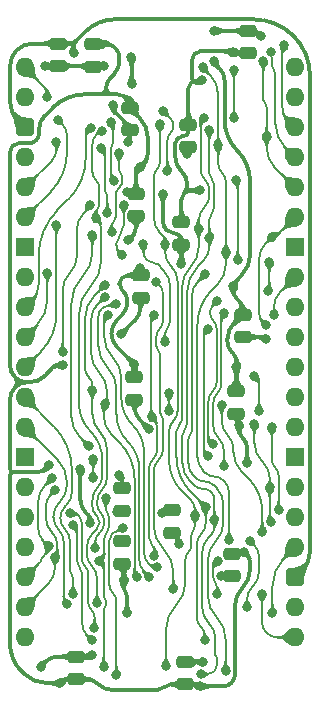
<source format=gbl>
%TF.GenerationSoftware,KiCad,Pcbnew,9.0.4*%
%TF.CreationDate,2025-09-19T11:22:01+02:00*%
%TF.ProjectId,Processor Full Device,50726f63-6573-4736-9f72-2046756c6c20,V0*%
%TF.SameCoordinates,Original*%
%TF.FileFunction,Copper,L2,Bot*%
%TF.FilePolarity,Positive*%
%FSLAX46Y46*%
G04 Gerber Fmt 4.6, Leading zero omitted, Abs format (unit mm)*
G04 Created by KiCad (PCBNEW 9.0.4) date 2025-09-19 11:22:01*
%MOMM*%
%LPD*%
G01*
G04 APERTURE LIST*
G04 Aperture macros list*
%AMRoundRect*
0 Rectangle with rounded corners*
0 $1 Rounding radius*
0 $2 $3 $4 $5 $6 $7 $8 $9 X,Y pos of 4 corners*
0 Add a 4 corners polygon primitive as box body*
4,1,4,$2,$3,$4,$5,$6,$7,$8,$9,$2,$3,0*
0 Add four circle primitives for the rounded corners*
1,1,$1+$1,$2,$3*
1,1,$1+$1,$4,$5*
1,1,$1+$1,$6,$7*
1,1,$1+$1,$8,$9*
0 Add four rect primitives between the rounded corners*
20,1,$1+$1,$2,$3,$4,$5,0*
20,1,$1+$1,$4,$5,$6,$7,0*
20,1,$1+$1,$6,$7,$8,$9,0*
20,1,$1+$1,$8,$9,$2,$3,0*%
G04 Aperture macros list end*
%TA.AperFunction,ComponentPad*%
%ADD10O,1.600000X1.600000*%
%TD*%
%TA.AperFunction,ComponentPad*%
%ADD11R,1.600000X1.600000*%
%TD*%
%TA.AperFunction,ComponentPad*%
%ADD12RoundRect,0.400000X-0.400000X-0.400000X0.400000X-0.400000X0.400000X0.400000X-0.400000X0.400000X0*%
%TD*%
%TA.AperFunction,SMDPad,CuDef*%
%ADD13RoundRect,0.250000X0.475000X-0.250000X0.475000X0.250000X-0.475000X0.250000X-0.475000X-0.250000X0*%
%TD*%
%TA.AperFunction,SMDPad,CuDef*%
%ADD14RoundRect,0.250000X-0.475000X0.250000X-0.475000X-0.250000X0.475000X-0.250000X0.475000X0.250000X0*%
%TD*%
%TA.AperFunction,ViaPad*%
%ADD15C,0.800000*%
%TD*%
%TA.AperFunction,Conductor*%
%ADD16C,0.380000*%
%TD*%
%TA.AperFunction,Conductor*%
%ADD17C,0.300000*%
%TD*%
%TA.AperFunction,Conductor*%
%ADD18C,0.200000*%
%TD*%
G04 APERTURE END LIST*
D10*
%TO.P,J1,40,Pin_40*%
%TO.N,unconnected-(J1-Pin_40-Pad40)*%
X22860000Y0D03*
%TO.P,J1,39,Pin_39*%
%TO.N,~{MPU1 IRQ}_{in}*%
X22860000Y-2540000D03*
%TO.P,J1,38,Pin_38*%
%TO.N,~{MPU3 IRQ}_{in}*%
X22860000Y-5080000D03*
%TO.P,J1,37,Pin_37*%
%TO.N,~{Device Interrupt}*%
X22860000Y-7620000D03*
%TO.P,J1,36,Pin_36*%
%TO.N,~{MPU2 IRQ}_{in}*%
X22860000Y-10160000D03*
%TO.P,J1,35,Pin_35*%
%TO.N,~{MPU3 Reset}_{out}*%
X22860000Y-12700000D03*
D11*
%TO.P,J1,34,Pin_34*%
%TO.N,GND*%
X22860000Y-15240000D03*
D10*
%TO.P,J1,33,Pin_33*%
%TO.N,~{MPU2 Reset}_{out}*%
X22860000Y-17780000D03*
%TO.P,J1,32,Pin_32*%
%TO.N,~{MPU1 Reset}_{out}*%
X22860000Y-20320000D03*
%TO.P,J1,31,Pin_31*%
%TO.N,unconnected-(J1-Pin_31-Pad31)*%
X22860000Y-22860000D03*
%TO.P,J1,30,Pin_30*%
%TO.N,unconnected-(J1-Pin_30-Pad30)*%
X22860000Y-25400000D03*
%TO.P,J1,29,Pin_29*%
%TO.N,unconnected-(J1-Pin_29-Pad29)*%
X22860000Y-27940000D03*
%TO.P,J1,28,Pin_28*%
%TO.N,~{MPU3 NMI}_{out}*%
X22860000Y-30480000D03*
D11*
%TO.P,J1,27,Pin_27*%
%TO.N,GND*%
X22860000Y-33020000D03*
D10*
%TO.P,J1,26,Pin_26*%
%TO.N,~{MPU2 NMI}_{out}*%
X22860000Y-35560000D03*
%TO.P,J1,25,Pin_25*%
%TO.N,~{MPU1 NMI}_{out}*%
X22860000Y-38100000D03*
%TO.P,J1,24,Pin_24*%
%TO.N,~{MPU3 IRQ}_{out}*%
X22860000Y-40640000D03*
D12*
%TO.P,J1,23,Pin_23*%
%TO.N,5V*%
X22860000Y-43180000D03*
D10*
%TO.P,J1,22,Pin_22*%
%TO.N,~{MPU2 IRQ}_{out}*%
X22860000Y-45720000D03*
%TO.P,J1,21,Pin_21*%
%TO.N,~{MPU1 IRQ}_{out}*%
X22860000Y-48260000D03*
%TO.P,J1,20,Pin_20*%
%TO.N,D0*%
X0Y-48260000D03*
%TO.P,J1,19,Pin_19*%
%TO.N,D1*%
X0Y-45720000D03*
%TO.P,J1,18,Pin_18*%
%TO.N,D2*%
X0Y-43180000D03*
%TO.P,J1,17,Pin_17*%
%TO.N,D3*%
X0Y-40640000D03*
%TO.P,J1,16,Pin_16*%
%TO.N,D4*%
X0Y-38100000D03*
%TO.P,J1,15,Pin_15*%
%TO.N,D5*%
X0Y-35560000D03*
D11*
%TO.P,J1,14,Pin_14*%
%TO.N,GND*%
X0Y-33020000D03*
D10*
%TO.P,J1,13,Pin_13*%
%TO.N,D6*%
X0Y-30480000D03*
%TO.P,J1,12,Pin_12*%
%TO.N,D7*%
X0Y-27940000D03*
%TO.P,J1,11,Pin_11*%
%TO.N,~{WD}*%
X0Y-25400000D03*
%TO.P,J1,10,Pin_10*%
%TO.N,~{Device Reset}*%
X0Y-22860000D03*
%TO.P,J1,9,Pin_9*%
%TO.N,A4*%
X0Y-20320000D03*
%TO.P,J1,8,Pin_8*%
%TO.N,A3*%
X0Y-17780000D03*
D11*
%TO.P,J1,7,Pin_7*%
%TO.N,GND*%
X0Y-15240000D03*
D10*
%TO.P,J1,6,Pin_6*%
%TO.N,A2*%
X0Y-12700000D03*
%TO.P,J1,5,Pin_5*%
%TO.N,~{Device Select}*%
X0Y-10160000D03*
%TO.P,J1,4,Pin_4*%
%TO.N,A1*%
X0Y-7620000D03*
D12*
%TO.P,J1,3,Pin_3*%
%TO.N,5V*%
X0Y-5080000D03*
D10*
%TO.P,J1,2,Pin_2*%
%TO.N,~{RD}*%
X0Y-2540000D03*
%TO.P,J1,1,Pin_1*%
%TO.N,A0*%
X0Y0D03*
%TD*%
D13*
%TO.P,C6,2*%
%TO.N,GND*%
X12446000Y-37515000D03*
%TO.P,C6,1*%
%TO.N,/3.3V*%
X12446000Y-39415000D03*
%TD*%
D14*
%TO.P,C12,2*%
%TO.N,GND*%
X17907000Y-29315001D03*
%TO.P,C12,1*%
%TO.N,/3.3V*%
X17907000Y-27415001D03*
%TD*%
%TO.P,C17,2*%
%TO.N,GND*%
X8255000Y-37542000D03*
%TO.P,C17,1*%
%TO.N,/3.3V*%
X8255000Y-35642000D03*
%TD*%
%TO.P,C8,2*%
%TO.N,GND*%
X8255000Y-42037000D03*
%TO.P,C8,1*%
%TO.N,/3.3V*%
X8255000Y-40137000D03*
%TD*%
%TO.P,C1,2*%
%TO.N,GND*%
X9271000Y-28144000D03*
%TO.P,C1,1*%
%TO.N,/3.3V*%
X9271000Y-26244000D03*
%TD*%
D13*
%TO.P,C9,2*%
%TO.N,GND*%
X13843000Y-4850001D03*
%TO.P,C9,1*%
%TO.N,/3.3V*%
X13843000Y-6750001D03*
%TD*%
D14*
%TO.P,C7,2*%
%TO.N,GND*%
X8894000Y-5334000D03*
%TO.P,C7,1*%
%TO.N,/3.3V*%
X8894000Y-3434000D03*
%TD*%
%TO.P,C10,2*%
%TO.N,GND*%
X2824000Y116000D03*
%TO.P,C10,1*%
%TO.N,5V*%
X2824000Y2016000D03*
%TD*%
%TO.P,C15,2*%
%TO.N,GND*%
X17526000Y-43065000D03*
%TO.P,C15,1*%
%TO.N,/3.3V*%
X17526000Y-41165000D03*
%TD*%
D13*
%TO.P,C16,2*%
%TO.N,GND*%
X4322000Y-49895000D03*
%TO.P,C16,1*%
%TO.N,/3.3V*%
X4322000Y-51795000D03*
%TD*%
%TO.P,C5,2*%
%TO.N,GND*%
X13241999Y-13129001D03*
%TO.P,C5,1*%
%TO.N,/3.3V*%
X13241999Y-15029001D03*
%TD*%
D14*
%TO.P,C4,2*%
%TO.N,GND*%
X18431999Y-22834001D03*
%TO.P,C4,1*%
%TO.N,/3.3V*%
X18431999Y-20934001D03*
%TD*%
%TO.P,C3,2*%
%TO.N,GND*%
X9783000Y-19508000D03*
%TO.P,C3,1*%
%TO.N,/3.3V*%
X9783000Y-17608000D03*
%TD*%
%TO.P,C11,2*%
%TO.N,GND*%
X5745000Y50000D03*
%TO.P,C11,1*%
%TO.N,/3.3V*%
X5745000Y1950000D03*
%TD*%
%TO.P,C14,2*%
%TO.N,GND*%
X18923000Y1193000D03*
%TO.P,C14,1*%
%TO.N,/3.3V*%
X18923000Y3093000D03*
%TD*%
D13*
%TO.P,C2,2*%
%TO.N,GND*%
X13581000Y-50342000D03*
%TO.P,C2,1*%
%TO.N,/3.3V*%
X13581000Y-52242000D03*
%TD*%
D14*
%TO.P,C13,2*%
%TO.N,GND*%
X9402000Y-12618000D03*
%TO.P,C13,1*%
%TO.N,/3.3V*%
X9402000Y-10718000D03*
%TD*%
D15*
%TO.N,~{MPU2 NMI}_{out}*%
X20724029Y-35560000D03*
X20801263Y-38512095D03*
X19431000Y-30226000D03*
%TO.N,/~{Y2}*%
X19037615Y-40095326D03*
X6096000Y-45339000D03*
X18796000Y-45658998D03*
X5981500Y-12750281D03*
X6533963Y-5396778D03*
%TO.N,/3.3V*%
X13081000Y-40386000D03*
X13208000Y-16637000D03*
X9715500Y-8445500D03*
X17907000Y-25400000D03*
X8894000Y-2921000D03*
X16002000Y3093000D03*
X11684000Y-10718000D03*
X18542000Y-41021000D03*
X2986001Y-52135001D03*
X3187000Y-25205998D03*
X9699910Y-17000156D03*
X5529265Y-38576018D03*
X6477000Y1966000D03*
X16002000Y508000D03*
X14776895Y-52402285D03*
X19966971Y2652000D03*
X4699000Y-34036000D03*
X17653000Y-18542000D03*
X8651397Y-10574843D03*
X8382000Y-40137000D03*
X13755166Y-7339875D03*
X9271000Y-25146000D03*
X8001000Y-34544000D03*
X17907000Y-26924000D03*
X2032000Y-33655000D03*
%TO.N,GND*%
X20447000Y-22987000D03*
X18145527Y-30280900D03*
X15113000Y-50342000D03*
X6716002Y127000D03*
X7493000Y-3175000D03*
X9039331Y-1419331D03*
X5641517Y-49794352D03*
X9017000Y889000D03*
X8716498Y-14649835D03*
X17653000Y1270000D03*
X10493918Y-30606652D03*
X8382000Y-43434000D03*
X1333499Y-50736499D03*
X1715998Y127000D03*
X8636000Y-46228000D03*
X14859000Y-10414000D03*
X14986000Y-1113000D03*
X7799265Y-37618002D03*
X8154498Y-22606000D03*
X16637000Y-43053000D03*
X18796000Y-33528000D03*
X8701403Y-6332000D03*
X11580734Y-37711074D03*
%TO.N,5V*%
X4116002Y1183206D03*
%TO.N,D0*%
X6731000Y-50735000D03*
X6297285Y-41769967D03*
X6876600Y-36483952D03*
%TO.N,~{MPU1 NMI}_{out}*%
X16644997Y-28548963D03*
X20094519Y-39306269D03*
%TO.N,D4*%
X4065719Y-38728987D03*
X5668943Y-48486588D03*
%TO.N,~{MPU3 NMI}_{out}*%
X20900502Y-30480000D03*
X21474029Y-37509339D03*
%TO.N,D1*%
X2540000Y-35814000D03*
X2540000Y-41477857D03*
%TO.N,D2*%
X2286000Y-34798000D03*
X1998172Y-40513000D03*
%TO.N,~{RD}*%
X17018000Y-15621000D03*
X16332740Y-6598680D03*
X15036707Y0D03*
X17272000Y-40005000D03*
X8315865Y-38987000D03*
X7747000Y-51485000D03*
%TO.N,D7*%
X4064000Y-44577000D03*
%TO.N,D5*%
X3837602Y-37746160D03*
X5842000Y-47498000D03*
%TO.N,D6*%
X3544000Y-45435476D03*
%TO.N,/~{A3}*%
X6465000Y-6858000D03*
X6919000Y-12306750D03*
%TO.N,~{Device Select}*%
X2667000Y-6350000D03*
%TO.N,A2*%
X2794000Y-4445000D03*
%TO.N,/~{Y0}*%
X11684000Y-3683000D03*
X12065000Y-8763000D03*
%TO.N,A0*%
X1864335Y-2540000D03*
%TO.N,/~{Y3}*%
X7366000Y-13970000D03*
X15240000Y-17526000D03*
X16982427Y-51070251D03*
X7960764Y-7248261D03*
%TO.N,A4*%
X5562932Y-5135069D03*
%TO.N,/~{Y1}*%
X17994786Y-16306342D03*
X7505000Y-9588406D03*
X7282678Y-4660618D03*
X17907000Y-9525000D03*
%TO.N,~{MPU3 IRQ}_{in}*%
X21971000Y1850425D03*
%TO.N,~{MPU2 IRQ}_{in}*%
X20459000Y-5877025D03*
X20192422Y513640D03*
%TO.N,~{MPU1 IRQ}_{in}*%
X17696498Y-4318000D03*
X17716500Y-190500D03*
%TO.N,~{Device Interrupt}*%
X20867922Y1317509D03*
%TO.N,/~{D0}*%
X16256000Y-19812000D03*
X15882000Y-31918610D03*
X5769398Y-34798000D03*
X5752195Y-33191634D03*
%TO.N,/~{D1}*%
X16891000Y-33782000D03*
X16860000Y-20828000D03*
%TO.N,/~{D2}*%
X15482000Y-22145001D03*
X15482000Y-32927600D03*
%TO.N,~{MPU2 Reset}_{out}*%
X21082000Y-20955000D03*
%TO.N,~{MPU3 Reset}_{out}*%
X20447000Y-21844000D03*
X20945603Y-14323321D03*
%TO.N,~{MPU1 Reset}_{out}*%
X20610432Y-18968906D03*
X20701000Y-16510000D03*
%TO.N,~{WD}*%
X2667000Y-13335000D03*
%TO.N,A3*%
X8370000Y-11656948D03*
X8255000Y-15875000D03*
%TO.N,/Y2\u2022WD*%
X5711094Y-14224604D03*
X5397500Y-32067500D03*
%TO.N,/Y3\u2022WD*%
X11871512Y-23244871D03*
X10033000Y-14986000D03*
%TO.N,/Y1\u2022WD*%
X3187000Y-24130000D03*
X5508570Y-11640656D03*
%TO.N,~{MPU1 IRQ}_{out}*%
X20066000Y-44577000D03*
X16302406Y-41830338D03*
X16256000Y-44577000D03*
%TO.N,~{MPU3 IRQ}_{out}*%
X20955000Y-46228000D03*
%TO.N,~{Device Reset}*%
X1905000Y-17399000D03*
%TO.N,/MPU1 NMI_{out}*%
X19812000Y-29083000D03*
X19431000Y-26162000D03*
%TO.N,/MPU2 NMI_{out}*%
X12187669Y-29083999D03*
X12166000Y-27583999D03*
%TO.N,/MPU2 IRQ_{out}*%
X10500384Y-43110421D03*
X7688986Y-20014073D03*
%TO.N,/MPU1 IRQ_{out}*%
X11109114Y-18164147D03*
X12573000Y-44196000D03*
%TO.N,/MPU3 IRQ_{out}*%
X7030000Y-20955000D03*
X11211162Y-42336781D03*
%TO.N,/DO0*%
X15619000Y-5311166D03*
X15621000Y-14411887D03*
X16042818Y-38354000D03*
X14934889Y-51362982D03*
%TO.N,/DO2*%
X14703795Y-13658002D03*
X15240000Y-48514000D03*
X15292818Y-37211000D03*
X15114748Y-4290335D03*
%TO.N,/DO1*%
X11938000Y-50673000D03*
X14389644Y-37937001D03*
X11416002Y-4826000D03*
X11866999Y-14986000D03*
%TO.N,/DI0*%
X5715000Y-27331000D03*
X5939843Y-40733623D03*
X6749322Y-18441340D03*
%TO.N,/DI1*%
X9455686Y-43130684D03*
X6803699Y-19449474D03*
X6784026Y-28537049D03*
%TO.N,/DI2*%
X10922078Y-20967956D03*
X10720026Y-29612580D03*
X10958000Y-41332703D03*
%TD*%
D16*
%TO.N,5V*%
X3697354Y2016000D02*
G75*
G03*
X4404347Y2308843I6J999830D01*
G01*
X4111500Y1601854D02*
G75*
G03*
X3697354Y2016000I-414150J-4D01*
G01*
X4404345Y2308845D02*
G75*
G03*
X4111502Y1601854I706985J-706985D01*
G01*
X653909Y2016000D02*
G75*
G03*
X-706500Y1452500I1J-1923910D01*
G01*
X24130000Y-41011974D02*
G75*
G02*
X23495001Y-42545001I-2168040J4D01*
G01*
X-706500Y1452500D02*
G75*
G03*
X-1270000Y92090I1360410J-1360410D01*
G01*
X-1270000Y-2911974D02*
G75*
G03*
X-634998Y-4444999I2168030J4D01*
G01*
X22733000Y2667000D02*
G75*
G02*
X24130002Y-705656I-3372660J-3372660D01*
G01*
X4111500Y1190891D02*
G75*
G03*
X4113752Y1185458I7700J9D01*
G01*
X22733000Y2667000D02*
G75*
G03*
X19360343Y4064002I-3372660J-3372660D01*
G01*
X7607654Y4064000D02*
G75*
G03*
X5135499Y3040001I-4J-3496150D01*
G01*
X3467750Y2016000D02*
X2180250Y2016000D01*
%TO.N,GND*%
X14146000Y-1009845D02*
G75*
G03*
X14185034Y-1103966I133100J45D01*
G01*
X8382000Y-44143394D02*
G75*
G03*
X8508998Y-44450002I433600J-6D01*
G01*
X14033500Y-1333500D02*
G75*
G03*
X13843003Y-1793407I459900J-459900D01*
G01*
X17614000Y1309000D02*
G75*
G03*
X17519845Y1348019I-94200J-94200D01*
G01*
X13331315Y-5842000D02*
G75*
G03*
X12903995Y-6018995I-15J-604300D01*
G01*
X18145527Y-30690213D02*
G75*
G03*
X18434961Y-31388949I988173J13D01*
G01*
X14351000Y1143000D02*
G75*
G03*
X14146006Y648086I494900J-494900D01*
G01*
X14185000Y-1182000D02*
G75*
G03*
X14185000Y-1104000I-39000J39000D01*
G01*
X14279154Y-1143000D02*
G75*
G03*
X14185034Y-1182034I46J-133100D01*
G01*
X14185000Y-1104000D02*
G75*
G03*
X14279154Y-1143019I94200J94200D01*
G01*
X7493000Y-3429000D02*
G75*
G03*
X7672607Y-3862603I613200J0D01*
G01*
X13716000Y-5715000D02*
G75*
G02*
X13409394Y-5841998I-306600J306600D01*
G01*
X16643000Y-43059000D02*
G75*
G03*
X16657485Y-43065006I14500J14500D01*
G01*
X8509000Y-44450000D02*
G75*
G02*
X8635998Y-44756605I-306600J-306600D01*
G01*
X1721498Y121500D02*
G75*
G03*
X1734776Y115990I13302J13300D01*
G01*
X2770029Y-49895000D02*
G75*
G03*
X1754250Y-50315750I1J-1436530D01*
G01*
X18470763Y-31424763D02*
G75*
G02*
X18796040Y-32209953I-785163J-785237D01*
G01*
X20370500Y-22910500D02*
G75*
G03*
X20185814Y-22833995I-184700J-184700D01*
G01*
X13478999Y-10651000D02*
G75*
G03*
X13241986Y-11223170I572201J-572200D01*
G01*
X13478999Y-10651000D02*
G75*
G03*
X13716012Y-10078830I-572199J572200D01*
G01*
X14051169Y-10414000D02*
G75*
G03*
X13479009Y-10651010I31J-809200D01*
G01*
X13716000Y-10078830D02*
G75*
G03*
X14051169Y-10414000I335200J30D01*
G01*
X9783000Y-20242749D02*
G75*
G02*
X9263454Y-21497045I-1773840J-1D01*
G01*
X12904000Y-6019000D02*
G75*
G03*
X12727007Y-6446315I427300J-427300D01*
G01*
X5591193Y-49844676D02*
G75*
G02*
X5469700Y-49895005I-121493J121476D01*
G01*
X13311888Y-8866888D02*
G75*
G02*
X13716007Y-9842500I-975588J-975612D01*
G01*
X17691500Y1231500D02*
G75*
G03*
X17784447Y1193020I92900J92900D01*
G01*
X6677502Y88500D02*
G75*
G02*
X6584554Y50018I-92902J92900D01*
G01*
D17*
X17907000Y-29873708D02*
G75*
G03*
X18026266Y-30161633I407200J8D01*
G01*
D16*
X8894000Y-6003216D02*
G75*
G02*
X8797697Y-6235697I-328800J16D01*
G01*
X14971000Y-1128000D02*
G75*
G02*
X14934786Y-1142995I-36200J36200D01*
G01*
X9028165Y877834D02*
G75*
G02*
X9039312Y850878I-26965J-26934D01*
G01*
X13843000Y-5408394D02*
G75*
G02*
X13716002Y-5715002I-433600J-6D01*
G01*
X9402000Y-13479609D02*
G75*
G02*
X9059239Y-14307074I-1170200J9D01*
G01*
X12727000Y-7582671D02*
G75*
G03*
X13221500Y-8776500I1688330J1D01*
G01*
X14845913Y1348000D02*
G75*
G03*
X14350996Y1143004I-13J-699900D01*
G01*
D17*
X11915453Y-37515000D02*
G75*
G03*
X11678748Y-37613014I-53J-334700D01*
G01*
D16*
X9271000Y-28763867D02*
G75*
G03*
X9709311Y-29822047I1496490J-3D01*
G01*
X3372501Y116000D02*
X2275499Y115999D01*
X13843000Y-4481001D02*
X13843000Y-5219000D01*
X4931434Y-49895000D02*
X3712565Y-49895000D01*
D17*
%TO.N,/3.3V*%
X5345459Y-37872331D02*
G75*
G02*
X5529277Y-38316077I-443759J-443769D01*
G01*
D16*
X13059500Y-14202500D02*
G75*
G03*
X12618908Y-14019998I-440600J-440600D01*
G01*
X8667000Y-19904970D02*
G75*
G02*
X8242052Y-20930892I-1450880J0D01*
G01*
X17592691Y-24196691D02*
G75*
G02*
X17907005Y-24955500I-758791J-758809D01*
G01*
X18796000Y-41275000D02*
G75*
G02*
X19049996Y-41888210I-613200J-613200D01*
G01*
X17685229Y-21680770D02*
G75*
G03*
X17144982Y-22985000I1304171J-1304230D01*
G01*
X-1270000Y-48771998D02*
G75*
G03*
X-284999Y-51150000I3363011J4D01*
G01*
X18415000Y-44069000D02*
G75*
G03*
X17780011Y-45602025I1533000J-1533000D01*
G01*
X7597742Y1673257D02*
G75*
G03*
X6891000Y1965995I-706742J-706757D01*
G01*
X6438500Y1927500D02*
G75*
G02*
X6345552Y1889020I-92900J92900D01*
G01*
X12962206Y-39931206D02*
G75*
G02*
X13080996Y-40218000I-286806J-286794D01*
G01*
X8576500Y-2603500D02*
G75*
G03*
X7809987Y-2286005I-766500J-766500D01*
G01*
X7785097Y-21387842D02*
G75*
G03*
X7314469Y-22523970I1136103J-1136158D01*
G01*
X6231000Y-52250000D02*
G75*
G03*
X7329467Y-52705001I1098470J1098470D01*
G01*
X-108222Y-51326777D02*
G75*
G03*
X1843001Y-52135001I1951222J1951217D01*
G01*
X13241999Y-16578960D02*
G75*
G02*
X13225032Y-16620033I-58099J-40D01*
G01*
X2897001Y-25205998D02*
G75*
G03*
X2401945Y-25411062I-1J-700102D01*
G01*
X9558750Y-8602250D02*
G75*
G03*
X9401991Y-8980677I378450J-378450D01*
G01*
X8728227Y-17608000D02*
G75*
G03*
X8213992Y-17820992I-27J-727200D01*
G01*
X13843000Y-7189932D02*
G75*
G02*
X13799058Y-7295933I-149900J32D01*
G01*
X7653000Y1618000D02*
G75*
G02*
X8001022Y777853I-840200J-840200D01*
G01*
X19050000Y-42535974D02*
G75*
G02*
X18415001Y-44069001I-2168040J4D01*
G01*
X6351500Y-2286000D02*
G75*
G03*
X6861000Y-1776500I0J509500D01*
G01*
X6861000Y-1776500D02*
G75*
G03*
X7370500Y-2286000I509500J0D01*
G01*
X-1055500Y-6643500D02*
G75*
G03*
X-1270000Y-7161348I517847J-517848D01*
G01*
X8334000Y-18971000D02*
G75*
G02*
X8666986Y-19774933I-803900J-803900D01*
G01*
X13059500Y-14202500D02*
G75*
G02*
X13242002Y-14643091I-440600J-440600D01*
G01*
X17742802Y-18198197D02*
G75*
G03*
X17652998Y-18415000I216798J-216803D01*
G01*
X-1191000Y-34369000D02*
G75*
G03*
X-1191000Y-34211000I-79000J79000D01*
G01*
X-1000277Y-34290000D02*
G75*
G03*
X-1191000Y-34369000I-1J-269721D01*
G01*
X-1191000Y-34211000D02*
G75*
G03*
X-1000277Y-34290000I190727J190732D01*
G01*
X11788500Y-52473500D02*
G75*
G02*
X11229609Y-52705004I-558900J558900D01*
G01*
X5093446Y-2286000D02*
G75*
G03*
X2333998Y-3428998I-6J-3902440D01*
G01*
X-842164Y-27097835D02*
G75*
G03*
X-1269999Y-28130721I1032884J-1032885D01*
G01*
X17653000Y-18923000D02*
G75*
G03*
X17922410Y-19573404I919800J0D01*
G01*
X11684000Y-13067433D02*
G75*
G03*
X11962998Y-13741002I952560J-7D01*
G01*
X16002000Y444500D02*
G75*
G03*
X16046902Y336099I153300J0D01*
G01*
D17*
X4699000Y-36638785D02*
G75*
G03*
X5114130Y-37641006I1417350J-5D01*
G01*
D16*
X17780000Y-51401433D02*
G75*
G02*
X17486851Y-52109136I-1000900J33D01*
G01*
X12017494Y-13795494D02*
G75*
G03*
X12559501Y-14020004I542006J541994D01*
G01*
X18131124Y-19782124D02*
G75*
G02*
X18431985Y-20508500I-726424J-726376D01*
G01*
X-1191000Y-34369000D02*
G75*
G03*
X-1270000Y-34559722I190727J-190725D01*
G01*
X937000Y-6175000D02*
G75*
G02*
X323789Y-6429000I-613214J613220D01*
G01*
X19739153Y2879817D02*
G75*
G03*
X19224485Y3092975I-514653J-514717D01*
G01*
X6231000Y-52250000D02*
G75*
G03*
X5132532Y-51794996I-1098470J-1098460D01*
G01*
X17145000Y-23210184D02*
G75*
G03*
X17525995Y-24130005I1300800J-16D01*
G01*
X14696752Y-52322142D02*
G75*
G03*
X14503271Y-52242013I-193452J-193458D01*
G01*
X-842164Y-27097835D02*
G75*
G03*
X-842164Y-26242165I-427833J427835D01*
G01*
X190721Y-26670000D02*
G75*
G03*
X-842164Y-27097835I-3J-1460714D01*
G01*
X-842164Y-26242164D02*
G75*
G03*
X190721Y-26670000I1032886J1032884D01*
G01*
X-1270000Y-25209278D02*
G75*
G03*
X-842165Y-26242165I1460720J-2D01*
G01*
D17*
X8128000Y-34671000D02*
G75*
G02*
X8254998Y-34977605I-306600J-306600D01*
G01*
D16*
X19050000Y-15903171D02*
G75*
G02*
X18351502Y-17589502I-2384840J1D01*
G01*
X8722975Y-10646421D02*
G75*
G03*
X8895781Y-10718009I172825J172821D01*
G01*
X3566419Y-51795000D02*
G75*
G03*
X3155996Y-51964995I-19J-580400D01*
G01*
D17*
X18470000Y-41093000D02*
G75*
G02*
X18296176Y-41164990I-173800J173800D01*
G01*
D16*
X1693598Y-26119401D02*
G75*
G02*
X364335Y-26670001I-1329268J1329271D01*
G01*
X18431999Y-20508500D02*
G75*
G02*
X18131135Y-21234886I-1027299J0D01*
G01*
D17*
X17889999Y-26941000D02*
G75*
G03*
X17873017Y-26982043I41001J-41000D01*
G01*
D16*
X16905498Y-4467106D02*
G75*
G03*
X17977750Y-7055748I3660902J6D01*
G01*
X12347390Y-52242000D02*
G75*
G03*
X11788503Y-52473503I10J-790400D01*
G01*
X7314498Y-22523970D02*
G75*
G03*
X7785098Y-23660096I1606722J0D01*
G01*
X8001000Y571500D02*
G75*
G02*
X7507080Y-620908I-1686300J0D01*
G01*
X17486857Y-52109142D02*
G75*
G02*
X16779148Y-52402309I-707757J707742D01*
G01*
X9741455Y-17041701D02*
G75*
G02*
X9782984Y-17141999I-100355J-100299D01*
G01*
X10414000Y-7253085D02*
G75*
G02*
X10064754Y-8096254I-1192400J-15D01*
G01*
X1191000Y-5561789D02*
G75*
G02*
X937000Y-6175000I-867220J3D01*
G01*
X8214000Y-17821000D02*
G75*
G03*
X8001011Y-18335227I514200J-514200D01*
G01*
X-1270000Y-34020277D02*
G75*
G03*
X-1191000Y-34211000I269732J4D01*
G01*
X17977749Y-7055749D02*
G75*
G02*
X19050004Y-9644391I-2588649J-2588651D01*
G01*
X7221270Y-906729D02*
G75*
G03*
X6860987Y-1776500I869730J-869771D01*
G01*
X1667943Y-4095056D02*
G75*
G03*
X1191003Y-5246500I1151457J-1151444D01*
G01*
X1714500Y-33972500D02*
G75*
G02*
X947987Y-34290003I-766520J766520D01*
G01*
X8001000Y-18336000D02*
G75*
G03*
X8214544Y-18851548I729100J0D01*
G01*
X16453749Y-70748D02*
G75*
G02*
X16905513Y-1161367I-1090649J-1090652D01*
G01*
X-537651Y-6429000D02*
G75*
G03*
X-1055500Y-6643500I-2J-732345D01*
G01*
X9654000Y-4194000D02*
G75*
G02*
X10413999Y-6028802I-1834800J-1834800D01*
G01*
X13241999Y-14707000D02*
X13241999Y-15351002D01*
X7370500Y-2286000D02*
X6351500Y-2286000D01*
D18*
%TO.N,/DI2*%
X10959527Y-29852081D02*
G75*
G02*
X11199031Y-30430287I-578227J-578219D01*
G01*
X10668000Y-29523766D02*
G75*
G03*
X10693999Y-29586581I88800J-34D01*
G01*
X10840014Y-33171300D02*
G75*
G03*
X10481011Y-34038035I866686J-866700D01*
G01*
X10719500Y-40344042D02*
G75*
G02*
X10957974Y-40919829I-575800J-575758D01*
G01*
X10481001Y-39768254D02*
G75*
G03*
X10719499Y-40344043I814279J-6D01*
G01*
X11199028Y-32304565D02*
G75*
G02*
X10840014Y-33171300I-1225758J5D01*
G01*
X10795039Y-21094995D02*
G75*
G03*
X10667985Y-21401694I306661J-306705D01*
G01*
%TO.N,/DI1*%
X7977670Y-31726670D02*
G75*
G02*
X9281001Y-34873189I-3146520J-3146520D01*
G01*
X9281001Y-42832478D02*
G75*
G03*
X9368333Y-43043351I298199J-22D01*
G01*
X6770439Y-19449474D02*
G75*
G03*
X6713635Y-19472967I-39J-80326D01*
G01*
X5588000Y-24174805D02*
G75*
G03*
X6264541Y-25808127I2309860J-5D01*
G01*
X6674339Y-29535037D02*
G75*
G03*
X7302461Y-31051465I2144551J-3D01*
G01*
X6270990Y-25814572D02*
G75*
G02*
X6941087Y-27432328I-1617760J-1617758D01*
G01*
X6941087Y-28268929D02*
G75*
G02*
X6862535Y-28458497I-268087J29D01*
G01*
X6729182Y-28591892D02*
G75*
G03*
X6674340Y-28724296I132418J-132408D01*
G01*
X6162589Y-20024063D02*
G75*
G03*
X5588000Y-21411245I1387171J-1387177D01*
G01*
%TO.N,/DI0*%
X6115000Y-37015017D02*
G75*
G03*
X6415359Y-37740150I1025490J-3D01*
G01*
X6525977Y-35773913D02*
G75*
G03*
X6115010Y-36766100I992223J-992187D01*
G01*
X6325977Y-30836977D02*
G75*
G02*
X6936955Y-32312007I-1475037J-1475033D01*
G01*
X5080000Y-25458987D02*
G75*
G03*
X5397496Y-26225504I1084000J-13D01*
G01*
X6936955Y-34781726D02*
G75*
G02*
X6525974Y-35773910I-1403165J6D01*
G01*
X5715000Y-29361947D02*
G75*
G03*
X6325977Y-30836977I2086000J-3D01*
G01*
X6715719Y-38528209D02*
G75*
G02*
X6370860Y-39360762I-1177419J9D01*
G01*
X5914661Y-19276001D02*
G75*
G03*
X5079997Y-21291050I2015039J-2015049D01*
G01*
X6272833Y-39458794D02*
G75*
G03*
X5939833Y-40262704I803867J-803906D01*
G01*
X5436399Y-26264399D02*
G75*
G02*
X5715000Y-26937000I-672599J-672601D01*
G01*
X6415359Y-37740150D02*
G75*
G02*
X6715723Y-38465282I-725159J-725150D01*
G01*
%TO.N,/DO1*%
X11169001Y-8642999D02*
G75*
G03*
X10922004Y-9239312I596299J-596301D01*
G01*
X12391499Y-16862499D02*
G75*
G02*
X12916019Y-18128755I-1266299J-1266301D01*
G01*
X13843000Y-41021000D02*
G75*
G03*
X13589004Y-41634210I613200J-613200D01*
G01*
X11637792Y-14177792D02*
G75*
G02*
X11842504Y-14672000I-494192J-494208D01*
G01*
X11842500Y-14944177D02*
G75*
G03*
X11854742Y-14973757I41800J-23D01*
G01*
X13589000Y-43600066D02*
G75*
G02*
X12763498Y-45592998I-2818440J6D01*
G01*
X14243322Y-39223678D02*
G75*
G03*
X14097029Y-39576930I353278J-353222D01*
G01*
X12554000Y-29953000D02*
G75*
G03*
X12192019Y-30826945I873900J-873900D01*
G01*
X10922000Y-12811108D02*
G75*
G03*
X11382252Y-13922248I1571400J8D01*
G01*
X11866999Y-15661999D02*
G75*
G03*
X12345003Y-16816001I1632001J-1D01*
G01*
X12763500Y-45593000D02*
G75*
G03*
X11938014Y-47585933I1992900J-1992900D01*
G01*
X14097000Y-40407789D02*
G75*
G02*
X13843003Y-41021003I-867200J-11D01*
G01*
X14389644Y-38870425D02*
G75*
G02*
X14243303Y-39223659I-499544J25D01*
G01*
X12916000Y-29079054D02*
G75*
G02*
X12553999Y-29952999I-1235950J4D01*
G01*
X12192000Y-33244031D02*
G75*
G03*
X13290823Y-35896821I3751610J1D01*
G01*
X14056824Y-36662824D02*
G75*
G02*
X14389621Y-37466322I-803524J-803476D01*
G01*
X11416002Y-8046685D02*
G75*
G02*
X11169006Y-8643004I-843302J-15D01*
G01*
%TO.N,/DO2*%
X14703795Y-15220546D02*
G75*
G02*
X14009896Y-16895762I-2369125J6D01*
G01*
X14009897Y-16895763D02*
G75*
G03*
X13315981Y-18570980I1675203J-1675237D01*
G01*
X14539543Y-46556245D02*
G75*
G03*
X14889768Y-47401774I1195757J-5D01*
G01*
X15292818Y-38620382D02*
G75*
G02*
X14916189Y-39529674I-1285918J-18D01*
G01*
X13316000Y-29645224D02*
G75*
G02*
X13071493Y-30235493I-834800J24D01*
G01*
X14991874Y-4413209D02*
G75*
G03*
X14869032Y-4709853I296626J-296591D01*
G01*
X15621000Y-10781438D02*
G75*
G02*
X15162396Y-11888601I-1565780J8D01*
G01*
X15245000Y-9530000D02*
G75*
G02*
X15620952Y-10437744I-907800J-907700D01*
G01*
X14970592Y-47482592D02*
G75*
G02*
X15240005Y-48133000I-650392J-650408D01*
G01*
X13071500Y-30235500D02*
G75*
G03*
X12826990Y-30825775I590300J-590300D01*
G01*
X14869000Y-8622255D02*
G75*
G03*
X15244999Y-9530001I1283740J-5D01*
G01*
X12827000Y-33001585D02*
G75*
G03*
X14059908Y-35978092I4209410J-5D01*
G01*
X14916180Y-39529665D02*
G75*
G03*
X14539587Y-40438948I909320J-909235D01*
G01*
X15162397Y-11888602D02*
G75*
G03*
X14703782Y-12995766I1107203J-1107198D01*
G01*
%TO.N,/DO0*%
X16021000Y-11890157D02*
G75*
G02*
X15821033Y-12373033I-682900J-43D01*
G01*
X13716000Y-30210592D02*
G75*
G02*
X13525502Y-30670502I-650400J-8D01*
G01*
X16244000Y-50639199D02*
G75*
G02*
X16032013Y-51150995I-723800J-1D01*
G01*
X15514408Y-39857590D02*
G75*
G03*
X14985986Y-41133283I1275692J-1275710D01*
G01*
X13335000Y-33518974D02*
G75*
G03*
X13970001Y-35051999I2168030J4D01*
G01*
X16186500Y-49874092D02*
G75*
G02*
X16243998Y-50012909I-138800J-138808D01*
G01*
X16129000Y-49735274D02*
G75*
G03*
X16186491Y-49874101I196300J-26D01*
G01*
X14668499Y-16802845D02*
G75*
G03*
X13715976Y-19102384I2299501J-2299555D01*
G01*
X14986000Y-45673776D02*
G75*
G03*
X15557497Y-47053503I1951230J-4D01*
G01*
X15557500Y-47053500D02*
G75*
G02*
X16128990Y-48433223I-1379700J-1379700D01*
G01*
X16032009Y-51150991D02*
G75*
G02*
X15520217Y-51362995I-511809J511791D01*
G01*
X16042818Y-38841591D02*
G75*
G02*
X15698038Y-39673959I-1177118J-9D01*
G01*
X15820000Y-9470000D02*
G75*
G02*
X16021018Y-9955256I-485300J-485300D01*
G01*
X15768409Y-35961409D02*
G75*
G02*
X16042816Y-36623890I-662509J-662491D01*
G01*
X15621000Y-15131116D02*
G75*
G02*
X15112425Y-16358916I-1736400J16D01*
G01*
X15619000Y-8984743D02*
G75*
G03*
X15820013Y-9469987I686300J43D01*
G01*
X15821000Y-12373000D02*
G75*
G03*
X15621018Y-12855842I482800J-482800D01*
G01*
X14290691Y-35372691D02*
G75*
G03*
X15049500Y-35687005I758809J758791D01*
G01*
X13525500Y-30670500D02*
G75*
G03*
X13335003Y-31130407I459900J-459900D01*
G01*
X15768409Y-35961409D02*
G75*
G03*
X15105927Y-35686984I-662509J-662491D01*
G01*
%TO.N,/MPU3 IRQ_{out}*%
X7442749Y-24587749D02*
G75*
G02*
X8154494Y-26306063I-1718319J-1718311D01*
G01*
X8154498Y-27963253D02*
G75*
G03*
X9117751Y-30288749I3288752J3D01*
G01*
X6731000Y-22869434D02*
G75*
G03*
X7442747Y-24587751I2430060J-6D01*
G01*
X9117750Y-30288750D02*
G75*
G02*
X10081004Y-32614246I-2325500J-2325500D01*
G01*
X10081002Y-41101014D02*
G75*
G03*
X10442950Y-41974832I1235798J14D01*
G01*
X6880500Y-21104500D02*
G75*
G03*
X6731010Y-21465424I360900J-360900D01*
G01*
X10661260Y-42193144D02*
G75*
G03*
X11008029Y-42336767I346740J346744D01*
G01*
%TO.N,/MPU1 IRQ_{out}*%
X11442000Y-29227871D02*
G75*
G03*
X11562990Y-29520001I413100J-29D01*
G01*
X11121512Y-23580056D02*
G75*
G03*
X11281738Y-23966938I547088J-44D01*
G01*
X11282500Y-33294499D02*
G75*
G03*
X10881002Y-34263805I969300J-969301D01*
G01*
X11390596Y-18445629D02*
G75*
G02*
X11672076Y-19125186I-679596J-679571D01*
G01*
X11684000Y-32325193D02*
G75*
G02*
X11282502Y-33294501I-1370800J-7D01*
G01*
X11563000Y-29519991D02*
G75*
G02*
X11683998Y-29812110I-292100J-292109D01*
G01*
X11672078Y-21468287D02*
G75*
G02*
X11396802Y-22132886I-939878J-13D01*
G01*
X11281756Y-23966920D02*
G75*
G02*
X11442014Y-24353783I-386856J-386880D01*
G01*
X10881001Y-38743433D02*
G75*
G03*
X11726999Y-40785857I2888409J-7D01*
G01*
X11727000Y-40785856D02*
G75*
G02*
X12573021Y-42828279I-2042400J-2042444D01*
G01*
X11396795Y-22132879D02*
G75*
G03*
X11121495Y-22797470I664605J-664621D01*
G01*
%TO.N,/MPU2 IRQ_{out}*%
X9681001Y-41711646D02*
G75*
G03*
X10090691Y-42700730I1398769J-4D01*
G01*
X7069724Y-20205000D02*
G75*
G03*
X6470993Y-20452993I-24J-846700D01*
G01*
X6223000Y-23560369D02*
G75*
G03*
X6985000Y-25400000I2601630J-1D01*
G01*
X6985000Y-25400000D02*
G75*
G02*
X7747000Y-27239630I-1839630J-1839630D01*
G01*
X8714000Y-31701000D02*
G75*
G02*
X9681002Y-34035546I-2334550J-2334550D01*
G01*
X7593522Y-20109536D02*
G75*
G02*
X7363053Y-20205047I-230522J230436D01*
G01*
X7747000Y-29366454D02*
G75*
G03*
X8714002Y-31700998I3301550J4D01*
G01*
X6471000Y-20453000D02*
G75*
G03*
X6223010Y-21051724I598700J-598700D01*
G01*
%TO.N,/MPU2 NMI_{out}*%
X12176834Y-27594833D02*
G75*
G02*
X12187682Y-27620990I-26134J-26167D01*
G01*
%TO.N,/MPU1 NMI_{out}*%
X19621500Y-26352500D02*
G75*
G02*
X19811997Y-26812407I-459900J-459900D01*
G01*
%TO.N,~{Device Reset}*%
X1905000Y-19607961D02*
G75*
G02*
X952500Y-21907500I-3252046J2D01*
G01*
%TO.N,~{MPU3 IRQ}_{out}*%
X21907500Y-41592500D02*
G75*
G03*
X20955016Y-43892038I2299500J-2299500D01*
G01*
%TO.N,~{MPU1 IRQ}_{out}*%
X15894000Y-43114688D02*
G75*
G03*
X16074989Y-43551672I618000J-12D01*
G01*
X16075000Y-43551661D02*
G75*
G02*
X16255968Y-43988633I-437000J-436939D01*
G01*
X20447000Y-47879000D02*
G75*
G03*
X21366815Y-48259994I919800J919800D01*
G01*
X20066000Y-46959184D02*
G75*
G03*
X20446995Y-47879005I1300800J-16D01*
G01*
X16098203Y-42034541D02*
G75*
G03*
X15894024Y-42527530I492997J-492959D01*
G01*
%TO.N,/Y1\u2022WD*%
X4955041Y-12356986D02*
G75*
G03*
X4401535Y-13693320I1336359J-1336314D01*
G01*
X5508570Y-11722057D02*
G75*
G02*
X5451042Y-11861050I-196570J-43D01*
G01*
X4401514Y-15960694D02*
G75*
G02*
X3794254Y-17426740I-2073304J4D01*
G01*
X3794257Y-17426743D02*
G75*
G03*
X3186992Y-18892791I1466043J-1466057D01*
G01*
%TO.N,/Y3\u2022WD*%
X11228605Y-16689605D02*
G75*
G03*
X10795000Y-16509997I-433605J-433595D01*
G01*
X12094421Y-22000938D02*
G75*
G03*
X11871512Y-22539088I538179J-538162D01*
G01*
X10033000Y-15642789D02*
G75*
G03*
X10286997Y-16256003I867200J-11D01*
G01*
X11683165Y-17144165D02*
G75*
G02*
X12317332Y-18675176I-1531065J-1531035D01*
G01*
X10361394Y-16330394D02*
G75*
G03*
X10795000Y-16510003I433606J433594D01*
G01*
X12317331Y-21462787D02*
G75*
G02*
X12094422Y-22000939I-761031J-13D01*
G01*
%TO.N,/Y2\u2022WD*%
X5711094Y-15640432D02*
G75*
G02*
X4824047Y-17781953I-3028583J6D01*
G01*
X4824047Y-17781953D02*
G75*
G03*
X3937000Y-19923473I2141513J-2141517D01*
G01*
X3937000Y-29574270D02*
G75*
G03*
X4667252Y-31337248I2493220J0D01*
G01*
%TO.N,A3*%
X8243000Y-13658686D02*
G75*
G03*
X8115992Y-13965291I306600J-306614D01*
G01*
X8116000Y-14033173D02*
G75*
G02*
X7941015Y-14455677I-597500J-27D01*
G01*
X7931500Y-14465161D02*
G75*
G03*
X7746982Y-14910583I445400J-445439D01*
G01*
X8370000Y-13352080D02*
G75*
G02*
X8243009Y-13658695I-433600J-20D01*
G01*
X7747000Y-15008330D02*
G75*
G03*
X8000618Y-15620616I865900J0D01*
G01*
%TO.N,~{WD}*%
X2667000Y-20847146D02*
G75*
G02*
X1333500Y-24066500I-4552865J5D01*
G01*
%TO.N,~{MPU1 Reset}_{out}*%
X20701000Y-18814296D02*
G75*
G02*
X20655716Y-18923622I-154600J-4D01*
G01*
%TO.N,~{MPU3 Reset}_{out}*%
X19812000Y-20759987D02*
G75*
G03*
X20129496Y-21526504I1084000J-13D01*
G01*
X20378801Y-14890122D02*
G75*
G03*
X19812006Y-16258502I1368399J-1368378D01*
G01*
X21339589Y-14220410D02*
G75*
G02*
X21091141Y-14323361I-248489J248410D01*
G01*
%TO.N,~{MPU2 Reset}_{out}*%
X21575914Y-19064085D02*
G75*
G03*
X21081991Y-20256500I1192386J-1192415D01*
G01*
%TO.N,/~{D2}*%
X15307000Y-22320001D02*
G75*
G03*
X15131995Y-22742488I422500J-422499D01*
G01*
X15132000Y-32330112D02*
G75*
G03*
X15307004Y-32752596I597500J12D01*
G01*
%TO.N,/~{D1}*%
X16746000Y-20942000D02*
G75*
G03*
X16632008Y-21217220I275200J-275200D01*
G01*
X16846999Y-33706885D02*
G75*
G03*
X16868995Y-33760003I75101J-15D01*
G01*
X16389499Y-31375499D02*
G75*
G02*
X16846999Y-32480000I-1104499J-1104501D01*
G01*
X16632000Y-26772305D02*
G75*
G02*
X16282003Y-27617283I-1195000J5D01*
G01*
X15932000Y-30270998D02*
G75*
G03*
X16389498Y-31375500I1562000J-2D01*
G01*
X16282000Y-27617280D02*
G75*
G03*
X15931975Y-28462254I845000J-845020D01*
G01*
%TO.N,/~{D0}*%
X16232000Y-26606619D02*
G75*
G02*
X15881996Y-27451590I-1195000J19D01*
G01*
X15853401Y-20214598D02*
G75*
G03*
X15620984Y-20775665I561099J-561102D01*
G01*
X15532000Y-31321122D02*
G75*
G03*
X15707009Y-31743601I597500J22D01*
G01*
X15621000Y-20775665D02*
G75*
G03*
X15853377Y-21336756I793500J-35D01*
G01*
X15926500Y-21409831D02*
G75*
G02*
X16232031Y-22147373I-737500J-737569D01*
G01*
X5760796Y-33200235D02*
G75*
G02*
X5769388Y-33221001I-20796J-20765D01*
G01*
X15882000Y-27451594D02*
G75*
G03*
X15531985Y-28296568I845000J-845006D01*
G01*
%TO.N,~{Device Interrupt}*%
X20885211Y881512D02*
G75*
G02*
X20942419Y743392I-138111J-138112D01*
G01*
X20847961Y1297548D02*
G75*
G03*
X20828015Y1249357I48139J-48148D01*
G01*
X20828000Y1019631D02*
G75*
G03*
X20885202Y881503I195300J-31D01*
G01*
X21075711Y-247711D02*
G75*
G02*
X21208994Y-569499I-321811J-321789D01*
G01*
X20942422Y74077D02*
G75*
G03*
X21075722Y-247700I455078J23D01*
G01*
X21209000Y-4801566D02*
G75*
G03*
X22034499Y-6794501I2818430J-4D01*
G01*
%TO.N,~{MPU1 IRQ}_{in}*%
X17706499Y-200501D02*
G75*
G03*
X17696517Y-224645I24101J-24099D01*
G01*
%TO.N,~{MPU2 IRQ}_{in}*%
X20459000Y-6818012D02*
G75*
G03*
X21124394Y-8424362I2271700J12D01*
G01*
X20192422Y-2731922D02*
G75*
G03*
X20325722Y-3053700I455078J22D01*
G01*
X20325711Y-3053711D02*
G75*
G02*
X20458994Y-3375499I-321811J-321789D01*
G01*
%TO.N,~{MPU3 IRQ}_{in}*%
X21759000Y-3200475D02*
G75*
G03*
X22309493Y-4529507I1879500J-25D01*
G01*
X21865000Y1744425D02*
G75*
G03*
X21758985Y1488518I255900J-255925D01*
G01*
%TO.N,/~{Y1}*%
X7366295Y-6633083D02*
G75*
G03*
X7258009Y-6894530I261405J-261417D01*
G01*
X7474590Y-6371635D02*
G75*
G02*
X7366287Y-6633075I-369790J35D01*
G01*
X17950893Y-9568893D02*
G75*
G02*
X17994807Y-9674860I-105993J-106007D01*
G01*
X7258000Y-9166750D02*
G75*
G03*
X7381501Y-9464905I421650J0D01*
G01*
X7378634Y-4756574D02*
G75*
G02*
X7474574Y-4988232I-231634J-231626D01*
G01*
%TO.N,A4*%
X5355761Y-5342240D02*
G75*
G03*
X5148582Y-5842395I500139J-500160D01*
G01*
X5148590Y-7629910D02*
G75*
G02*
X3677455Y-11181545I-5022770J0D01*
G01*
X1155000Y-18348291D02*
G75*
G02*
X577500Y-19742500I-1971719J4D01*
G01*
X2748792Y-12110207D02*
G75*
G03*
X1155002Y-15957963I3847758J-3847753D01*
G01*
%TO.N,/~{Y3}*%
X8255000Y-9527289D02*
G75*
G02*
X7983970Y-10181602I-925300J-11D01*
G01*
X16238213Y-46591213D02*
G75*
G02*
X16982418Y-48387903I-1796713J-1796687D01*
G01*
X8107882Y-8996882D02*
G75*
G02*
X8255029Y-9352056I-355182J-355218D01*
G01*
X15982219Y-35378562D02*
G75*
G03*
X15193828Y-35051964I-788419J-788338D01*
G01*
X16792818Y-38549778D02*
G75*
G02*
X16143411Y-40117593I-2217228J-2D01*
G01*
X16224237Y-35620580D02*
G75*
G02*
X16792861Y-36993255I-1372637J-1372720D01*
G01*
X7962000Y-10203579D02*
G75*
G03*
X7669041Y-10910943I707400J-707321D01*
G01*
X14116000Y-30794959D02*
G75*
G02*
X13979532Y-31124532I-466100J-41D01*
G01*
X14405437Y-34725437D02*
G75*
G03*
X15193828Y-35051966I788363J788437D01*
G01*
X13979500Y-31124500D02*
G75*
G03*
X13843017Y-31454040I329500J-329500D01*
G01*
X7517500Y-13041984D02*
G75*
G03*
X7366011Y-13407737I365700J-365716D01*
G01*
X7669000Y-12676230D02*
G75*
G02*
X7517494Y-13041978I-517300J30D01*
G01*
X14678000Y-18088000D02*
G75*
G03*
X14115995Y-19444788I1356800J-1356800D01*
G01*
X13843000Y-33534382D02*
G75*
G03*
X14287495Y-34607505I1517600J-18D01*
G01*
X15494000Y-44794523D02*
G75*
G03*
X16238215Y-46591211I2540900J3D01*
G01*
X16143409Y-40117591D02*
G75*
G03*
X15493996Y-41685403I1567791J-1567809D01*
G01*
X7960764Y-8641707D02*
G75*
G03*
X8107877Y-8996887I502336J7D01*
G01*
%TO.N,A0*%
X1625451Y-1625451D02*
G75*
G02*
X1864338Y-2202167I-576711J-576719D01*
G01*
%TO.N,/~{Y0}*%
X12573000Y-4962789D02*
G75*
G02*
X12319003Y-5576003I-867200J-11D01*
G01*
X12319000Y-5576000D02*
G75*
G03*
X12065004Y-6189210I613200J-613200D01*
G01*
X12307834Y-4306834D02*
G75*
G02*
X12573009Y-4947000I-640134J-640166D01*
G01*
%TO.N,A2*%
X3556000Y-7175500D02*
G75*
G02*
X2164060Y-10535939I-4752386J4D01*
G01*
X3175000Y-4826000D02*
G75*
G02*
X3555994Y-5745815I-919800J-919800D01*
G01*
%TO.N,~{Device Select}*%
X2667000Y-6921500D02*
G75*
G02*
X2262890Y-7897113I-1379730J0D01*
G01*
%TO.N,/~{A3}*%
X6982245Y-12198784D02*
G75*
G02*
X6950626Y-12275131I-107945J-16D01*
G01*
X6610000Y-7003000D02*
G75*
G02*
X6755016Y-7353060I-350100J-350100D01*
G01*
X6868622Y-10654622D02*
G75*
G02*
X6982219Y-10928931I-274322J-274278D01*
G01*
X6755000Y-10380313D02*
G75*
G03*
X6868635Y-10654609I387900J13D01*
G01*
%TO.N,D6*%
X3544000Y-35407262D02*
G75*
G02*
X2978499Y-36772499I-1930740J2D01*
G01*
X2895463Y-36855536D02*
G75*
G03*
X2412996Y-38020306I1164767J-1164774D01*
G01*
X2772192Y-33252192D02*
G75*
G02*
X3543998Y-35115500I-1863312J-1863308D01*
G01*
X2413000Y-38095944D02*
G75*
G03*
X2841981Y-39131590I1464630J4D01*
G01*
X2841979Y-39131592D02*
G75*
G02*
X3270958Y-40167240I-1035649J-1035648D01*
G01*
X3270959Y-44969365D02*
G75*
G03*
X3407477Y-45298957I466111J-5D01*
G01*
%TO.N,D5*%
X4517650Y-37923791D02*
G75*
G03*
X4088810Y-37746144I-428850J-428809D01*
G01*
X4577869Y-37984010D02*
G75*
G02*
X4815683Y-38558230I-574269J-574190D01*
G01*
X5885834Y-47423170D02*
G75*
G02*
X5863933Y-47476099I-74834J-30D01*
G01*
X4815719Y-41582439D02*
G75*
G03*
X5080860Y-42222544I905241J-1D01*
G01*
X5615917Y-45919578D02*
G75*
G02*
X5885829Y-46571215I-651617J-651622D01*
G01*
X5346000Y-45267940D02*
G75*
G03*
X5615918Y-45919577I921550J0D01*
G01*
X5080859Y-42222545D02*
G75*
G02*
X5345998Y-42862651I-640109J-640105D01*
G01*
%TO.N,D7*%
X3402702Y-39126630D02*
G75*
G02*
X3810002Y-40109933I-983312J-983310D01*
G01*
X3810000Y-42619394D02*
G75*
G03*
X3936998Y-42926002I433600J-6D01*
G01*
X2995405Y-38147051D02*
G75*
G03*
X3400071Y-39123995I1381605J1D01*
G01*
X3937000Y-42926000D02*
G75*
G02*
X4063998Y-43232605I-306600J-306600D01*
G01*
X3400069Y-37170105D02*
G75*
G03*
X2995401Y-38147051I976931J-976945D01*
G01*
X3981195Y-35891921D02*
G75*
G02*
X3488301Y-37081876I-1682855J1D01*
G01*
X2387402Y-30327402D02*
G75*
G02*
X3981195Y-34175158I-3847761J-3847758D01*
G01*
%TO.N,~{RD}*%
X17018000Y-16637000D02*
G75*
G02*
X16299571Y-18371412I-2452800J0D01*
G01*
X16369000Y-8163087D02*
G75*
G03*
X16693496Y-8946504I1107900J-13D01*
G01*
X16881500Y-35042500D02*
G75*
G02*
X17272021Y-35985250I-942800J-942800D01*
G01*
X7819419Y-39272433D02*
G75*
G03*
X7459181Y-39421624I-19J-509467D01*
G01*
X15271949Y-34333579D02*
G75*
G03*
X16040685Y-34651998I768751J768779D01*
G01*
X16693500Y-8946500D02*
G75*
G02*
X17017995Y-9729912I-783400J-783400D01*
G01*
X15684723Y-648016D02*
G75*
G02*
X16332771Y-2212466I-1564423J-1564484D01*
G01*
X14605000Y-32969868D02*
G75*
G03*
X15097684Y-34159316I1682130J-2D01*
G01*
X7443888Y-44527888D02*
G75*
G02*
X7747021Y-45259664I-731788J-731812D01*
G01*
X16809420Y-34970420D02*
G75*
G03*
X16040685Y-34652023I-768720J-768780D01*
G01*
X7374592Y-39506248D02*
G75*
G03*
X7140805Y-40070727I564508J-564452D01*
G01*
X7140777Y-43796112D02*
G75*
G03*
X7443887Y-44527889I1034923J12D01*
G01*
X16350870Y-6616810D02*
G75*
G02*
X16369014Y-6660579I-43770J-43790D01*
G01*
X8173148Y-39129716D02*
G75*
G02*
X7828600Y-39272442I-344548J344516D01*
G01*
X15811500Y-18859500D02*
G75*
G03*
X14604999Y-21772248I2912750J-2912750D01*
G01*
%TO.N,D2*%
X1693500Y-35390500D02*
G75*
G03*
X1100998Y-36820921I1430410J-1430420D01*
G01*
X1998172Y-40720414D02*
G75*
G02*
X1851507Y-41074490I-500742J4D01*
G01*
X1486802Y-41439197D02*
G75*
G03*
X1396998Y-41656000I216798J-216803D01*
G01*
X1397000Y-41656000D02*
G75*
G02*
X1307196Y-41872801I-306600J0D01*
G01*
X1101000Y-38981431D02*
G75*
G03*
X1549589Y-40064411I1531560J1D01*
G01*
%TO.N,D1*%
X2748172Y-41122485D02*
G75*
G02*
X2644093Y-41373778I-355372J-15D01*
G01*
X1778000Y-38175984D02*
G75*
G03*
X2263085Y-39347087I1656180J-6D01*
G01*
X2159000Y-36195000D02*
G75*
G03*
X1778006Y-37114815I919800J-919800D01*
G01*
X2263086Y-39347086D02*
G75*
G02*
X2748176Y-40518187I-1171096J-1171104D01*
G01*
X2540000Y-42328928D02*
G75*
G02*
X1938201Y-43781798I-2054676J4D01*
G01*
%TO.N,~{MPU3 NMI}_{out}*%
X20900502Y-33206585D02*
G75*
G03*
X21187252Y-33898906I979098J-15D01*
G01*
X21187265Y-33898893D02*
G75*
G02*
X21474040Y-34591201I-692265J-692307D01*
G01*
%TO.N,D4*%
X4613920Y-42321290D02*
G75*
G02*
X4838011Y-42862266I-541020J-541010D01*
G01*
X4227780Y-38891048D02*
G75*
G02*
X4389834Y-39282297I-391280J-391252D01*
G01*
X4838000Y-47068079D02*
G75*
G03*
X5253470Y-48071117I1418510J-1D01*
G01*
X4389841Y-41780314D02*
G75*
G03*
X4613927Y-42321283I765059J14D01*
G01*
%TO.N,~{MPU1 NMI}_{out}*%
X18914799Y-34789799D02*
G75*
G02*
X20094522Y-37637894I-2848099J-2848101D01*
G01*
X17653000Y-32575500D02*
G75*
G03*
X18326527Y-34201511I2299500J0D01*
G01*
X17148998Y-31118998D02*
G75*
G02*
X17653015Y-32335765I-1216798J-1216802D01*
G01*
X16644997Y-29902231D02*
G75*
G03*
X17149000Y-31118996I1720763J1D01*
G01*
%TO.N,D0*%
X6514617Y-42092729D02*
G75*
G02*
X6648590Y-42416213I-323517J-323471D01*
G01*
X6648609Y-50705311D02*
G75*
G03*
X6657309Y-50726299I29691J11D01*
G01*
X6846000Y-45510084D02*
G75*
G02*
X6747319Y-45748371I-337000J-16D01*
G01*
X6343350Y-41816032D02*
G75*
G02*
X6380621Y-41906023I-89950J-89968D01*
G01*
X6648609Y-44691371D02*
G75*
G03*
X6747285Y-44929662I336991J-29D01*
G01*
X6856809Y-36503743D02*
G75*
G03*
X6837037Y-36551522I47791J-47757D01*
G01*
X6747304Y-44929643D02*
G75*
G02*
X6845980Y-45167915I-238304J-238257D01*
G01*
X6380626Y-41906023D02*
G75*
G03*
X6417911Y-41996003I127274J23D01*
G01*
X6657304Y-50726304D02*
G75*
G03*
X6678297Y-50734998I20996J21004D01*
G01*
X6747304Y-45748356D02*
G75*
G03*
X6648635Y-45986628I238296J-238244D01*
G01*
X6976368Y-37735474D02*
G75*
G02*
X7115708Y-38071896I-336468J-336426D01*
G01*
X6837018Y-37399052D02*
G75*
G03*
X6976366Y-37735476I475762J-8D01*
G01*
X6923359Y-39373954D02*
G75*
G03*
X6731048Y-39838351I464441J-464346D01*
G01*
X6731000Y-41029569D02*
G75*
G02*
X6514143Y-41553110I-740400J-1D01*
G01*
X7115719Y-38909557D02*
G75*
G02*
X6923361Y-39373956I-656759J-3D01*
G01*
%TO.N,/~{Y2}*%
X6038441Y-5720219D02*
G75*
G03*
X5714983Y-6501078I780859J-780881D01*
G01*
X5715000Y-8856076D02*
G75*
G03*
X6008321Y-9564209I1001460J6D01*
G01*
X6141569Y-12023520D02*
G75*
G03*
X5981469Y-12409960I386431J-386480D01*
G01*
X6315719Y-38528209D02*
G75*
G02*
X6088017Y-39077919I-777419J9D01*
G01*
X6447923Y-5396778D02*
G75*
G03*
X6301032Y-5457605I-23J-207722D01*
G01*
X5554477Y-30827477D02*
G75*
G02*
X6536954Y-33199388I-2371917J-2371913D01*
G01*
X5655859Y-42231859D02*
G75*
G02*
X6095999Y-43294452I-1062589J-1062591D01*
G01*
X6301638Y-11637079D02*
G75*
G02*
X6141585Y-12023536I-546538J-21D01*
G01*
X19223445Y-44022554D02*
G75*
G03*
X18796002Y-45054499I1031955J-1031946D01*
G01*
X19812000Y-42715579D02*
G75*
G02*
X19304006Y-43942006I-1734400J-21D01*
G01*
X6088020Y-37978496D02*
G75*
G02*
X6315710Y-38528209I-549720J-549704D01*
G01*
X4572000Y-28455566D02*
G75*
G03*
X5554477Y-30827477I3354380J-4D01*
G01*
X6465000Y-16326446D02*
G75*
G02*
X5518498Y-18611498I-3231560J6D01*
G01*
X6125977Y-35608227D02*
G75*
G03*
X5715020Y-36600414I992223J-992173D01*
G01*
X5765719Y-39400224D02*
G75*
G03*
X5215718Y-40728041I1327811J-1327816D01*
G01*
X6536955Y-34616040D02*
G75*
G02*
X6125977Y-35608227I-1403165J0D01*
G01*
X6223250Y-12992031D02*
G75*
G02*
X6465019Y-13575667I-583650J-583669D01*
G01*
X5518500Y-18611500D02*
G75*
G03*
X4572001Y-20896553I2285050J-2285050D01*
G01*
X6008319Y-9564211D02*
G75*
G02*
X6301610Y-10272345I-708119J-708089D01*
G01*
X5215719Y-41169266D02*
G75*
G03*
X5655858Y-42231860I1502731J-4D01*
G01*
X5715000Y-37180702D02*
G75*
G03*
X6015359Y-37905835I1025500J2D01*
G01*
X19424807Y-40482518D02*
G75*
G02*
X19811999Y-41417283I-934807J-934782D01*
G01*
%TO.N,~{MPU2 NMI}_{out}*%
X19431000Y-31794004D02*
G75*
G03*
X20077524Y-33354818I2207300J4D01*
G01*
X20724029Y-38380248D02*
G75*
G03*
X20762665Y-38473459I131871J48D01*
G01*
X20172960Y-33450274D02*
G75*
G02*
X20724060Y-34780671I-1330360J-1330426D01*
G01*
%TO.N,/DO1*%
X14389644Y-38870425D02*
X14389644Y-37937001D01*
X14097000Y-39576930D02*
X14097000Y-40407789D01*
X13589000Y-41634210D02*
X13589000Y-43600066D01*
X11938000Y-50673000D02*
X11938000Y-47585933D01*
%TO.N,/DO0*%
X16042818Y-38841591D02*
X16042818Y-38354000D01*
X14986000Y-41133283D02*
X14986000Y-45673776D01*
X15514408Y-39857590D02*
X15698039Y-39673960D01*
X16129000Y-49735274D02*
X16129000Y-48433223D01*
X14934889Y-51362982D02*
X15520217Y-51362982D01*
X16244000Y-50639199D02*
X16244000Y-50012909D01*
%TO.N,/~{Y3}*%
X15240000Y-17526000D02*
X14678000Y-18088000D01*
X14116000Y-30794959D02*
X14116000Y-19444788D01*
X13843000Y-31454040D02*
X13843000Y-33534382D01*
X15982219Y-35378562D02*
X16224237Y-35620580D01*
X16792818Y-38549778D02*
X16792818Y-36993255D01*
X16982427Y-48387903D02*
X16982427Y-51070251D01*
X15494000Y-44794523D02*
X15494000Y-41685403D01*
X14405437Y-34725437D02*
X14287500Y-34607500D01*
%TO.N,~{RD}*%
X17272000Y-35985250D02*
X17272000Y-40005000D01*
X16881500Y-35042500D02*
X16809420Y-34970420D01*
X15271949Y-34333579D02*
X15097685Y-34159315D01*
X14605000Y-32969868D02*
X14605000Y-21772248D01*
X16299579Y-18371420D02*
X15811500Y-18859500D01*
X17018000Y-16637000D02*
X17018000Y-15621000D01*
%TO.N,/DO0*%
X15621000Y-14411887D02*
X15621000Y-15131116D01*
X13716000Y-30210592D02*
X13716000Y-19102384D01*
X14668499Y-16802845D02*
X15112427Y-16358918D01*
X15049500Y-35687000D02*
X15105927Y-35687000D01*
X16042818Y-38354000D02*
X16042818Y-36623890D01*
X13970000Y-35052000D02*
X14290691Y-35372691D01*
X13335000Y-33518974D02*
X13335000Y-31130407D01*
%TO.N,/~{Y2}*%
X5981500Y-12750281D02*
X6223250Y-12992031D01*
X6465000Y-16326446D02*
X6465000Y-13575667D01*
X4572000Y-28455566D02*
X4572000Y-20896553D01*
X6536955Y-33199388D02*
X6536955Y-34616040D01*
X5715000Y-36600414D02*
X5715000Y-37180702D01*
X6088020Y-39077922D02*
X5765719Y-39400224D01*
X5215719Y-40728041D02*
X5215719Y-41169266D01*
X6096000Y-43294452D02*
X6096000Y-45339000D01*
X6088020Y-37978496D02*
X6015359Y-37905835D01*
D16*
%TO.N,/3.3V*%
X8242049Y-20930889D02*
X7785097Y-21387842D01*
X8667000Y-19904970D02*
X8667000Y-19774933D01*
X9271000Y-25146000D02*
X7785097Y-23660097D01*
X8334000Y-18971000D02*
X8214546Y-18851546D01*
X8001000Y-18335227D02*
X8001000Y-18336000D01*
X9520623Y-17608000D02*
X8728227Y-17608000D01*
D18*
%TO.N,/Y1\u2022WD*%
X4401514Y-13693320D02*
X4401514Y-15960694D01*
%TO.N,/Y2\u2022WD*%
X5711094Y-15640432D02*
X5711094Y-14224604D01*
X3937000Y-19923473D02*
X3937000Y-29574270D01*
X4667250Y-31337250D02*
X5397500Y-32067500D01*
D16*
%TO.N,GND*%
X9783000Y-20242749D02*
X9783000Y-19508000D01*
X8154498Y-22606000D02*
X9263453Y-21497044D01*
D18*
%TO.N,/MPU2 IRQ_{out}*%
X7688986Y-20014073D02*
X7593522Y-20109536D01*
X7069724Y-20205000D02*
X7363053Y-20205000D01*
X7747000Y-27239630D02*
X7747000Y-29366454D01*
X6223000Y-23560369D02*
X6223000Y-21051724D01*
X9681001Y-41711646D02*
X9681001Y-34035546D01*
X10090692Y-42700729D02*
X10500384Y-43110421D01*
D16*
%TO.N,/3.3V*%
X17907000Y-24955500D02*
X17907000Y-25400000D01*
X17592691Y-24196691D02*
X17526000Y-24130000D01*
X17145000Y-22985000D02*
X17145000Y-23210184D01*
X17685229Y-21680770D02*
X18131124Y-21234875D01*
D18*
%TO.N,~{RD}*%
X8315865Y-38987000D02*
X8173148Y-39129716D01*
X7459198Y-39421641D02*
X7374592Y-39506248D01*
X7140777Y-40070727D02*
X7140777Y-43796112D01*
X7819419Y-39272433D02*
X7828600Y-39272433D01*
X7747000Y-51485000D02*
X7747000Y-45259664D01*
%TO.N,D4*%
X4065719Y-38728987D02*
X4227780Y-38891048D01*
X4838000Y-42862266D02*
X4838000Y-47068079D01*
X5253471Y-48071116D02*
X5668943Y-48486588D01*
X4389841Y-39282297D02*
X4389841Y-41780314D01*
%TO.N,D5*%
X5842000Y-47498000D02*
X5863917Y-47476083D01*
X5885834Y-47423170D02*
X5885834Y-46571215D01*
X5346000Y-45267940D02*
X5346000Y-42862651D01*
X4517650Y-37923791D02*
X4577869Y-37984010D01*
X4088810Y-37746160D02*
X3837602Y-37746160D01*
X4815719Y-38558230D02*
X4815719Y-41582439D01*
%TO.N,/MPU1 IRQ_{out}*%
X12573000Y-42828279D02*
X12573000Y-44196000D01*
X10881001Y-34263805D02*
X10881001Y-38743433D01*
X11684000Y-32325193D02*
X11684000Y-29812110D01*
X11442000Y-29227871D02*
X11442000Y-24353783D01*
X11121512Y-23580056D02*
X11121512Y-22797470D01*
X11390596Y-18445629D02*
X11109114Y-18164147D01*
X11672078Y-19125186D02*
X11672078Y-21468287D01*
%TO.N,/DO2*%
X15240000Y-48514000D02*
X15240000Y-48133000D01*
X14539543Y-46556245D02*
X14539543Y-40438948D01*
X14889771Y-47401771D02*
X14970592Y-47482592D01*
X15292818Y-38620382D02*
X15292818Y-37211000D01*
D16*
%TO.N,GND*%
X15113000Y-50342000D02*
X13581000Y-50342000D01*
D18*
%TO.N,/Y3\u2022WD*%
X11871512Y-23244871D02*
X11871512Y-22539088D01*
X12317331Y-18675176D02*
X12317331Y-21462787D01*
X11228605Y-16689605D02*
X11683165Y-17144165D01*
X10287000Y-16256000D02*
X10361394Y-16330394D01*
X10033000Y-15642789D02*
X10033000Y-14986000D01*
%TO.N,/DO2*%
X15292818Y-37211000D02*
X14059909Y-35978091D01*
X12827000Y-30825775D02*
X12827000Y-33001585D01*
X13316000Y-18570980D02*
X13316000Y-29645224D01*
X14703795Y-15220546D02*
X14703795Y-13658002D01*
%TO.N,/DO1*%
X12916000Y-18128755D02*
X12916000Y-29079054D01*
X12391499Y-16862499D02*
X12345002Y-16816002D01*
X12192000Y-30826945D02*
X12192000Y-33244031D01*
X11866999Y-15661999D02*
X11866999Y-14986000D01*
X13290822Y-35896822D02*
X14056824Y-36662824D01*
X14389644Y-37937001D02*
X14389644Y-37466322D01*
D16*
%TO.N,GND*%
X13843000Y-5408394D02*
X13843000Y-5219000D01*
X13331315Y-5842000D02*
X13409394Y-5842000D01*
X13311888Y-8866888D02*
X13221500Y-8776500D01*
X13716000Y-10078830D02*
X13716000Y-9842500D01*
X12727000Y-6446315D02*
X12727000Y-7582671D01*
X14051169Y-10414000D02*
X14859000Y-10414000D01*
X13241999Y-11223170D02*
X13241999Y-13129001D01*
%TO.N,/3.3V*%
X13224999Y-16620000D02*
X13208000Y-16637000D01*
X13241999Y-15351002D02*
X13241999Y-16578960D01*
X11684000Y-13067433D02*
X11684000Y-10718000D01*
X11963000Y-13741000D02*
X12017494Y-13795494D01*
X13241999Y-14707000D02*
X13241999Y-14643091D01*
X12618908Y-14020001D02*
X12559501Y-14020001D01*
D18*
%TO.N,/DO1*%
X11854749Y-14973750D02*
X11866999Y-14986000D01*
X11842500Y-14672000D02*
X11842500Y-14944177D01*
X10922000Y-9239312D02*
X10922000Y-12811108D01*
X11416002Y-4826000D02*
X11416002Y-8046685D01*
X11637792Y-14177792D02*
X11382250Y-13922250D01*
%TO.N,/~{Y0}*%
X12065000Y-8763000D02*
X12065000Y-6189210D01*
X12573000Y-4962789D02*
X12573000Y-4947000D01*
X11684000Y-3683000D02*
X12307834Y-4306834D01*
D16*
%TO.N,5V*%
X653909Y2016000D02*
X2180250Y2016000D01*
X-1270000Y92090D02*
X-1270000Y-2911974D01*
X-634999Y-4445000D02*
X0Y-5080000D01*
D17*
%TO.N,/3.3V*%
X4699000Y-36638785D02*
X4699000Y-34036000D01*
X5529265Y-38316077D02*
X5529265Y-38576018D01*
X5345459Y-37872331D02*
X5114132Y-37641004D01*
D16*
X18796000Y-41275000D02*
X18542000Y-41021000D01*
X17780000Y-45602025D02*
X17780000Y-51401433D01*
X19050000Y-41888210D02*
X19050000Y-42535974D01*
X14776895Y-52402285D02*
X16779148Y-52402285D01*
D18*
%TO.N,~{MPU1 IRQ}_{out}*%
X21366815Y-48260000D02*
X22860000Y-48260000D01*
X20066000Y-46959184D02*
X20066000Y-44577000D01*
%TO.N,/~{Y2}*%
X18796000Y-45054499D02*
X18796000Y-45658998D01*
X19223445Y-44022554D02*
X19304000Y-43942000D01*
X19812000Y-42715579D02*
X19812000Y-41417283D01*
X19037615Y-40095326D02*
X19424807Y-40482518D01*
%TO.N,/~{D0}*%
X5769398Y-34798000D02*
X5769398Y-33221001D01*
X5760796Y-33200235D02*
X5752195Y-33191634D01*
%TO.N,D6*%
X3270959Y-40167240D02*
X3270959Y-44969365D01*
X3407479Y-45298955D02*
X3544000Y-45435476D01*
X2978499Y-36772499D02*
X2895463Y-36855536D01*
X3544000Y-35407262D02*
X3544000Y-35115500D01*
X2772192Y-33252192D02*
X0Y-30480000D01*
X2413000Y-38020306D02*
X2413000Y-38095944D01*
%TO.N,D1*%
X2540000Y-35814000D02*
X2159000Y-36195000D01*
X1778000Y-38175984D02*
X1778000Y-37114815D01*
X2748172Y-41122485D02*
X2748172Y-40518187D01*
X2644086Y-41373771D02*
X2540000Y-41477857D01*
%TO.N,D2*%
X2286000Y-34798000D02*
X1693500Y-35390500D01*
X1101000Y-36820921D02*
X1101000Y-38981431D01*
X1998172Y-40513000D02*
X1549586Y-40064414D01*
D16*
%TO.N,/3.3V*%
X2032000Y-33655000D02*
X1714500Y-33972500D01*
X-1000277Y-34290000D02*
X947987Y-34290000D01*
X8001000Y777853D02*
X8001000Y571500D01*
X7597742Y1673257D02*
X7653000Y1618000D01*
X6891000Y1966000D02*
X6477000Y1966000D01*
X7507085Y-620913D02*
X7221270Y-906729D01*
%TO.N,GND*%
X9017000Y889000D02*
X9028165Y877834D01*
X9039331Y-1419331D02*
X9039331Y850878D01*
%TO.N,5V*%
X4404345Y2308845D02*
X5135500Y3040000D01*
X19360343Y4063999D02*
X7607654Y4064000D01*
X23495000Y-42545000D02*
X22860000Y-43180000D01*
X24130000Y-41011974D02*
X24130000Y-705656D01*
D18*
%TO.N,~{MPU1 IRQ}_{in}*%
X17696498Y-4318000D02*
X17696498Y-224645D01*
X17716500Y-190500D02*
X17706499Y-200501D01*
%TO.N,~{Device Select}*%
X2667000Y-6921500D02*
X2667000Y-6350000D01*
X2262888Y-7897111D02*
X0Y-10160000D01*
%TO.N,A2*%
X2164060Y-10535939D02*
X0Y-12700000D01*
X3556000Y-7175500D02*
X3556000Y-5745815D01*
X2794000Y-4445000D02*
X3175000Y-4826000D01*
D16*
%TO.N,/3.3V*%
X323789Y-6429000D02*
X-537651Y-6429000D01*
X1191000Y-5561789D02*
X1191000Y-5246500D01*
X6351500Y-2286000D02*
X5093446Y-2286000D01*
X2333999Y-3428999D02*
X1667943Y-4095056D01*
X-1270000Y-7161348D02*
X-1270000Y-25209278D01*
D18*
%TO.N,A0*%
X1864335Y-2202167D02*
X1864335Y-2540000D01*
X1625451Y-1625451D02*
X0Y0D01*
%TO.N,/DI0*%
X5715000Y-27331000D02*
X5715000Y-26937000D01*
X5080000Y-25458987D02*
X5080000Y-21291050D01*
X5397500Y-26225500D02*
X5436399Y-26264399D01*
X6749322Y-18441340D02*
X5914661Y-19276001D01*
%TO.N,/DI1*%
X6941087Y-27432328D02*
X6941087Y-28268929D01*
X5588000Y-24174805D02*
X5588000Y-21411245D01*
X6713660Y-19472992D02*
X6162589Y-20024063D01*
X6784026Y-28537049D02*
X6862556Y-28458518D01*
X6770439Y-19449474D02*
X6803699Y-19449474D01*
X6264543Y-25808125D02*
X6270990Y-25814572D01*
%TO.N,/MPU3 IRQ_{out}*%
X7030000Y-20955000D02*
X6880500Y-21104500D01*
X6731000Y-22869434D02*
X6731000Y-21465424D01*
X10081002Y-32614246D02*
X10081002Y-41101014D01*
X8154498Y-26306063D02*
X8154498Y-27963253D01*
X10442949Y-41974833D02*
X10661260Y-42193144D01*
X11211162Y-42336781D02*
X11008029Y-42336781D01*
%TO.N,/DI0*%
X5715000Y-27331000D02*
X5715000Y-29361947D01*
X6936955Y-32312007D02*
X6936955Y-34781726D01*
X6115000Y-37015017D02*
X6115000Y-36766100D01*
X6715719Y-38528209D02*
X6715719Y-38465282D01*
X5939843Y-40733623D02*
X5939843Y-40262704D01*
X6370862Y-39360764D02*
X6272833Y-39458794D01*
%TO.N,/Y1\u2022WD*%
X4955041Y-12356986D02*
X5451010Y-11861018D01*
X5508570Y-11640656D02*
X5508570Y-11722057D01*
X3187000Y-24130000D02*
X3187000Y-18892791D01*
D16*
%TO.N,/3.3V*%
X2401941Y-25411058D02*
X1693598Y-26119401D01*
X3187000Y-25205998D02*
X2897001Y-25205998D01*
X190721Y-26670000D02*
X364335Y-26670000D01*
D18*
%TO.N,~{WD}*%
X2667000Y-13335000D02*
X2667000Y-20847146D01*
X1333500Y-24066500D02*
X0Y-25400000D01*
%TO.N,A4*%
X5355761Y-5342240D02*
X5562932Y-5135069D01*
X5148590Y-5842395D02*
X5148590Y-7629910D01*
X1155000Y-18348291D02*
X1155000Y-15957963D01*
X3677454Y-11181544D02*
X2748792Y-12110207D01*
X577500Y-19742500D02*
X0Y-20320000D01*
%TO.N,~{Device Reset}*%
X1905000Y-17399000D02*
X1905000Y-19607961D01*
X952500Y-21907500D02*
X0Y-22860000D01*
%TO.N,D2*%
X1998172Y-40720414D02*
X1998172Y-40513000D01*
X1851508Y-41074491D02*
X1486802Y-41439197D01*
X1307197Y-41872802D02*
X0Y-43180000D01*
%TO.N,/~{D1}*%
X16746000Y-20942000D02*
X16860000Y-20828000D01*
X16846999Y-33706885D02*
X16846999Y-32480000D01*
X16632000Y-21217220D02*
X16632000Y-26772305D01*
X16891000Y-33782000D02*
X16868999Y-33759999D01*
%TO.N,/~{D0}*%
X15707000Y-31743610D02*
X15882000Y-31918610D01*
X15532000Y-31321122D02*
X15532000Y-28296568D01*
X16232000Y-26606619D02*
X16232000Y-22147373D01*
X15853401Y-20214598D02*
X16256000Y-19812000D01*
%TO.N,/~{D2}*%
X15307000Y-22320001D02*
X15482000Y-22145001D01*
X15132000Y-22742488D02*
X15132000Y-32330112D01*
X15482000Y-32927600D02*
X15307000Y-32752600D01*
%TO.N,/~{D0}*%
X15853401Y-21336732D02*
X15926500Y-21409831D01*
%TO.N,/~{D1}*%
X15932000Y-30270998D02*
X15932000Y-28462254D01*
%TO.N,~{MPU2 NMI}_{out}*%
X20724029Y-35560000D02*
X20724029Y-34780671D01*
X20077514Y-33354828D02*
X20172960Y-33450274D01*
X19431000Y-31794004D02*
X19431000Y-30226000D01*
X20801263Y-38512095D02*
X20762646Y-38473478D01*
X20724029Y-35560000D02*
X20724029Y-38380248D01*
%TO.N,/~{Y2}*%
X6301638Y-11637079D02*
X6301638Y-10272345D01*
X6533963Y-5396778D02*
X6447923Y-5396778D01*
X5981500Y-12409960D02*
X5981500Y-12750281D01*
X6038441Y-5720219D02*
X6301044Y-5457617D01*
X5715000Y-6501078D02*
X5715000Y-8856076D01*
D16*
%TO.N,/3.3V*%
X9558750Y-8602250D02*
X9715500Y-8445500D01*
X16046901Y336098D02*
X16453749Y-70748D01*
D17*
X18296176Y-41165000D02*
X17526000Y-41165000D01*
D16*
X6345552Y1889000D02*
X5806000Y1889000D01*
X1843001Y-52135001D02*
X2986001Y-52135001D01*
X7329467Y-52705000D02*
X11229609Y-52705000D01*
X17922407Y-19573407D02*
X18131124Y-19782124D01*
X3824001Y-51795000D02*
X3566419Y-51795000D01*
X-1270000Y-28130721D02*
X-1270000Y-34020277D01*
X9715500Y-8445500D02*
X10064750Y-8096250D01*
X4819999Y-51795000D02*
X5132532Y-51795000D01*
X8894000Y-2921000D02*
X8576500Y-2603500D01*
X17653000Y-18542000D02*
X17653000Y-18415000D01*
X17742802Y-18198197D02*
X18351500Y-17589500D01*
X13081000Y-40218000D02*
X13081000Y-40386000D01*
D17*
X17872999Y-26982043D02*
X17872999Y-27381000D01*
X8128000Y-34671000D02*
X8001000Y-34544000D01*
D16*
X9783000Y-17345623D02*
X9783000Y-17141999D01*
X16905498Y-4467106D02*
X16905498Y-1161367D01*
X17653000Y-18542000D02*
X17653000Y-18923000D01*
X8894000Y-2921000D02*
X8894000Y-3177500D01*
X-1270000Y-48771998D02*
X-1270000Y-34559722D01*
X7809987Y-2286000D02*
X7370500Y-2286000D01*
X8651397Y-10574843D02*
X8722975Y-10646421D01*
X13843000Y-7189932D02*
X13843000Y-6750001D01*
X13063195Y-52242000D02*
X12347390Y-52242000D01*
X12962206Y-39931206D02*
X12446000Y-39415000D01*
D17*
X17889999Y-26941000D02*
X17907000Y-26924000D01*
D16*
X14098805Y-52242000D02*
X14503271Y-52242000D01*
X17907000Y-25400000D02*
X17907000Y-26924000D01*
D17*
X18542000Y-41021000D02*
X18470000Y-41093000D01*
D16*
X9075372Y-3615372D02*
X9654000Y-4194000D01*
X6438500Y1927500D02*
X6477000Y1966000D01*
X10414000Y-7253085D02*
X10414000Y-6028802D01*
X16002000Y444500D02*
X16002000Y508000D01*
X2986001Y-52135001D02*
X3156001Y-51965000D01*
D17*
X8255000Y-34977605D02*
X8255000Y-35642000D01*
D16*
X19966971Y2652000D02*
X19739153Y2879817D01*
X14776895Y-52402285D02*
X14696752Y-52322142D01*
X19050000Y-15903171D02*
X19050000Y-9644391D01*
X9402000Y-10414277D02*
X9402000Y-8980677D01*
X-284999Y-51150000D02*
X-108222Y-51326777D01*
X18621514Y3093000D02*
X16002000Y3093000D01*
X13799083Y-7295958D02*
X13755166Y-7339875D01*
X9271000Y-25146000D02*
X9271000Y-26244000D01*
X9699910Y-17000156D02*
X9741455Y-17041701D01*
%TO.N,GND*%
X7672605Y-3862605D02*
X8894000Y-5084000D01*
X18434955Y-31388955D02*
X18470763Y-31424763D01*
D17*
X17907000Y-29873708D02*
X17907000Y-29315001D01*
D16*
X9271000Y-28763867D02*
X9271000Y-28144000D01*
X8701403Y-6332000D02*
X8797701Y-6235701D01*
X20370500Y-22910500D02*
X20447000Y-22987000D01*
X18796000Y-32209953D02*
X18796000Y-33528000D01*
X14986000Y-1113000D02*
X14971000Y-1128000D01*
X20185814Y-22834001D02*
X18431999Y-22834001D01*
X5469700Y-49895000D02*
X4931434Y-49895000D01*
X17784447Y1193000D02*
X18923000Y1193000D01*
X16643000Y-43059000D02*
X16637000Y-43053000D01*
X1754249Y-50315749D02*
X1333499Y-50736499D01*
D17*
X11580734Y-37711074D02*
X11678771Y-37613037D01*
D16*
X10493918Y-30606652D02*
X9709312Y-29822046D01*
X8716498Y-14649835D02*
X9059249Y-14307084D01*
D17*
X18145527Y-30280900D02*
X18026263Y-30161636D01*
D16*
X8636000Y-44756605D02*
X8636000Y-46228000D01*
X7493000Y-3429000D02*
X7493000Y-3175000D01*
X1721498Y121500D02*
X1715998Y127000D01*
X17653000Y1270000D02*
X17691500Y1231500D01*
X8382000Y-43434000D02*
X8382000Y-42164000D01*
X16657485Y-43065000D02*
X17526000Y-43065000D01*
X9402000Y-13479609D02*
X9402000Y-12618000D01*
X2275499Y115999D02*
X1734776Y116000D01*
X6716002Y127000D02*
X6677502Y88500D01*
X17519845Y1348000D02*
X14845913Y1348000D01*
X8894000Y-6003216D02*
X8894000Y-5334000D01*
X14279154Y-1143000D02*
X14934786Y-1143000D01*
X8382000Y-44143394D02*
X8382000Y-43434000D01*
X17614000Y1309000D02*
X17653000Y1270000D01*
X5641517Y-49794352D02*
X5591193Y-49844676D01*
X14146000Y-1009845D02*
X14146000Y648086D01*
X6584554Y49999D02*
X5745000Y50000D01*
X18145527Y-30690213D02*
X18145527Y-30280900D01*
X2770029Y-49895000D02*
X3712565Y-49895000D01*
X3372501Y116000D02*
X5618000Y116000D01*
%TO.N,5V*%
X4111500Y1601854D02*
X4111500Y1190891D01*
X3697354Y2016000D02*
X3467750Y2016000D01*
X4116002Y1183206D02*
X4113751Y1185457D01*
D18*
%TO.N,D0*%
X6731000Y-39838351D02*
X6731000Y-41029569D01*
X7115719Y-38071896D02*
X7115719Y-38909557D01*
X6846000Y-45510084D02*
X6846000Y-45167915D01*
X6648609Y-42416213D02*
X6648609Y-44691371D01*
X6297285Y-41769967D02*
X6514142Y-41553109D01*
X6514617Y-42092729D02*
X6417901Y-41996013D01*
X6837018Y-36551522D02*
X6837018Y-37399052D01*
X6648609Y-50705311D02*
X6648609Y-45986628D01*
X6678297Y-50735000D02*
X6731000Y-50735000D01*
X6856809Y-36503743D02*
X6876600Y-36483952D01*
X6297285Y-41769967D02*
X6343350Y-41816032D01*
%TO.N,~{MPU1 NMI}_{out}*%
X17653000Y-32575500D02*
X17653000Y-32335765D01*
X20094519Y-37637894D02*
X20094519Y-39306269D01*
X18914799Y-34789799D02*
X18326519Y-34201519D01*
X16644997Y-29902231D02*
X16644997Y-28548963D01*
%TO.N,~{MPU3 NMI}_{out}*%
X21474029Y-37509339D02*
X21474029Y-34591201D01*
X20900502Y-30480000D02*
X20900502Y-33206585D01*
%TO.N,D1*%
X2540000Y-41477857D02*
X2540000Y-42328928D01*
X1938201Y-43781798D02*
X0Y-45720000D01*
%TO.N,~{RD}*%
X15684723Y-648016D02*
X15036707Y0D01*
X17018000Y-9729912D02*
X17018000Y-15621000D01*
X16332740Y-6598680D02*
X16350870Y-6616810D01*
X16369000Y-8163087D02*
X16369000Y-6660579D01*
X16332740Y-2212466D02*
X16332740Y-6598680D01*
%TO.N,D7*%
X3402702Y-39126630D02*
X3400069Y-39123997D01*
X3810000Y-40109933D02*
X3810000Y-42619394D01*
X3400069Y-37170105D02*
X3488300Y-37081875D01*
X2387402Y-30327402D02*
X0Y-27940000D01*
X4064000Y-43232605D02*
X4064000Y-44577000D01*
X3981195Y-35891921D02*
X3981195Y-34175158D01*
%TO.N,/~{A3}*%
X6610000Y-7003000D02*
X6465000Y-6858000D01*
X6982245Y-12198784D02*
X6982245Y-10928931D01*
X6755000Y-7353060D02*
X6755000Y-10380313D01*
X6950622Y-12275127D02*
X6919000Y-12306750D01*
%TO.N,/~{Y3}*%
X7960764Y-7248261D02*
X7960764Y-8641707D01*
X7983973Y-10181605D02*
X7962000Y-10203579D01*
X7366000Y-13970000D02*
X7366000Y-13407737D01*
X7669000Y-10910943D02*
X7669000Y-12676230D01*
X8255000Y-9527289D02*
X8255000Y-9352056D01*
%TO.N,/~{Y1}*%
X7505000Y-9588406D02*
X7381500Y-9464906D01*
X7282678Y-4660618D02*
X7378634Y-4756574D01*
X7258000Y-6894530D02*
X7258000Y-9166750D01*
X7474590Y-6371635D02*
X7474590Y-4988232D01*
X17994786Y-9674860D02*
X17994786Y-16306342D01*
X17950893Y-9568893D02*
X17907000Y-9525000D01*
%TO.N,~{MPU3 IRQ}_{in}*%
X21971000Y1850425D02*
X21865000Y1744425D01*
X21759000Y-3200475D02*
X21759000Y1488518D01*
X22309500Y-4529500D02*
X22860000Y-5080000D01*
%TO.N,~{MPU2 IRQ}_{in}*%
X20459000Y-6818012D02*
X20459000Y-5877025D01*
X21124378Y-8424378D02*
X22860000Y-10160000D01*
X20459000Y-5877025D02*
X20459000Y-3375499D01*
X20192422Y-2731922D02*
X20192422Y513640D01*
%TO.N,~{Device Interrupt}*%
X22034500Y-6794500D02*
X22860000Y-7620000D01*
X20828000Y1249357D02*
X20828000Y1019631D01*
X20847961Y1297548D02*
X20867922Y1317509D01*
X21209000Y-569499D02*
X21209000Y-4801566D01*
X20942422Y743392D02*
X20942422Y74077D01*
%TO.N,~{MPU2 Reset}_{out}*%
X21082000Y-20256500D02*
X21082000Y-20955000D01*
X21575914Y-19064085D02*
X22860000Y-17780000D01*
%TO.N,~{MPU3 Reset}_{out}*%
X20945603Y-14323321D02*
X21091141Y-14323321D01*
X20129500Y-21526500D02*
X20447000Y-21844000D01*
X21339589Y-14220410D02*
X22860000Y-12700000D01*
X19812000Y-20759987D02*
X19812000Y-16258502D01*
X20945603Y-14323321D02*
X20378801Y-14890122D01*
%TO.N,~{MPU1 Reset}_{out}*%
X20701000Y-18814296D02*
X20701000Y-16510000D01*
X20610432Y-18968906D02*
X20655716Y-18923622D01*
%TO.N,A3*%
X8116000Y-13965291D02*
X8116000Y-14033173D01*
X8370000Y-11656948D02*
X8370000Y-13352080D01*
X7940999Y-14455661D02*
X7931500Y-14465161D01*
X7747000Y-14910583D02*
X7747000Y-15008330D01*
X8255000Y-15875000D02*
X8000617Y-15620617D01*
%TO.N,~{MPU1 IRQ}_{out}*%
X16302406Y-41830338D02*
X16098203Y-42034541D01*
X15894000Y-43114688D02*
X15894000Y-42527530D01*
X16256000Y-44577000D02*
X16256000Y-43988633D01*
%TO.N,~{MPU3 IRQ}_{out}*%
X20955000Y-46228000D02*
X20955000Y-43892038D01*
X21907500Y-41592500D02*
X22860000Y-40640000D01*
%TO.N,/MPU1 NMI_{out}*%
X19812000Y-26812407D02*
X19812000Y-29083000D01*
X19431000Y-26162000D02*
X19621500Y-26352500D01*
%TO.N,/MPU2 NMI_{out}*%
X12166000Y-27583999D02*
X12176834Y-27594833D01*
X12187669Y-29083999D02*
X12187669Y-27620990D01*
%TO.N,/DO0*%
X16021000Y-11890157D02*
X16021000Y-9955256D01*
X15619000Y-5311166D02*
X15619000Y-8984743D01*
X15621000Y-14411887D02*
X15621000Y-12855842D01*
%TO.N,/DO2*%
X14703795Y-12995766D02*
X14703795Y-13658002D01*
X14869000Y-4709853D02*
X14869000Y-8622255D01*
X15621000Y-10781438D02*
X15621000Y-10437744D01*
X14991874Y-4413209D02*
X15114748Y-4290335D01*
%TO.N,/DI1*%
X6784026Y-28537049D02*
X6729182Y-28591892D01*
X9368343Y-43043341D02*
X9455686Y-43130684D01*
X7977670Y-31726670D02*
X7302463Y-31051463D01*
X6674339Y-29535037D02*
X6674339Y-28724296D01*
X9281001Y-34873189D02*
X9281001Y-42832478D01*
%TO.N,/DI2*%
X10720026Y-29612580D02*
X10959527Y-29852081D01*
X10958000Y-41332703D02*
X10958000Y-40919829D01*
X10668000Y-29523766D02*
X10668000Y-21401694D01*
X10481001Y-34038035D02*
X10481001Y-39768254D01*
X11199028Y-30430287D02*
X11199028Y-32304565D01*
X10922078Y-20967956D02*
X10795039Y-21094995D01*
X10720026Y-29612580D02*
X10694013Y-29586567D01*
D16*
%TO.N,GND*%
X14033500Y-1333500D02*
X14185000Y-1182000D01*
X13843000Y-1793407D02*
X13843000Y-4481001D01*
%TD*%
%TA.AperFunction,Conductor*%
%TO.N,5V*%
G36*
X23802477Y-41754871D02*
G01*
X24133009Y-41891782D01*
X24139341Y-41898114D01*
X24139341Y-41907068D01*
X24138620Y-41908518D01*
X24055906Y-42049302D01*
X24055899Y-42049314D01*
X23891639Y-42388858D01*
X23891626Y-42388890D01*
X23765384Y-42726858D01*
X23765383Y-42726861D01*
X23687698Y-43024084D01*
X23655089Y-43269813D01*
X23659573Y-43449043D01*
X23656354Y-43457400D01*
X23648170Y-43461032D01*
X23643950Y-43460357D01*
X23612193Y-43449043D01*
X23109120Y-43269813D01*
X22864194Y-43182553D01*
X22857552Y-43176550D01*
X22489867Y-42398091D01*
X22489433Y-42389149D01*
X22495450Y-42382517D01*
X22501279Y-42381426D01*
X22556476Y-42385371D01*
X22556480Y-42385370D01*
X22556481Y-42385371D01*
X22591554Y-42384728D01*
X22668726Y-42383315D01*
X22781108Y-42370214D01*
X22904270Y-42344164D01*
X23025248Y-42307314D01*
X23152668Y-42256718D01*
X23274492Y-42196836D01*
X23393218Y-42126855D01*
X23502479Y-42050813D01*
X23504194Y-42049302D01*
X23531203Y-42025495D01*
X23680392Y-41894004D01*
X23788866Y-41758372D01*
X23796709Y-41754053D01*
X23802477Y-41754871D01*
G37*
%TD.AperFunction*%
%TD*%
%TA.AperFunction,Conductor*%
%TO.N,5V*%
G36*
X-928923Y-3658849D02*
G01*
X-868602Y-3740352D01*
X-792104Y-3822632D01*
X-701665Y-3904020D01*
X-489748Y-4053891D01*
X-260174Y-4170770D01*
X-32869Y-4247068D01*
X181459Y-4282596D01*
X181460Y-4282595D01*
X181461Y-4282596D01*
X188688Y-4282500D01*
X359942Y-4280246D01*
X368259Y-4283564D01*
X371794Y-4291791D01*
X370674Y-4296942D01*
X195425Y-4667979D01*
X2456Y-5076529D01*
X-4174Y-5082546D01*
X-4194Y-5082553D01*
X-783214Y-5360094D01*
X-792158Y-5359643D01*
X-798162Y-5353000D01*
X-798815Y-5348295D01*
X-793100Y-5262558D01*
X-793100Y-5262532D01*
X-796140Y-5153107D01*
X-796142Y-5153075D01*
X-813123Y-5005659D01*
X-813124Y-5005653D01*
X-842943Y-4853169D01*
X-892608Y-4667974D01*
X-954266Y-4483983D01*
X-954272Y-4483968D01*
X-1034511Y-4282151D01*
X-1034513Y-4282148D01*
X-1120702Y-4094524D01*
X-1120707Y-4094514D01*
X-1279085Y-3808389D01*
X-1280094Y-3799491D01*
X-1274515Y-3792487D01*
X-1273330Y-3791916D01*
X-942799Y-3655004D01*
X-933846Y-3655004D01*
X-928923Y-3658849D01*
G37*
%TD.AperFunction*%
%TD*%
%TA.AperFunction,Conductor*%
%TO.N,GND*%
G36*
X7872861Y-3250541D02*
G01*
X7880299Y-3255525D01*
X7882034Y-3264310D01*
X7881808Y-3265241D01*
X7853022Y-3365486D01*
X7852554Y-3366811D01*
X7813921Y-3458250D01*
X7813864Y-3458381D01*
X7790889Y-3510952D01*
X7790888Y-3510956D01*
X7767509Y-3597205D01*
X7767509Y-3597206D01*
X7767509Y-3597207D01*
X7768850Y-3635306D01*
X7768851Y-3635311D01*
X7780134Y-3674554D01*
X7780135Y-3674556D01*
X7806942Y-3721344D01*
X7806948Y-3721352D01*
X7844106Y-3764298D01*
X7846928Y-3772796D01*
X7843531Y-3780226D01*
X7591101Y-4032656D01*
X7582828Y-4036083D01*
X7574555Y-4032656D01*
X7574266Y-4032357D01*
X7479771Y-3930895D01*
X7479051Y-3930043D01*
X7410555Y-3840773D01*
X7409609Y-3839332D01*
X7320672Y-3679024D01*
X7320430Y-3678562D01*
X7289881Y-3617007D01*
X7227405Y-3510952D01*
X7166009Y-3406729D01*
X7164763Y-3397861D01*
X7169564Y-3391079D01*
X7488248Y-3177009D01*
X7497025Y-3175241D01*
X7872861Y-3250541D01*
G37*
%TD.AperFunction*%
%TD*%
%TA.AperFunction,Conductor*%
%TO.N,GND*%
G36*
X18054899Y-29559725D02*
G01*
X18058241Y-29566596D01*
X18071298Y-29674885D01*
X18110532Y-29754047D01*
X18141148Y-29782479D01*
X18169215Y-29808544D01*
X18241869Y-29853142D01*
X18277117Y-29873598D01*
X18278067Y-29874212D01*
X18385093Y-29951042D01*
X18387140Y-29952917D01*
X18469515Y-30048675D01*
X18472312Y-30057182D01*
X18468275Y-30065175D01*
X18467165Y-30066020D01*
X18149576Y-30279181D01*
X18140797Y-30280946D01*
X18140745Y-30280936D01*
X17764296Y-30205096D01*
X17756863Y-30200102D01*
X17755065Y-30191709D01*
X17774503Y-30074650D01*
X17774504Y-30074646D01*
X17782037Y-29977576D01*
X17772444Y-29819453D01*
X17770182Y-29798545D01*
X17770133Y-29797937D01*
X17767748Y-29754047D01*
X17757670Y-29568631D01*
X17760643Y-29560186D01*
X17768718Y-29556315D01*
X17769353Y-29556298D01*
X18046626Y-29556298D01*
X18054899Y-29559725D01*
G37*
%TD.AperFunction*%
%TD*%
%TA.AperFunction,Conductor*%
%TO.N,GND*%
G36*
X11753665Y-37175985D02*
G01*
X12428217Y-37505267D01*
X12434149Y-37511976D01*
X12433599Y-37520913D01*
X12429497Y-37525568D01*
X11808567Y-37932378D01*
X11799769Y-37934045D01*
X11792368Y-37929003D01*
X11790704Y-37924992D01*
X11790327Y-37923192D01*
X11763150Y-37834353D01*
X11763149Y-37834352D01*
X11763149Y-37834351D01*
X11735935Y-37799050D01*
X11735932Y-37799049D01*
X11710034Y-37799304D01*
X11710033Y-37799304D01*
X11694940Y-37810890D01*
X11686291Y-37813209D01*
X11679543Y-37809882D01*
X11483130Y-37613469D01*
X11479703Y-37605196D01*
X11483130Y-37596923D01*
X11483284Y-37596771D01*
X11491956Y-37588482D01*
X11559111Y-37522538D01*
X11656895Y-37403860D01*
X11716462Y-37287516D01*
X11737062Y-37184211D01*
X11742040Y-37176769D01*
X11750824Y-37175026D01*
X11753665Y-37175985D01*
G37*
%TD.AperFunction*%
%TD*%
%TA.AperFunction,Conductor*%
%TO.N,/3.3V*%
G36*
X5427043Y-37742209D02*
G01*
X5427250Y-37742421D01*
X5530013Y-37850523D01*
X5530574Y-37851159D01*
X5605589Y-37942654D01*
X5606428Y-37943816D01*
X5712025Y-38110720D01*
X5712098Y-38110837D01*
X5855949Y-38344212D01*
X5857373Y-38353053D01*
X5852513Y-38360063D01*
X5534016Y-38574007D01*
X5525238Y-38575776D01*
X5525194Y-38575767D01*
X5149735Y-38500543D01*
X5142296Y-38495558D01*
X5140561Y-38486773D01*
X5140876Y-38485549D01*
X5177565Y-38369336D01*
X5178256Y-38367628D01*
X5229600Y-38264884D01*
X5263069Y-38199916D01*
X5288024Y-38118202D01*
X5287865Y-38110720D01*
X5287233Y-38080878D01*
X5287233Y-38080874D01*
X5285470Y-38074578D01*
X5276404Y-38042191D01*
X5250225Y-37996111D01*
X5213953Y-37954083D01*
X5211142Y-37945583D01*
X5214537Y-37938169D01*
X5410498Y-37742208D01*
X5418770Y-37738782D01*
X5427043Y-37742209D01*
G37*
%TD.AperFunction*%
%TD*%
%TA.AperFunction,Conductor*%
%TO.N,/3.3V*%
G36*
X18932182Y-40946874D02*
G01*
X18937009Y-40953749D01*
X18963119Y-41058210D01*
X18996087Y-41145991D01*
X19068946Y-41275746D01*
X19068958Y-41275765D01*
X19079195Y-41291914D01*
X19079628Y-41292656D01*
X19148846Y-41421941D01*
X19149561Y-41423560D01*
X19177943Y-41503774D01*
X19178279Y-41504902D01*
X19200691Y-41596683D01*
X19199325Y-41605532D01*
X19192100Y-41610824D01*
X19191607Y-41610933D01*
X18840973Y-41680675D01*
X18832191Y-41678928D01*
X18827605Y-41672941D01*
X18794149Y-41573775D01*
X18739609Y-41510173D01*
X18704368Y-41493034D01*
X18669126Y-41475895D01*
X18669121Y-41475893D01*
X18584712Y-41455003D01*
X18584473Y-41454942D01*
X18446175Y-41417602D01*
X18443921Y-41416735D01*
X18331495Y-41359551D01*
X18325674Y-41352745D01*
X18326370Y-41343818D01*
X18327051Y-41342651D01*
X18539104Y-41024076D01*
X18546539Y-41019090D01*
X18923406Y-40945105D01*
X18932182Y-40946874D01*
G37*
%TD.AperFunction*%
%TD*%
%TA.AperFunction,Conductor*%
%TO.N,/3.3V*%
G36*
X12878992Y-39578867D02*
G01*
X13074386Y-39764210D01*
X13074358Y-39764239D01*
X13074458Y-39764279D01*
X13152627Y-39839727D01*
X13211378Y-39896433D01*
X13212249Y-39897369D01*
X13255638Y-39949570D01*
X13300677Y-40003755D01*
X13301240Y-40004490D01*
X13406688Y-40153990D01*
X13408656Y-40162726D01*
X13403871Y-40170295D01*
X13403651Y-40170446D01*
X13083662Y-40385393D01*
X13079397Y-40387161D01*
X12700931Y-40461626D01*
X12692152Y-40459861D01*
X12687192Y-40452405D01*
X12687070Y-40451661D01*
X12677396Y-40377581D01*
X12677299Y-40376035D01*
X12677527Y-40301507D01*
X12677649Y-40299861D01*
X12696120Y-40173334D01*
X12696201Y-40172856D01*
X12696687Y-40170295D01*
X12702264Y-40140869D01*
X12710551Y-40039732D01*
X12703139Y-39995470D01*
X12685535Y-39949570D01*
X12652539Y-39897066D01*
X12609285Y-39847966D01*
X12606388Y-39839495D01*
X12609791Y-39831962D01*
X12862670Y-39579083D01*
X12870942Y-39575657D01*
X12878992Y-39578867D01*
G37*
%TD.AperFunction*%
%TD*%
%TA.AperFunction,Conductor*%
%TO.N,/3.3V*%
G36*
X2970798Y-24882381D02*
G01*
X3185000Y-25201257D01*
X3186769Y-25210035D01*
X3186760Y-25210080D01*
X3111547Y-25585418D01*
X3106561Y-25592856D01*
X3097776Y-25594591D01*
X3096458Y-25594246D01*
X2979705Y-25556291D01*
X2977872Y-25555516D01*
X2946492Y-25538985D01*
X2875745Y-25501715D01*
X2875575Y-25501624D01*
X2815972Y-25468958D01*
X2815968Y-25468956D01*
X2815967Y-25468956D01*
X2735739Y-25441691D01*
X2735738Y-25441690D01*
X2735740Y-25441690D01*
X2699709Y-25441381D01*
X2699097Y-25441376D01*
X2699096Y-25441376D01*
X2699095Y-25441376D01*
X2660942Y-25450997D01*
X2615275Y-25475690D01*
X2573547Y-25510474D01*
X2564998Y-25513139D01*
X2557653Y-25509628D01*
X2500852Y-25450998D01*
X2309363Y-25253342D01*
X2306068Y-25245017D01*
X2309626Y-25236799D01*
X2310031Y-25236425D01*
X2405212Y-25153138D01*
X2406397Y-25152230D01*
X2493765Y-25093817D01*
X2495201Y-25092997D01*
X2573776Y-25055311D01*
X2574755Y-25054897D01*
X2652594Y-25026277D01*
X2690321Y-25011717D01*
X2781154Y-24976664D01*
X2781156Y-24976662D01*
X2781161Y-24976661D01*
X2955352Y-24878706D01*
X2964242Y-24877639D01*
X2970798Y-24882381D01*
G37*
%TD.AperFunction*%
%TD*%
%TA.AperFunction,Conductor*%
%TO.N,/3.3V*%
G36*
X9713189Y-8444046D02*
G01*
X9717455Y-8445812D01*
X10037385Y-8660544D01*
X10042345Y-8668000D01*
X10040580Y-8676779D01*
X10039906Y-8677686D01*
X9986899Y-8742212D01*
X9985255Y-8743850D01*
X9921434Y-8795923D01*
X9919422Y-8797245D01*
X9789456Y-8864617D01*
X9788951Y-8864864D01*
X9731623Y-8891169D01*
X9656577Y-8941977D01*
X9656576Y-8941978D01*
X9630578Y-8973670D01*
X9610611Y-9013589D01*
X9610609Y-9013596D01*
X9596827Y-9067892D01*
X9596826Y-9067897D01*
X9592766Y-9125548D01*
X9588766Y-9133560D01*
X9581095Y-9136426D01*
X9224251Y-9136426D01*
X9215978Y-9132999D01*
X9212551Y-9124726D01*
X9212563Y-9124188D01*
X9217650Y-9013596D01*
X9225957Y-8833013D01*
X9226163Y-8831311D01*
X9268901Y-8614758D01*
X9268947Y-8614541D01*
X9320732Y-8378638D01*
X9325853Y-8371294D01*
X9334412Y-8369668D01*
X9713189Y-8444046D01*
G37*
%TD.AperFunction*%
%TD*%
%TA.AperFunction,Conductor*%
%TO.N,/3.3V*%
G36*
X13126998Y-14014016D02*
G01*
X13130514Y-14017697D01*
X13207495Y-14145205D01*
X13339282Y-14330353D01*
X13453131Y-14448840D01*
X13476840Y-14464251D01*
X13547850Y-14510409D01*
X13610963Y-14524912D01*
X13618259Y-14530105D01*
X13619746Y-14538935D01*
X13617609Y-14543459D01*
X13249641Y-15020721D01*
X13241875Y-15025180D01*
X13233680Y-15023172D01*
X12634502Y-14605139D01*
X12629678Y-14597595D01*
X12631602Y-14588849D01*
X12639146Y-14584025D01*
X12639254Y-14584007D01*
X12704270Y-14573691D01*
X12713076Y-14572294D01*
X12713077Y-14572293D01*
X12713088Y-14572292D01*
X12756067Y-14559309D01*
X12780773Y-14551848D01*
X12780775Y-14551847D01*
X12780782Y-14551845D01*
X12834198Y-14526352D01*
X12874883Y-14496643D01*
X12890621Y-14478686D01*
X12903272Y-14464255D01*
X12903272Y-14464253D01*
X12903275Y-14464251D01*
X12921529Y-14427570D01*
X12928221Y-14390799D01*
X12924082Y-14352412D01*
X12924081Y-14352410D01*
X12924081Y-14352408D01*
X12912255Y-14323660D01*
X12912276Y-14314705D01*
X12913347Y-14312709D01*
X13110770Y-14017243D01*
X13118215Y-14012269D01*
X13126998Y-14014016D01*
G37*
%TD.AperFunction*%
%TD*%
%TA.AperFunction,Conductor*%
%TO.N,/3.3V*%
G36*
X18032657Y-18617491D02*
G01*
X18040093Y-18622481D01*
X18041821Y-18631267D01*
X18041540Y-18632381D01*
X17999182Y-18770942D01*
X17998460Y-18772750D01*
X17943495Y-18882802D01*
X17888358Y-19003911D01*
X17879566Y-19051072D01*
X17879711Y-19103785D01*
X17892049Y-19169810D01*
X17915691Y-19237847D01*
X17915169Y-19246786D01*
X17909116Y-19252496D01*
X17578740Y-19389343D01*
X17569786Y-19389343D01*
X17563588Y-19383323D01*
X17489768Y-19218782D01*
X17425873Y-19094237D01*
X17425699Y-19093882D01*
X17335557Y-18901765D01*
X17334994Y-18900323D01*
X17297930Y-18782487D01*
X17297686Y-18781588D01*
X17263513Y-18632381D01*
X17263367Y-18631743D01*
X17264861Y-18622916D01*
X17272160Y-18617728D01*
X17272405Y-18617674D01*
X17650315Y-18541541D01*
X17654926Y-18541541D01*
X18032657Y-18617491D01*
G37*
%TD.AperFunction*%
%TD*%
%TA.AperFunction,Conductor*%
%TO.N,/3.3V*%
G36*
X18435117Y-19868363D02*
G01*
X18436290Y-19870613D01*
X18498743Y-20030818D01*
X18515711Y-20074343D01*
X18608309Y-20246311D01*
X18696421Y-20356483D01*
X18696424Y-20356485D01*
X18696425Y-20356486D01*
X18778061Y-20415349D01*
X18778062Y-20415349D01*
X18778065Y-20415351D01*
X18838478Y-20429614D01*
X18845742Y-20434849D01*
X18847176Y-20443688D01*
X18844714Y-20448565D01*
X18439950Y-20926106D01*
X18431987Y-20930201D01*
X18423663Y-20927634D01*
X17868325Y-20478033D01*
X17864051Y-20470164D01*
X17866594Y-20461578D01*
X17873708Y-20457408D01*
X17946758Y-20444888D01*
X17997782Y-20422879D01*
X18039177Y-20393875D01*
X18076512Y-20352887D01*
X18102983Y-20306543D01*
X18122873Y-20243964D01*
X18130066Y-20181130D01*
X18126702Y-20119453D01*
X18116823Y-20075999D01*
X18118331Y-20067174D01*
X18121728Y-20063682D01*
X18418892Y-19865134D01*
X18427672Y-19863388D01*
X18435117Y-19868363D01*
G37*
%TD.AperFunction*%
%TD*%
%TA.AperFunction,Conductor*%
%TO.N,/3.3V*%
G36*
X19643934Y3324797D02*
G01*
X19649751Y3317990D01*
X19650176Y3316235D01*
X19657265Y3272297D01*
X19682957Y3212976D01*
X19682963Y3212966D01*
X19771030Y3092488D01*
X19887034Y2975963D01*
X20005709Y2871174D01*
X20005730Y2871156D01*
X20092029Y2794594D01*
X20095943Y2786540D01*
X20093016Y2778077D01*
X20092537Y2777569D01*
X19840022Y2525052D01*
X19831749Y2521625D01*
X19824445Y2524185D01*
X19769714Y2567940D01*
X19700226Y2608298D01*
X19620930Y2641987D01*
X19532919Y2668172D01*
X19437398Y2685976D01*
X19235084Y2693423D01*
X19235083Y2693422D01*
X19235083Y2693423D01*
X19212946Y2690116D01*
X19027202Y2662375D01*
X18841792Y2599506D01*
X18832858Y2600094D01*
X18826956Y2606829D01*
X18826561Y2612871D01*
X18920954Y3086986D01*
X18925931Y3094429D01*
X18928810Y3095826D01*
X19635006Y3325497D01*
X19643934Y3324797D01*
G37*
%TD.AperFunction*%
%TD*%
%TA.AperFunction,Conductor*%
%TO.N,/3.3V*%
G36*
X19373956Y3269062D02*
G01*
X19567129Y3217150D01*
X19568738Y3216589D01*
X19703389Y3158338D01*
X19703452Y3158311D01*
X19825439Y3104686D01*
X19825450Y3104682D01*
X19920026Y3073812D01*
X19920054Y3073804D01*
X20034043Y3046901D01*
X20041307Y3041666D01*
X20042836Y3033260D01*
X19968890Y2656589D01*
X19963933Y2649131D01*
X19963892Y2649103D01*
X19645150Y2436939D01*
X19636364Y2435208D01*
X19628927Y2440196D01*
X19628328Y2441203D01*
X19568576Y2554014D01*
X19567852Y2555686D01*
X19530818Y2663916D01*
X19530761Y2664091D01*
X19516677Y2708888D01*
X19476546Y2795899D01*
X19449312Y2827936D01*
X19412875Y2855482D01*
X19359062Y2880473D01*
X19298339Y2896768D01*
X19291238Y2902222D01*
X19289898Y2910348D01*
X19359445Y3260045D01*
X19364420Y3267491D01*
X19373202Y3269238D01*
X19373956Y3269062D01*
G37*
%TD.AperFunction*%
%TD*%
%TA.AperFunction,Conductor*%
%TO.N,/3.3V*%
G36*
X8390295Y-34470049D02*
G01*
X8395252Y-34477507D01*
X8395309Y-34477818D01*
X8420187Y-34625570D01*
X8420307Y-34626524D01*
X8430436Y-34745951D01*
X8430465Y-34747498D01*
X8421060Y-34944312D01*
X8421023Y-34944834D01*
X8418258Y-34974650D01*
X8418256Y-34974675D01*
X8405518Y-35249254D01*
X8401712Y-35257360D01*
X8393831Y-35260412D01*
X8115319Y-35260412D01*
X8107046Y-35256985D01*
X8103711Y-35250174D01*
X8090187Y-35142802D01*
X8090186Y-35142799D01*
X8049620Y-35065144D01*
X8049617Y-35065140D01*
X7989104Y-35012665D01*
X7989103Y-35012664D01*
X7914447Y-34970593D01*
X7865994Y-34944586D01*
X7864853Y-34943887D01*
X7759631Y-34870811D01*
X7757470Y-34868871D01*
X7677089Y-34776229D01*
X7674256Y-34767735D01*
X7678259Y-34759725D01*
X7679392Y-34758857D01*
X7999047Y-34544310D01*
X8003308Y-34542546D01*
X8381518Y-34468280D01*
X8390295Y-34470049D01*
G37*
%TD.AperFunction*%
%TD*%
%TA.AperFunction,Conductor*%
%TO.N,/3.3V*%
G36*
X3664678Y-51608537D02*
G01*
X3668348Y-51616705D01*
X3668353Y-51617051D01*
X3668353Y-51974695D01*
X3664926Y-51982968D01*
X3658130Y-51986301D01*
X3560815Y-51998685D01*
X3492106Y-52037552D01*
X3447132Y-52098301D01*
X3410797Y-52177618D01*
X3392123Y-52221004D01*
X3391670Y-52221939D01*
X3324688Y-52345937D01*
X3317741Y-52351587D01*
X3308833Y-52350670D01*
X3307907Y-52350113D01*
X3301638Y-52345937D01*
X3114101Y-52221004D01*
X2989056Y-52137702D01*
X2984071Y-52130263D01*
X2984062Y-52130219D01*
X2977794Y-52098297D01*
X2910152Y-51753825D01*
X2911921Y-51745049D01*
X2919032Y-51740165D01*
X3079760Y-51703552D01*
X3203916Y-51668721D01*
X3204212Y-51668642D01*
X3386947Y-51623457D01*
X3388418Y-51623192D01*
X3506319Y-51609837D01*
X3507263Y-51609770D01*
X3656308Y-51605356D01*
X3664678Y-51608537D01*
G37*
%TD.AperFunction*%
%TD*%
%TA.AperFunction,Conductor*%
%TO.N,/DI2*%
G36*
X11110049Y-29538485D02*
G01*
X11114916Y-29545524D01*
X11193472Y-29880260D01*
X11271835Y-30214167D01*
X11270389Y-30223004D01*
X11263117Y-30228231D01*
X11262727Y-30228315D01*
X11089191Y-30262835D01*
X11080408Y-30261088D01*
X11075608Y-30254392D01*
X11061260Y-30200897D01*
X11061257Y-30200892D01*
X11061257Y-30200889D01*
X11038646Y-30151573D01*
X11038644Y-30151569D01*
X11038642Y-30151566D01*
X11010933Y-30114822D01*
X10978475Y-30088505D01*
X10978473Y-30088504D01*
X10978472Y-30088503D01*
X10978469Y-30088502D01*
X10900686Y-30058516D01*
X10900683Y-30058515D01*
X10900680Y-30058514D01*
X10900676Y-30058513D01*
X10900675Y-30058513D01*
X10807980Y-30044317D01*
X10755186Y-30037492D01*
X10754043Y-30037286D01*
X10691024Y-30022661D01*
X10621365Y-30006496D01*
X10618784Y-30005567D01*
X10509655Y-29951087D01*
X10503784Y-29944326D01*
X10504413Y-29935393D01*
X10505141Y-29934136D01*
X10717130Y-29615656D01*
X10724565Y-29610670D01*
X11101273Y-29536716D01*
X11110049Y-29538485D01*
G37*
%TD.AperFunction*%
%TD*%
%TA.AperFunction,Conductor*%
%TO.N,/DI2*%
G36*
X10926083Y-20969645D02*
G01*
X10926127Y-20969674D01*
X11036489Y-21043747D01*
X11243947Y-21182990D01*
X11248907Y-21190445D01*
X11247142Y-21199224D01*
X11246456Y-21200145D01*
X11189460Y-21269309D01*
X11187785Y-21270968D01*
X11119566Y-21326102D01*
X11117518Y-21327430D01*
X10978424Y-21398208D01*
X10977973Y-21398425D01*
X10907484Y-21430575D01*
X10832857Y-21483093D01*
X10806705Y-21516260D01*
X10806702Y-21516264D01*
X10786651Y-21557838D01*
X10786650Y-21557841D01*
X10772831Y-21614039D01*
X10768747Y-21673581D01*
X10764763Y-21681599D01*
X10757075Y-21684479D01*
X10579875Y-21684479D01*
X10571602Y-21681052D01*
X10568175Y-21672779D01*
X10568176Y-21672605D01*
X10570867Y-21491262D01*
X10570976Y-21483092D01*
X10572453Y-21372527D01*
X10562819Y-21238976D01*
X10531682Y-21057191D01*
X10533663Y-21048459D01*
X10540900Y-21043748D01*
X10917296Y-20967919D01*
X10926083Y-20969645D01*
G37*
%TD.AperFunction*%
%TD*%
%TA.AperFunction,Conductor*%
%TO.N,/DO1*%
G36*
X11763400Y-14164859D02*
G01*
X11763751Y-14165239D01*
X11946072Y-14372271D01*
X11947053Y-14373555D01*
X12060835Y-14545796D01*
X12060943Y-14545962D01*
X12193457Y-14754142D01*
X12195009Y-14762962D01*
X12190111Y-14770137D01*
X11871737Y-14984002D01*
X11862959Y-14985771D01*
X11862914Y-14985762D01*
X11487102Y-14910452D01*
X11479664Y-14905466D01*
X11477929Y-14896681D01*
X11478146Y-14895783D01*
X11481719Y-14883205D01*
X11498258Y-14824993D01*
X11498846Y-14823387D01*
X11531044Y-14752075D01*
X11531812Y-14750645D01*
X11607949Y-14630164D01*
X11662506Y-14545550D01*
X11689682Y-14468589D01*
X11689718Y-14431534D01*
X11679537Y-14392643D01*
X11668430Y-14372271D01*
X11654061Y-14345916D01*
X11654059Y-14345914D01*
X11654057Y-14345910D01*
X11618514Y-14303114D01*
X11615866Y-14294561D01*
X11619401Y-14287212D01*
X11746858Y-14164541D01*
X11755194Y-14161274D01*
X11763400Y-14164859D01*
G37*
%TD.AperFunction*%
%TD*%
%TA.AperFunction,Conductor*%
%TO.N,/DO2*%
G36*
X15118753Y-4292024D02*
G01*
X15118797Y-4292053D01*
X15436653Y-4505393D01*
X15441613Y-4512849D01*
X15439848Y-4521628D01*
X15439188Y-4522518D01*
X15382964Y-4591223D01*
X15381357Y-4592836D01*
X15314328Y-4648169D01*
X15312360Y-4649483D01*
X15176320Y-4721607D01*
X15175873Y-4721832D01*
X15108669Y-4753853D01*
X15108667Y-4753854D01*
X15033880Y-4807661D01*
X15033874Y-4807666D01*
X15007713Y-4841307D01*
X15007711Y-4841311D01*
X14987649Y-4883377D01*
X14987646Y-4883383D01*
X14973830Y-4940134D01*
X14969741Y-5000322D01*
X14965761Y-5008344D01*
X14958068Y-5011229D01*
X14780787Y-5011229D01*
X14772514Y-5007802D01*
X14769087Y-4999529D01*
X14769087Y-4999443D01*
X14770158Y-4853761D01*
X14770472Y-4807661D01*
X14770856Y-4751412D01*
X14768522Y-4713204D01*
X14768500Y-4712491D01*
X14768500Y-4545745D01*
X14768500Y-4545735D01*
X14765646Y-4515302D01*
X14765645Y-4515298D01*
X14765644Y-4515294D01*
X14730700Y-4415433D01*
X14730215Y-4413562D01*
X14724363Y-4379576D01*
X14726336Y-4370845D01*
X14733579Y-4366125D01*
X15109966Y-4290298D01*
X15118753Y-4292024D01*
G37*
%TD.AperFunction*%
%TD*%
%TA.AperFunction,Conductor*%
%TO.N,/DO2*%
G36*
X15246049Y-47707093D02*
G01*
X15367067Y-47974231D01*
X15367070Y-47974237D01*
X15502185Y-48187168D01*
X15566049Y-48282056D01*
X15567826Y-48290833D01*
X15562876Y-48298295D01*
X15562867Y-48298301D01*
X15244430Y-48512203D01*
X15235652Y-48513972D01*
X15235600Y-48513961D01*
X14860080Y-48438456D01*
X14852644Y-48433466D01*
X14850916Y-48424680D01*
X14851122Y-48423821D01*
X14874700Y-48340522D01*
X14875348Y-48338777D01*
X14894173Y-48298301D01*
X14911110Y-48261882D01*
X14912082Y-48260184D01*
X14995730Y-48138996D01*
X14995932Y-48138715D01*
X15034459Y-48087386D01*
X15080539Y-48001109D01*
X15090644Y-47956858D01*
X15091783Y-47907009D01*
X15081238Y-47845417D01*
X15060152Y-47783703D01*
X15060720Y-47774768D01*
X15066744Y-47769115D01*
X15230916Y-47701112D01*
X15239869Y-47701112D01*
X15246049Y-47707093D01*
G37*
%TD.AperFunction*%
%TD*%
%TA.AperFunction,Conductor*%
%TO.N,/MPU3 IRQ_{out}*%
G36*
X6649492Y-20879282D02*
G01*
X6969516Y-20942123D01*
X7025218Y-20953061D01*
X7032676Y-20958018D01*
X7032701Y-20958055D01*
X7245160Y-21276979D01*
X7246895Y-21285764D01*
X7241910Y-21293203D01*
X7241053Y-21293722D01*
X7141295Y-21348487D01*
X7139967Y-21349111D01*
X7040145Y-21388583D01*
X7040061Y-21388616D01*
X6972405Y-21414763D01*
X6972398Y-21414766D01*
X6895964Y-21460441D01*
X6869859Y-21489731D01*
X6850022Y-21527090D01*
X6835877Y-21581045D01*
X6835877Y-21581046D01*
X6831765Y-21639581D01*
X6827767Y-21647594D01*
X6820094Y-21650461D01*
X6642334Y-21650461D01*
X6634061Y-21647034D01*
X6630640Y-21639133D01*
X6625240Y-21469298D01*
X6625240Y-21469289D01*
X6613448Y-21337997D01*
X6613421Y-21337615D01*
X6610976Y-21293722D01*
X6602771Y-21146405D01*
X6602790Y-21144827D01*
X6612103Y-21030281D01*
X6612225Y-21029308D01*
X6624134Y-20958055D01*
X6635702Y-20888834D01*
X6640446Y-20881240D01*
X6649171Y-20879224D01*
X6649492Y-20879282D01*
G37*
%TD.AperFunction*%
%TD*%
%TA.AperFunction,Conductor*%
%TO.N,/MPU3 IRQ_{out}*%
G36*
X11129705Y-41949083D02*
G01*
X11135383Y-41956008D01*
X11135657Y-41957101D01*
X11210326Y-42329791D01*
X11208591Y-42338576D01*
X11205330Y-42341833D01*
X10887654Y-42552973D01*
X10878867Y-42554699D01*
X10871914Y-42550375D01*
X10744865Y-42385660D01*
X10630832Y-42283997D01*
X10630826Y-42283992D01*
X10452275Y-42124589D01*
X10448386Y-42116523D01*
X10451339Y-42108069D01*
X10451776Y-42107606D01*
X10577202Y-41982180D01*
X10585474Y-41978754D01*
X10592600Y-41981174D01*
X10603493Y-41989538D01*
X10674980Y-42044430D01*
X10715874Y-42060084D01*
X10755274Y-42065332D01*
X10833846Y-42051601D01*
X10883684Y-42031520D01*
X10919185Y-42017217D01*
X10932654Y-42011510D01*
X10984534Y-41989532D01*
X10985680Y-41989117D01*
X11120795Y-41948201D01*
X11129705Y-41949083D01*
G37*
%TD.AperFunction*%
%TD*%
%TA.AperFunction,Conductor*%
%TO.N,/MPU1 NMI_{out}*%
G36*
X19820691Y-26087971D02*
G01*
X19825632Y-26095348D01*
X19854373Y-26236488D01*
X19854365Y-26236489D01*
X19854377Y-26236510D01*
X19879604Y-26361654D01*
X19879731Y-26362411D01*
X19905374Y-26553583D01*
X19905475Y-26554862D01*
X19911717Y-26819136D01*
X19908486Y-26827487D01*
X19900296Y-26831109D01*
X19900020Y-26831112D01*
X19722909Y-26831112D01*
X19714636Y-26827685D01*
X19711238Y-26820229D01*
X19707610Y-26768438D01*
X19707610Y-26768432D01*
X19694905Y-26719361D01*
X19674580Y-26681852D01*
X19647332Y-26653857D01*
X19574849Y-26618223D01*
X19574845Y-26618222D01*
X19574842Y-26618221D01*
X19483159Y-26596116D01*
X19482916Y-26596055D01*
X19331800Y-26556179D01*
X19329528Y-26555319D01*
X19328619Y-26554862D01*
X19300128Y-26540532D01*
X19220580Y-26500526D01*
X19214729Y-26493747D01*
X19215384Y-26484816D01*
X19216091Y-26483600D01*
X19428299Y-26165054D01*
X19435737Y-26160070D01*
X19435758Y-26160065D01*
X19811914Y-26086202D01*
X19820691Y-26087971D01*
G37*
%TD.AperFunction*%
%TD*%
%TA.AperFunction,Conductor*%
%TO.N,~{MPU1 IRQ}_{out}*%
G36*
X16297643Y-41828400D02*
G01*
X16305101Y-41833357D01*
X16305126Y-41833395D01*
X16517590Y-42152352D01*
X16519325Y-42161137D01*
X16514339Y-42168575D01*
X16513517Y-42169076D01*
X16449166Y-42204680D01*
X16447538Y-42205424D01*
X16374080Y-42232419D01*
X16372455Y-42232886D01*
X16232658Y-42262328D01*
X16232531Y-42262354D01*
X16152675Y-42278250D01*
X16135738Y-42281622D01*
X16135737Y-42281622D01*
X16135734Y-42281623D01*
X16062265Y-42315205D01*
X16062261Y-42315208D01*
X16036139Y-42340577D01*
X16036135Y-42340582D01*
X16015898Y-42374444D01*
X16000882Y-42424609D01*
X16000881Y-42424611D01*
X15995765Y-42479084D01*
X15991579Y-42487001D01*
X15983889Y-42489688D01*
X15807022Y-42486251D01*
X15798817Y-42482664D01*
X15795551Y-42474326D01*
X15795572Y-42473825D01*
X15812959Y-42203521D01*
X15813176Y-42201914D01*
X15819940Y-42169076D01*
X15854024Y-42003612D01*
X15907609Y-41763430D01*
X15912754Y-41756104D01*
X15921281Y-41754499D01*
X16297643Y-41828400D01*
G37*
%TD.AperFunction*%
%TD*%
%TA.AperFunction,Conductor*%
%TO.N,A3*%
G36*
X7876024Y-15234669D02*
G01*
X7880819Y-15241346D01*
X7895385Y-15295267D01*
X7895389Y-15295276D01*
X7918440Y-15344620D01*
X7946756Y-15381040D01*
X7979960Y-15406728D01*
X7979963Y-15406730D01*
X7979966Y-15406731D01*
X7979968Y-15406732D01*
X8059532Y-15434712D01*
X8059536Y-15434712D01*
X8059543Y-15434715D01*
X8154193Y-15446182D01*
X8223048Y-15453214D01*
X8224367Y-15453426D01*
X8355112Y-15482260D01*
X8357788Y-15483202D01*
X8465320Y-15536509D01*
X8471210Y-15543254D01*
X8470606Y-15552189D01*
X8469863Y-15553475D01*
X8257896Y-15871921D01*
X8250459Y-15876909D01*
X8250410Y-15876919D01*
X7873767Y-15950860D01*
X7864989Y-15949091D01*
X7860120Y-15942038D01*
X7815035Y-15748802D01*
X7772249Y-15611422D01*
X7753555Y-15554437D01*
X7753455Y-15554112D01*
X7719548Y-15437064D01*
X7719381Y-15436414D01*
X7684452Y-15281513D01*
X7685975Y-15272688D01*
X7693291Y-15267526D01*
X7693534Y-15267474D01*
X7867243Y-15232922D01*
X7876024Y-15234669D01*
G37*
%TD.AperFunction*%
%TD*%
%TA.AperFunction,Conductor*%
%TO.N,~{MPU3 Reset}_{out}*%
G36*
X21551074Y-13883014D02*
G01*
X21676787Y-14008727D01*
X21680214Y-14017000D01*
X21677108Y-14024940D01*
X21497384Y-14219458D01*
X21378496Y-14391891D01*
X21284639Y-14535671D01*
X21277247Y-14540725D01*
X21268446Y-14539072D01*
X21268366Y-14539019D01*
X21263329Y-14535671D01*
X20948957Y-14326727D01*
X20943965Y-14319296D01*
X20870010Y-13943425D01*
X20871775Y-13934649D01*
X20879231Y-13929689D01*
X20880136Y-13929547D01*
X20963952Y-13919816D01*
X20965837Y-13919752D01*
X21048662Y-13923610D01*
X21050646Y-13923873D01*
X21191446Y-13955054D01*
X21191836Y-13955149D01*
X21234597Y-13966520D01*
X21249279Y-13970425D01*
X21249280Y-13970425D01*
X21249284Y-13970426D01*
X21309453Y-13977160D01*
X21345552Y-13981201D01*
X21345553Y-13981200D01*
X21345555Y-13981201D01*
X21389526Y-13974276D01*
X21435195Y-13957017D01*
X21487130Y-13924617D01*
X21535079Y-13882496D01*
X21543557Y-13879611D01*
X21551074Y-13883014D01*
G37*
%TD.AperFunction*%
%TD*%
%TA.AperFunction,Conductor*%
%TO.N,/~{D2}*%
G36*
X15101373Y-22069259D02*
G01*
X15468974Y-22141443D01*
X15477218Y-22143062D01*
X15484676Y-22148019D01*
X15484701Y-22148056D01*
X15696914Y-22466610D01*
X15698649Y-22475395D01*
X15693664Y-22482834D01*
X15692455Y-22483539D01*
X15574022Y-22543396D01*
X15572135Y-22544152D01*
X15452943Y-22580243D01*
X15452836Y-22580275D01*
X15370889Y-22604236D01*
X15296467Y-22643558D01*
X15270638Y-22670753D01*
X15270634Y-22670758D01*
X15250936Y-22706175D01*
X15236866Y-22757789D01*
X15232792Y-22813613D01*
X15228772Y-22821614D01*
X15221123Y-22824461D01*
X15043636Y-22824461D01*
X15035363Y-22821034D01*
X15031936Y-22812826D01*
X15031069Y-22655974D01*
X15031069Y-22655938D01*
X15030719Y-22516150D01*
X15030747Y-22515314D01*
X15033357Y-22477589D01*
X15043454Y-22331630D01*
X15043596Y-22330455D01*
X15087628Y-22078729D01*
X15092428Y-22071172D01*
X15101168Y-22069222D01*
X15101373Y-22069259D01*
G37*
%TD.AperFunction*%
%TD*%
%TA.AperFunction,Conductor*%
%TO.N,/~{D2}*%
G36*
X15229333Y-32251565D02*
G01*
X15232734Y-32259053D01*
X15236194Y-32310511D01*
X15248349Y-32359757D01*
X15248352Y-32359764D01*
X15267837Y-32397919D01*
X15294014Y-32426976D01*
X15294015Y-32426976D01*
X15294017Y-32426978D01*
X15363892Y-32465819D01*
X15363894Y-32465820D01*
X15452819Y-32492318D01*
X15452891Y-32492376D01*
X15452902Y-32492343D01*
X15577838Y-32530590D01*
X15579739Y-32531361D01*
X15692537Y-32589034D01*
X15698343Y-32595851D01*
X15697628Y-32604777D01*
X15696948Y-32605938D01*
X15484701Y-32924544D01*
X15477262Y-32929529D01*
X15477218Y-32929538D01*
X15101546Y-33003307D01*
X15092768Y-33001538D01*
X15087811Y-32994080D01*
X15087744Y-32993706D01*
X15036800Y-32680719D01*
X15036651Y-32679088D01*
X15031071Y-32416742D01*
X15031069Y-32416542D01*
X15031936Y-32259773D01*
X15035409Y-32251519D01*
X15043636Y-32248138D01*
X15221060Y-32248138D01*
X15229333Y-32251565D01*
G37*
%TD.AperFunction*%
%TD*%
%TA.AperFunction,Conductor*%
%TO.N,/~{D1}*%
G36*
X16864005Y-20829689D02*
G01*
X16864049Y-20829718D01*
X16968998Y-20900157D01*
X17181984Y-21043111D01*
X17186944Y-21050566D01*
X17185179Y-21059345D01*
X17184572Y-21060169D01*
X17130018Y-21127830D01*
X17128556Y-21129342D01*
X17064066Y-21185023D01*
X17062269Y-21186300D01*
X16932695Y-21261099D01*
X16932258Y-21261339D01*
X16872088Y-21292734D01*
X16872081Y-21292738D01*
X16872079Y-21292740D01*
X16841796Y-21315588D01*
X16796906Y-21349458D01*
X16796904Y-21349460D01*
X16770722Y-21384159D01*
X16770720Y-21384162D01*
X16750644Y-21427316D01*
X16736830Y-21485330D01*
X16736828Y-21485340D01*
X16732726Y-21547025D01*
X16728758Y-21555053D01*
X16721052Y-21557949D01*
X16543411Y-21557949D01*
X16535138Y-21554522D01*
X16531715Y-21546541D01*
X16523806Y-21229646D01*
X16523805Y-21229640D01*
X16523805Y-21229632D01*
X16469631Y-20917253D01*
X16471594Y-20908519D01*
X16478847Y-20903787D01*
X16855218Y-20827963D01*
X16864005Y-20829689D01*
G37*
%TD.AperFunction*%
%TD*%
%TA.AperFunction,Conductor*%
%TO.N,/~{D0}*%
G36*
X15629333Y-31242572D02*
G01*
X15632734Y-31250060D01*
X15636194Y-31301518D01*
X15648349Y-31350765D01*
X15648352Y-31350772D01*
X15667838Y-31388927D01*
X15694014Y-31417984D01*
X15763895Y-31456829D01*
X15852904Y-31483353D01*
X15852900Y-31483364D01*
X15852983Y-31483377D01*
X15977836Y-31521599D01*
X15979729Y-31522366D01*
X16092537Y-31580044D01*
X16098343Y-31586861D01*
X16097628Y-31595787D01*
X16096948Y-31596948D01*
X15884701Y-31915554D01*
X15877262Y-31920539D01*
X15877218Y-31920548D01*
X15501546Y-31994317D01*
X15492768Y-31992548D01*
X15487811Y-31985090D01*
X15487744Y-31984716D01*
X15436800Y-31671728D01*
X15436651Y-31670097D01*
X15435095Y-31596948D01*
X15432503Y-31475057D01*
X15432500Y-31474808D01*
X15432500Y-31250845D01*
X15435927Y-31242572D01*
X15444200Y-31239145D01*
X15621060Y-31239145D01*
X15629333Y-31242572D01*
G37*
%TD.AperFunction*%
%TD*%
%TA.AperFunction,Conductor*%
%TO.N,~{MPU3 IRQ}_{in}*%
G36*
X21974066Y-3825737D02*
G01*
X22031529Y-3943271D01*
X22031531Y-3943274D01*
X22098881Y-4039902D01*
X22098886Y-4039908D01*
X22166230Y-4105276D01*
X22171272Y-4110170D01*
X22248697Y-4158508D01*
X22331142Y-4189345D01*
X22389445Y-4201187D01*
X22418596Y-4207109D01*
X22466070Y-4210615D01*
X22608490Y-4221133D01*
X22743695Y-4228587D01*
X22744736Y-4228691D01*
X22941527Y-4257332D01*
X22943451Y-4257781D01*
X23123596Y-4316256D01*
X23125580Y-4317110D01*
X23235821Y-4377331D01*
X23293241Y-4408698D01*
X23298859Y-4415672D01*
X23297900Y-4424575D01*
X23297367Y-4425456D01*
X22863079Y-5076877D01*
X22855638Y-5081860D01*
X22855613Y-5081865D01*
X22087159Y-5233742D01*
X22078378Y-5231984D01*
X22073412Y-5224533D01*
X22073356Y-5224227D01*
X22048970Y-5080923D01*
X22022768Y-4926945D01*
X22022686Y-4926377D01*
X21995493Y-4698353D01*
X21974115Y-4519868D01*
X21920167Y-4268898D01*
X21916455Y-4257475D01*
X21865554Y-4100821D01*
X21865552Y-4100814D01*
X21788612Y-3903064D01*
X21788806Y-3894112D01*
X21795038Y-3888013D01*
X21959080Y-3820067D01*
X21968032Y-3820067D01*
X21974066Y-3825737D01*
G37*
%TD.AperFunction*%
%TD*%
%TA.AperFunction,Conductor*%
%TO.N,~{MPU3 IRQ}_{in}*%
G36*
X21975005Y1848735D02*
G01*
X21975049Y1848706D01*
X22293051Y1635269D01*
X22298011Y1627813D01*
X22296246Y1619034D01*
X22295686Y1618268D01*
X22242687Y1551674D01*
X22241348Y1550254D01*
X22179160Y1494424D01*
X22177521Y1493195D01*
X22053702Y1416359D01*
X22053340Y1416145D01*
X22024947Y1400143D01*
X21999466Y1385783D01*
X21999464Y1385781D01*
X21923923Y1326376D01*
X21923921Y1326374D01*
X21897736Y1290749D01*
X21897730Y1290740D01*
X21877643Y1246613D01*
X21863829Y1187426D01*
X21859713Y1124306D01*
X21855755Y1116273D01*
X21848038Y1113367D01*
X21670293Y1113367D01*
X21662020Y1116794D01*
X21658600Y1124653D01*
X21652713Y1290741D01*
X21648836Y1400134D01*
X21609067Y1624275D01*
X21581045Y1760887D01*
X21582739Y1769679D01*
X21590155Y1774698D01*
X21590195Y1774707D01*
X21966218Y1850461D01*
X21975005Y1848735D01*
G37*
%TD.AperFunction*%
%TD*%
%TA.AperFunction,Conductor*%
%TO.N,/~{Y1}*%
G36*
X7356044Y-8871604D02*
G01*
X7359365Y-8878313D01*
X7362199Y-8899350D01*
X7374245Y-8988787D01*
X7374246Y-8988790D01*
X7391937Y-9029016D01*
X7393328Y-9032178D01*
X7393331Y-9032182D01*
X7418621Y-9066860D01*
X7418622Y-9066861D01*
X7418623Y-9066862D01*
X7484578Y-9117839D01*
X7565563Y-9157168D01*
X7641859Y-9193291D01*
X7643357Y-9194141D01*
X7715019Y-9242094D01*
X7747477Y-9263813D01*
X7749775Y-9265832D01*
X7828829Y-9356169D01*
X7831698Y-9364652D01*
X7827729Y-9372679D01*
X7826544Y-9373589D01*
X7509049Y-9586687D01*
X7500270Y-9588452D01*
X7500218Y-9588442D01*
X7123705Y-9512589D01*
X7116272Y-9507595D01*
X7114463Y-9499269D01*
X7155641Y-9242094D01*
X7159369Y-9032073D01*
X7158099Y-8879975D01*
X7161457Y-8871673D01*
X7169701Y-8868177D01*
X7347771Y-8868177D01*
X7356044Y-8871604D01*
G37*
%TD.AperFunction*%
%TD*%
%TA.AperFunction,Conductor*%
%TO.N,A4*%
G36*
X5558169Y-5133131D02*
G01*
X5565627Y-5138088D01*
X5565652Y-5138126D01*
X5778103Y-5457063D01*
X5779838Y-5465848D01*
X5774852Y-5473286D01*
X5774011Y-5473797D01*
X5708747Y-5509743D01*
X5707079Y-5510498D01*
X5632610Y-5537414D01*
X5630949Y-5537880D01*
X5488996Y-5566543D01*
X5488871Y-5566567D01*
X5390238Y-5585366D01*
X5390236Y-5585367D01*
X5316963Y-5618472D01*
X5316962Y-5618473D01*
X5290869Y-5643698D01*
X5270657Y-5677434D01*
X5255664Y-5727474D01*
X5255663Y-5727476D01*
X5250570Y-5781837D01*
X5246386Y-5789754D01*
X5238698Y-5792443D01*
X5061878Y-5789069D01*
X5053672Y-5785485D01*
X5050403Y-5777148D01*
X5050428Y-5776577D01*
X5068315Y-5513692D01*
X5068553Y-5512010D01*
X5109823Y-5321452D01*
X5168079Y-5068073D01*
X5173272Y-5060779D01*
X5181732Y-5059215D01*
X5558169Y-5133131D01*
G37*
%TD.AperFunction*%
%TD*%
%TA.AperFunction,Conductor*%
%TO.N,A0*%
G36*
X1828295Y-1724375D02*
G01*
X1828496Y-1724686D01*
X2009523Y-2016099D01*
X2190965Y-2308182D01*
X2192419Y-2317018D01*
X2187550Y-2324068D01*
X1868936Y-2538112D01*
X1860158Y-2539881D01*
X1860109Y-2539871D01*
X1484508Y-2464470D01*
X1477071Y-2459482D01*
X1475340Y-2450696D01*
X1475568Y-2449762D01*
X1498184Y-2371976D01*
X1498874Y-2370177D01*
X1521061Y-2324068D01*
X1534734Y-2295649D01*
X1535703Y-2293999D01*
X1620844Y-2172815D01*
X1620903Y-2172734D01*
X1673526Y-2101460D01*
X1709633Y-2022463D01*
X1714316Y-1982684D01*
X1709208Y-1939285D01*
X1690426Y-1886049D01*
X1661245Y-1835012D01*
X1660114Y-1826131D01*
X1664901Y-1819481D01*
X1812068Y-1721146D01*
X1820850Y-1719400D01*
X1828295Y-1724375D01*
G37*
%TD.AperFunction*%
%TD*%
%TA.AperFunction,Conductor*%
%TO.N,/~{A3}*%
G36*
X6472693Y-6858549D02*
G01*
X6846236Y-6933804D01*
X6853669Y-6938798D01*
X6855468Y-6947184D01*
X6837027Y-7058609D01*
X6829983Y-7151466D01*
X6829983Y-7151483D01*
X6839623Y-7302550D01*
X6839625Y-7302572D01*
X6841823Y-7322223D01*
X6841877Y-7322866D01*
X6854305Y-7543914D01*
X6851348Y-7552367D01*
X6843280Y-7556253D01*
X6842623Y-7556271D01*
X6665257Y-7556271D01*
X6656984Y-7552844D01*
X6653658Y-7546102D01*
X6640077Y-7443229D01*
X6622160Y-7403336D01*
X6622160Y-7403335D01*
X6597928Y-7371880D01*
X6597927Y-7371879D01*
X6597926Y-7371878D01*
X6532487Y-7326346D01*
X6532484Y-7326344D01*
X6523435Y-7322545D01*
X6507398Y-7315812D01*
X6447659Y-7290731D01*
X6379133Y-7263304D01*
X6377971Y-7262763D01*
X6254149Y-7196661D01*
X6248465Y-7189742D01*
X6249338Y-7180830D01*
X6249909Y-7179873D01*
X6460648Y-6863531D01*
X6468086Y-6858548D01*
X6472693Y-6858549D01*
G37*
%TD.AperFunction*%
%TD*%
%TA.AperFunction,Conductor*%
%TO.N,D6*%
G36*
X3368921Y-44732357D02*
G01*
X3372254Y-44739158D01*
X3385521Y-44843865D01*
X3403075Y-44884795D01*
X3426900Y-44917392D01*
X3491633Y-44965657D01*
X3576258Y-45004808D01*
X3624584Y-45025853D01*
X3625501Y-45026301D01*
X3754990Y-45096772D01*
X3760618Y-45103737D01*
X3759674Y-45112642D01*
X3759134Y-45113536D01*
X3548352Y-45429942D01*
X3540913Y-45434927D01*
X3536304Y-45434925D01*
X3162495Y-45359617D01*
X3155062Y-45354623D01*
X3153220Y-45346520D01*
X3183899Y-45128202D01*
X3179714Y-44964886D01*
X3171409Y-44741063D01*
X3174527Y-44732669D01*
X3182667Y-44728938D01*
X3183101Y-44728930D01*
X3360648Y-44728930D01*
X3368921Y-44732357D01*
G37*
%TD.AperFunction*%
%TD*%
%TA.AperFunction,Conductor*%
%TO.N,D5*%
G36*
X4069347Y-37420385D02*
G01*
X4069629Y-37420580D01*
X4338445Y-37612811D01*
X4339709Y-37613856D01*
X4548341Y-37812591D01*
X4548566Y-37812812D01*
X4630425Y-37895103D01*
X4633830Y-37903385D01*
X4630403Y-37911627D01*
X4504966Y-38037064D01*
X4496693Y-38040491D01*
X4488999Y-38037605D01*
X4450133Y-38003672D01*
X4450131Y-38003670D01*
X4450129Y-38003669D01*
X4406686Y-37977547D01*
X4406681Y-37977545D01*
X4365919Y-37964537D01*
X4326882Y-37962767D01*
X4326878Y-37962767D01*
X4250108Y-37985421D01*
X4168686Y-38030450D01*
X4168585Y-38030505D01*
X4049697Y-38094733D01*
X4047750Y-38095567D01*
X3928141Y-38134413D01*
X3919214Y-38133709D01*
X3913399Y-38126899D01*
X3913055Y-38125583D01*
X3906975Y-38095239D01*
X3837852Y-37750229D01*
X3839587Y-37741445D01*
X3839612Y-37741408D01*
X4053112Y-37423571D01*
X4060569Y-37418616D01*
X4069347Y-37420385D01*
G37*
%TD.AperFunction*%
%TD*%
%TA.AperFunction,Conductor*%
%TO.N,~{RD}*%
G36*
X7993020Y-38771256D02*
G01*
X7993281Y-38771424D01*
X8214539Y-38918549D01*
X8312668Y-38983799D01*
X8317660Y-38991234D01*
X8317671Y-38991287D01*
X8391475Y-39366969D01*
X8389707Y-39375747D01*
X8382249Y-39380705D01*
X8381412Y-39380838D01*
X8287263Y-39392336D01*
X8285386Y-39392413D01*
X8197396Y-39388962D01*
X8195246Y-39388676D01*
X8050635Y-39355592D01*
X8050601Y-39355585D01*
X7921581Y-39326870D01*
X7813098Y-39335897D01*
X7813093Y-39335898D01*
X7747833Y-39357968D01*
X7747820Y-39357974D01*
X7683318Y-39390415D01*
X7674387Y-39391071D01*
X7667929Y-39385813D01*
X7579071Y-39231882D01*
X7577903Y-39223004D01*
X7582931Y-39216156D01*
X7696374Y-39144137D01*
X7776289Y-39075987D01*
X7833163Y-39005021D01*
X7886955Y-38918544D01*
X7886963Y-38918549D01*
X7886973Y-38918515D01*
X7976896Y-38774958D01*
X7984190Y-38769768D01*
X7993020Y-38771256D01*
G37*
%TD.AperFunction*%
%TD*%
%TA.AperFunction,Conductor*%
%TO.N,D2*%
G36*
X2002886Y-40514985D02*
G01*
X2002923Y-40515010D01*
X2320746Y-40728501D01*
X2325703Y-40735959D01*
X2323934Y-40744737D01*
X2323731Y-40745030D01*
X2240932Y-40860519D01*
X2240283Y-40861343D01*
X2165360Y-40948220D01*
X2164198Y-40949390D01*
X2023064Y-41072697D01*
X2022652Y-41073040D01*
X1981115Y-41106098D01*
X1981107Y-41106104D01*
X1791487Y-41276757D01*
X1783045Y-41279744D01*
X1775387Y-41276333D01*
X1649062Y-41150008D01*
X1645635Y-41141735D01*
X1648043Y-41134626D01*
X1711037Y-41052325D01*
X1726435Y-41011470D01*
X1731367Y-40972125D01*
X1731366Y-40972123D01*
X1731367Y-40972122D01*
X1731367Y-40972120D01*
X1716861Y-40893774D01*
X1716861Y-40893773D01*
X1681571Y-40808881D01*
X1650772Y-40737941D01*
X1650323Y-40736720D01*
X1609627Y-40603384D01*
X1610489Y-40594473D01*
X1617402Y-40588781D01*
X1618512Y-40588500D01*
X1994101Y-40513250D01*
X2002886Y-40514985D01*
G37*
%TD.AperFunction*%
%TD*%
%TA.AperFunction,Conductor*%
%TO.N,D1*%
G36*
X2845180Y-40742740D02*
G01*
X2848599Y-40750569D01*
X2858794Y-41019009D01*
X2897209Y-41231108D01*
X2929915Y-41388293D01*
X2928245Y-41397090D01*
X2920843Y-41402131D01*
X2920771Y-41402146D01*
X2544781Y-41477893D01*
X2535994Y-41476167D01*
X2535950Y-41476138D01*
X2217932Y-41262690D01*
X2212972Y-41255234D01*
X2214737Y-41246455D01*
X2215278Y-41245714D01*
X2267904Y-41179387D01*
X2269204Y-41177999D01*
X2330852Y-41122152D01*
X2332448Y-41120940D01*
X2454904Y-41043681D01*
X2455267Y-41043462D01*
X2507612Y-41013438D01*
X2512795Y-41009322D01*
X2583244Y-40953391D01*
X2583247Y-40953387D01*
X2609441Y-40917536D01*
X2629529Y-40873182D01*
X2643342Y-40813724D01*
X2644211Y-40800324D01*
X2647462Y-40750255D01*
X2651417Y-40742221D01*
X2659137Y-40739313D01*
X2836907Y-40739313D01*
X2845180Y-40742740D01*
G37*
%TD.AperFunction*%
%TD*%
%TA.AperFunction,Conductor*%
%TO.N,D4*%
G36*
X4455096Y-38655020D02*
G01*
X4460053Y-38662478D01*
X4460096Y-38662710D01*
X4486898Y-38815440D01*
X4487009Y-38816228D01*
X4499857Y-38937321D01*
X4499921Y-38938691D01*
X4497524Y-39144960D01*
X4497520Y-39145155D01*
X4490162Y-39405414D01*
X4486503Y-39413587D01*
X4478467Y-39416783D01*
X4300011Y-39416783D01*
X4291738Y-39413356D01*
X4288425Y-39406712D01*
X4274108Y-39304855D01*
X4274106Y-39304851D01*
X4255313Y-39266043D01*
X4255312Y-39266042D01*
X4255312Y-39266041D01*
X4230001Y-39236013D01*
X4162159Y-39194376D01*
X4075220Y-39164060D01*
X4075200Y-39164053D01*
X4075200Y-39164052D01*
X3973510Y-39129016D01*
X3971925Y-39128335D01*
X3855062Y-39067589D01*
X3849302Y-39060733D01*
X3850077Y-39051812D01*
X3850715Y-39050729D01*
X4063018Y-38732041D01*
X4070456Y-38727057D01*
X4070477Y-38727052D01*
X4446318Y-38653251D01*
X4455096Y-38655020D01*
G37*
%TD.AperFunction*%
%TD*%
%TA.AperFunction,Conductor*%
%TO.N,D0*%
G36*
X6686511Y-41696029D02*
G01*
X6691468Y-41703487D01*
X6691536Y-41703866D01*
X6743933Y-42026599D01*
X6744081Y-42028231D01*
X6749666Y-42296896D01*
X6749669Y-42297208D01*
X6748678Y-42464144D01*
X6745202Y-42472397D01*
X6736978Y-42475775D01*
X6559573Y-42475775D01*
X6551300Y-42472348D01*
X6547898Y-42464834D01*
X6544342Y-42410103D01*
X6544342Y-42410100D01*
X6531954Y-42357906D01*
X6512064Y-42317101D01*
X6485289Y-42285591D01*
X6485286Y-42285589D01*
X6413559Y-42242079D01*
X6321711Y-42210625D01*
X6321711Y-42210624D01*
X6208143Y-42171841D01*
X6206512Y-42171142D01*
X6086601Y-42108578D01*
X6080851Y-42101713D01*
X6081640Y-42092793D01*
X6082276Y-42091718D01*
X6294584Y-41773021D01*
X6302022Y-41768037D01*
X6302043Y-41768032D01*
X6677735Y-41694260D01*
X6686511Y-41696029D01*
G37*
%TD.AperFunction*%
%TD*%
%TA.AperFunction,Conductor*%
%TO.N,D0*%
G36*
X6811837Y-41141340D02*
G01*
X6819281Y-41146314D01*
X6821048Y-41154994D01*
X6756399Y-41495824D01*
X6691793Y-41836433D01*
X6686884Y-41843923D01*
X6678118Y-41845748D01*
X6678044Y-41845734D01*
X6301874Y-41771886D01*
X6294416Y-41766929D01*
X6294388Y-41766888D01*
X6082045Y-41447877D01*
X6080314Y-41439091D01*
X6085302Y-41431654D01*
X6086025Y-41431211D01*
X6152616Y-41393768D01*
X6154149Y-41393048D01*
X6227445Y-41364997D01*
X6229071Y-41364508D01*
X6365028Y-41334269D01*
X6365212Y-41334230D01*
X6442208Y-41319047D01*
X6524956Y-41285887D01*
X6556634Y-41260156D01*
X6583918Y-41224983D01*
X6608486Y-41173057D01*
X6624194Y-41115126D01*
X6629665Y-41108040D01*
X6637767Y-41106715D01*
X6811837Y-41141340D01*
G37*
%TD.AperFunction*%
%TD*%
%TA.AperFunction,Conductor*%
%TO.N,/~{Y2}*%
G36*
X6077507Y-11962755D02*
G01*
X6077720Y-11962952D01*
X6206228Y-12084856D01*
X6209872Y-12093036D01*
X6207228Y-12100756D01*
X6176091Y-12138781D01*
X6176085Y-12138791D01*
X6153333Y-12181137D01*
X6143968Y-12220310D01*
X6143968Y-12220316D01*
X6146083Y-12257273D01*
X6177144Y-12328309D01*
X6177251Y-12328454D01*
X6231296Y-12401814D01*
X6231307Y-12401828D01*
X6258637Y-12437054D01*
X6259246Y-12437916D01*
X6331756Y-12551144D01*
X6332965Y-12553644D01*
X6369456Y-12659592D01*
X6368910Y-12668530D01*
X6362204Y-12674464D01*
X6360693Y-12674874D01*
X5985589Y-12750048D01*
X5976804Y-12748314D01*
X5658417Y-12534438D01*
X5653461Y-12526981D01*
X5655093Y-12518412D01*
X5776883Y-12328452D01*
X5822483Y-12257272D01*
X5848893Y-12216046D01*
X5849412Y-12215304D01*
X5933298Y-12105122D01*
X5933889Y-12104409D01*
X6060983Y-11963600D01*
X6069070Y-11959755D01*
X6077507Y-11962755D01*
G37*
%TD.AperFunction*%
%TD*%
%TA.AperFunction,Conductor*%
%TO.N,/~{Y2}*%
G36*
X6371369Y-12676217D02*
G01*
X6376272Y-12683414D01*
X6419091Y-12877996D01*
X6456364Y-13017298D01*
X6457196Y-13020271D01*
X6457233Y-13020405D01*
X6494065Y-13158332D01*
X6494188Y-13158839D01*
X6536378Y-13350749D01*
X6534808Y-13359565D01*
X6527463Y-13364688D01*
X6527234Y-13364736D01*
X6353528Y-13399294D01*
X6344745Y-13397547D01*
X6339945Y-13390853D01*
X6332918Y-13364688D01*
X6325563Y-13337298D01*
X6302877Y-13287967D01*
X6302874Y-13287962D01*
X6275077Y-13251277D01*
X6275069Y-13251269D01*
X6242501Y-13225053D01*
X6164433Y-13195371D01*
X6071454Y-13181597D01*
X6016134Y-13174681D01*
X6014961Y-13174473D01*
X5882600Y-13144005D01*
X5880004Y-13143073D01*
X5771137Y-13088785D01*
X5765262Y-13082027D01*
X5765888Y-13073094D01*
X5766614Y-13071838D01*
X5978604Y-12753357D01*
X5986039Y-12748371D01*
X6362591Y-12674448D01*
X6371369Y-12676217D01*
G37*
%TD.AperFunction*%
%TD*%
%TA.AperFunction,Conductor*%
%TO.N,/DO1*%
G36*
X14769714Y-38012570D02*
G01*
X14777147Y-38017564D01*
X14778873Y-38026351D01*
X14778697Y-38027094D01*
X14751086Y-38129214D01*
X14750501Y-38130872D01*
X14712194Y-38217931D01*
X14711159Y-38219800D01*
X14622806Y-38349680D01*
X14622696Y-38349838D01*
X14553979Y-38447354D01*
X14507712Y-38561938D01*
X14494402Y-38637333D01*
X14494401Y-38637342D01*
X14490218Y-38718219D01*
X14486369Y-38726304D01*
X14478534Y-38729315D01*
X14300429Y-38729315D01*
X14292156Y-38725888D01*
X14288768Y-38718566D01*
X14282146Y-38637333D01*
X14278686Y-38594881D01*
X14249332Y-38495288D01*
X14249330Y-38495284D01*
X14206857Y-38417822D01*
X14156530Y-38349753D01*
X14147920Y-38338384D01*
X14118368Y-38299360D01*
X14117594Y-38298198D01*
X14070839Y-38217931D01*
X14047784Y-38178351D01*
X14046939Y-38176569D01*
X14020051Y-38104823D01*
X14019662Y-38103579D01*
X14000332Y-38026940D01*
X14001632Y-38018084D01*
X14008815Y-38012737D01*
X14009357Y-38012613D01*
X14387336Y-37936466D01*
X14391952Y-37936466D01*
X14769714Y-38012570D01*
G37*
%TD.AperFunction*%
%TD*%
%TA.AperFunction,Conductor*%
%TO.N,/DO1*%
G36*
X12035488Y-49884113D02*
G01*
X12038876Y-49891435D01*
X12048958Y-50015120D01*
X12078312Y-50114714D01*
X12078313Y-50114716D01*
X12120785Y-50192178D01*
X12171113Y-50260247D01*
X12171168Y-50260319D01*
X12209272Y-50310635D01*
X12210049Y-50311801D01*
X12279858Y-50431647D01*
X12280704Y-50433430D01*
X12307592Y-50505177D01*
X12307981Y-50506421D01*
X12327311Y-50583056D01*
X12326011Y-50591916D01*
X12318828Y-50597263D01*
X12318277Y-50597388D01*
X11940311Y-50673534D01*
X11935689Y-50673534D01*
X11557929Y-50597430D01*
X11550496Y-50592436D01*
X11548770Y-50583649D01*
X11548946Y-50582906D01*
X11569797Y-50505789D01*
X11576559Y-50480778D01*
X11577139Y-50479135D01*
X11615451Y-50392062D01*
X11616480Y-50390203D01*
X11704887Y-50260247D01*
X11704917Y-50260203D01*
X11773665Y-50162644D01*
X11819932Y-50048062D01*
X11833241Y-49972673D01*
X11837426Y-49891782D01*
X11841275Y-49883697D01*
X11849110Y-49880686D01*
X12027215Y-49880686D01*
X12035488Y-49884113D01*
G37*
%TD.AperFunction*%
%TD*%
%TA.AperFunction,Conductor*%
%TO.N,/DO0*%
G36*
X16049529Y-38357395D02*
G01*
X16364855Y-38569143D01*
X16365390Y-38569502D01*
X16370347Y-38576959D01*
X16368580Y-38585738D01*
X16368375Y-38586033D01*
X16273208Y-38718748D01*
X16273052Y-38718961D01*
X16257059Y-38740231D01*
X16183612Y-38855201D01*
X16150444Y-38942744D01*
X16150440Y-38942755D01*
X16122845Y-39057789D01*
X16117583Y-39065035D01*
X16109185Y-39066535D01*
X15934475Y-39031783D01*
X15927030Y-39026808D01*
X15925115Y-39019151D01*
X15934783Y-38921953D01*
X15919441Y-38844298D01*
X15882894Y-38782611D01*
X15829997Y-38722754D01*
X15826471Y-38718961D01*
X15811122Y-38702448D01*
X15810560Y-38701796D01*
X15718167Y-38586162D01*
X15715681Y-38577561D01*
X15720006Y-38569719D01*
X15720780Y-38569151D01*
X16036493Y-38357392D01*
X16045271Y-38355631D01*
X16049529Y-38357395D01*
G37*
%TD.AperFunction*%
%TD*%
%TA.AperFunction,Conductor*%
%TO.N,/DO0*%
G36*
X15166245Y-51037787D02*
G01*
X15167058Y-51038385D01*
X15243141Y-51099544D01*
X15244307Y-51100619D01*
X15305978Y-51165758D01*
X15377788Y-51236452D01*
X15377789Y-51236452D01*
X15377790Y-51236453D01*
X15377790Y-51236454D01*
X15447585Y-51267140D01*
X15450396Y-51268376D01*
X15504069Y-51271947D01*
X15561033Y-51264774D01*
X15569670Y-51267140D01*
X15573970Y-51274099D01*
X15608671Y-51448530D01*
X15606924Y-51457313D01*
X15599923Y-51462191D01*
X15496446Y-51486989D01*
X15496444Y-51486990D01*
X15416594Y-51517042D01*
X15416581Y-51517049D01*
X15353570Y-51553545D01*
X15289662Y-51600315D01*
X15289580Y-51600374D01*
X15166924Y-51688521D01*
X15158206Y-51690566D01*
X15150595Y-51685848D01*
X15150403Y-51685572D01*
X14938285Y-51369694D01*
X14936519Y-51360917D01*
X14938280Y-51356659D01*
X15150012Y-51040985D01*
X15157466Y-51036025D01*
X15166245Y-51037787D01*
G37*
%TD.AperFunction*%
%TD*%
%TA.AperFunction,Conductor*%
%TO.N,/~{Y3}*%
G36*
X14917160Y-17310267D02*
G01*
X14917637Y-17310568D01*
X15238743Y-17523988D01*
X15242011Y-17527256D01*
X15455314Y-17848186D01*
X15457040Y-17856973D01*
X15452046Y-17864406D01*
X15451397Y-17864808D01*
X15359658Y-17917496D01*
X15358072Y-17918254D01*
X15269430Y-17952726D01*
X15267376Y-17953316D01*
X15113026Y-17982685D01*
X15112836Y-17982719D01*
X14995329Y-18003077D01*
X14995325Y-18003078D01*
X14881594Y-18051382D01*
X14881590Y-18051384D01*
X14881589Y-18051385D01*
X14818869Y-18095281D01*
X14758711Y-18149521D01*
X14750271Y-18152515D01*
X14742603Y-18149104D01*
X14616665Y-18023166D01*
X14613238Y-18014893D01*
X14616019Y-18007320D01*
X14696350Y-17912733D01*
X14746015Y-17821553D01*
X14770758Y-17736741D01*
X14783301Y-17653037D01*
X14791950Y-17590413D01*
X14792227Y-17589032D01*
X14827611Y-17454916D01*
X14828265Y-17453080D01*
X14859992Y-17383321D01*
X14860594Y-17382172D01*
X14901118Y-17314311D01*
X14908300Y-17308967D01*
X14917160Y-17310267D01*
G37*
%TD.AperFunction*%
%TD*%
%TA.AperFunction,Conductor*%
%TO.N,/~{Y3}*%
G36*
X17079915Y-50281364D02*
G01*
X17083303Y-50288686D01*
X17093385Y-50412371D01*
X17122739Y-50511965D01*
X17122740Y-50511967D01*
X17165212Y-50589429D01*
X17215540Y-50657498D01*
X17215595Y-50657570D01*
X17253699Y-50707886D01*
X17254476Y-50709052D01*
X17324285Y-50828898D01*
X17325131Y-50830681D01*
X17352019Y-50902428D01*
X17352408Y-50903672D01*
X17371738Y-50980307D01*
X17370438Y-50989167D01*
X17363255Y-50994514D01*
X17362704Y-50994639D01*
X16984738Y-51070785D01*
X16980116Y-51070785D01*
X16602356Y-50994681D01*
X16594923Y-50989687D01*
X16593197Y-50980900D01*
X16593373Y-50980157D01*
X16614224Y-50903040D01*
X16620986Y-50878029D01*
X16621566Y-50876386D01*
X16659878Y-50789313D01*
X16660907Y-50787454D01*
X16749314Y-50657498D01*
X16749344Y-50657454D01*
X16818092Y-50559895D01*
X16864359Y-50445313D01*
X16877668Y-50369924D01*
X16881853Y-50289033D01*
X16885702Y-50280948D01*
X16893537Y-50277937D01*
X17071642Y-50277937D01*
X17079915Y-50281364D01*
G37*
%TD.AperFunction*%
%TD*%
%TA.AperFunction,Conductor*%
%TO.N,~{RD}*%
G36*
X17369488Y-39216113D02*
G01*
X17372876Y-39223435D01*
X17382958Y-39347120D01*
X17412312Y-39446714D01*
X17412313Y-39446716D01*
X17454785Y-39524178D01*
X17505113Y-39592247D01*
X17505168Y-39592319D01*
X17543272Y-39642635D01*
X17544049Y-39643801D01*
X17613858Y-39763647D01*
X17614704Y-39765430D01*
X17641592Y-39837177D01*
X17641981Y-39838421D01*
X17661311Y-39915056D01*
X17660011Y-39923916D01*
X17652828Y-39929263D01*
X17652277Y-39929388D01*
X17274311Y-40005534D01*
X17269689Y-40005534D01*
X16891929Y-39929430D01*
X16884496Y-39924436D01*
X16882770Y-39915649D01*
X16882946Y-39914906D01*
X16903797Y-39837789D01*
X16910559Y-39812778D01*
X16911139Y-39811135D01*
X16949451Y-39724062D01*
X16950480Y-39722203D01*
X17038887Y-39592247D01*
X17038917Y-39592203D01*
X17107665Y-39494644D01*
X17153932Y-39380062D01*
X17167241Y-39304673D01*
X17171426Y-39223782D01*
X17175275Y-39215697D01*
X17183110Y-39212686D01*
X17361215Y-39212686D01*
X17369488Y-39216113D01*
G37*
%TD.AperFunction*%
%TD*%
%TA.AperFunction,Conductor*%
%TO.N,~{RD}*%
G36*
X17398070Y-15696569D02*
G01*
X17405503Y-15701563D01*
X17407229Y-15710350D01*
X17407053Y-15711093D01*
X17379442Y-15813213D01*
X17378857Y-15814871D01*
X17340550Y-15901930D01*
X17339515Y-15903799D01*
X17251162Y-16033679D01*
X17251052Y-16033837D01*
X17182335Y-16131353D01*
X17136068Y-16245937D01*
X17122758Y-16321332D01*
X17122757Y-16321341D01*
X17118574Y-16402218D01*
X17114725Y-16410303D01*
X17106890Y-16413314D01*
X16928785Y-16413314D01*
X16920512Y-16409887D01*
X16917124Y-16402565D01*
X16910502Y-16321332D01*
X16907042Y-16278880D01*
X16877688Y-16179287D01*
X16877686Y-16179283D01*
X16835213Y-16101821D01*
X16784886Y-16033752D01*
X16776276Y-16022383D01*
X16746724Y-15983359D01*
X16745950Y-15982197D01*
X16699195Y-15901930D01*
X16676140Y-15862350D01*
X16675295Y-15860568D01*
X16648407Y-15788822D01*
X16648018Y-15787578D01*
X16628688Y-15710939D01*
X16629988Y-15702083D01*
X16637171Y-15696736D01*
X16637713Y-15696612D01*
X17015692Y-15620465D01*
X17020308Y-15620465D01*
X17398070Y-15696569D01*
G37*
%TD.AperFunction*%
%TD*%
%TA.AperFunction,Conductor*%
%TO.N,/DO0*%
G36*
X15627536Y-14415263D02*
G01*
X15943412Y-14627285D01*
X15948371Y-14634741D01*
X15946606Y-14643520D01*
X15946293Y-14643963D01*
X15846966Y-14778066D01*
X15846876Y-14778185D01*
X15793723Y-14848063D01*
X15793719Y-14848069D01*
X15744389Y-14947699D01*
X15727945Y-15026711D01*
X15721712Y-15121824D01*
X15717751Y-15129855D01*
X15709821Y-15132757D01*
X15531964Y-15129470D01*
X15523755Y-15125891D01*
X15520493Y-15118333D01*
X15515107Y-15006001D01*
X15492494Y-14918950D01*
X15454029Y-14850319D01*
X15400590Y-14782351D01*
X15400498Y-14782231D01*
X15295884Y-14643989D01*
X15293625Y-14635324D01*
X15298154Y-14627599D01*
X15298694Y-14627214D01*
X15614498Y-14415263D01*
X15623276Y-14413499D01*
X15627536Y-14415263D01*
G37*
%TD.AperFunction*%
%TD*%
%TA.AperFunction,Conductor*%
%TO.N,/DO0*%
G36*
X16140306Y-37565113D02*
G01*
X16143694Y-37572435D01*
X16153776Y-37696120D01*
X16183130Y-37795714D01*
X16183131Y-37795716D01*
X16225603Y-37873178D01*
X16275931Y-37941247D01*
X16275986Y-37941319D01*
X16314090Y-37991635D01*
X16314867Y-37992801D01*
X16384676Y-38112647D01*
X16385522Y-38114430D01*
X16412410Y-38186177D01*
X16412799Y-38187421D01*
X16432129Y-38264056D01*
X16430829Y-38272916D01*
X16423646Y-38278263D01*
X16423095Y-38278388D01*
X16045129Y-38354534D01*
X16040507Y-38354534D01*
X15662747Y-38278430D01*
X15655314Y-38273436D01*
X15653588Y-38264649D01*
X15653764Y-38263906D01*
X15674615Y-38186789D01*
X15681377Y-38161778D01*
X15681957Y-38160135D01*
X15720269Y-38073062D01*
X15721298Y-38071203D01*
X15809705Y-37941247D01*
X15809735Y-37941203D01*
X15878483Y-37843644D01*
X15924750Y-37729062D01*
X15938059Y-37653673D01*
X15942244Y-37572782D01*
X15946093Y-37564697D01*
X15953928Y-37561686D01*
X16132033Y-37561686D01*
X16140306Y-37565113D01*
G37*
%TD.AperFunction*%
%TD*%
%TA.AperFunction,Conductor*%
%TO.N,/~{Y2}*%
G36*
X6193488Y-44550113D02*
G01*
X6196876Y-44557435D01*
X6206958Y-44681120D01*
X6236312Y-44780714D01*
X6236313Y-44780716D01*
X6278785Y-44858178D01*
X6329113Y-44926247D01*
X6329168Y-44926319D01*
X6367272Y-44976635D01*
X6368049Y-44977801D01*
X6437858Y-45097647D01*
X6438704Y-45099430D01*
X6465592Y-45171177D01*
X6465981Y-45172421D01*
X6485311Y-45249056D01*
X6484011Y-45257916D01*
X6476828Y-45263263D01*
X6476277Y-45263388D01*
X6098311Y-45339534D01*
X6093689Y-45339534D01*
X5715929Y-45263430D01*
X5708496Y-45258436D01*
X5706770Y-45249649D01*
X5706946Y-45248906D01*
X5727797Y-45171789D01*
X5734559Y-45146778D01*
X5735139Y-45145135D01*
X5773451Y-45058062D01*
X5774480Y-45056203D01*
X5862887Y-44926247D01*
X5862917Y-44926203D01*
X5931665Y-44828644D01*
X5977932Y-44714062D01*
X5991241Y-44638673D01*
X5995426Y-44557782D01*
X5999275Y-44549697D01*
X6007110Y-44546686D01*
X6185215Y-44546686D01*
X6193488Y-44550113D01*
G37*
%TD.AperFunction*%
%TD*%
%TA.AperFunction,Conductor*%
%TO.N,/3.3V*%
G36*
X8853349Y-24458812D02*
G01*
X8853828Y-24459242D01*
X8946640Y-24542638D01*
X9032971Y-24601078D01*
X9111201Y-24638343D01*
X9188366Y-24666031D01*
X9188547Y-24666098D01*
X9314397Y-24713607D01*
X9315973Y-24714340D01*
X9366274Y-24742454D01*
X9482197Y-24807246D01*
X9487747Y-24814274D01*
X9486702Y-24823167D01*
X9486233Y-24823935D01*
X9273011Y-25144743D01*
X9269743Y-25148011D01*
X8948906Y-25361253D01*
X8940119Y-25362979D01*
X8932686Y-25357985D01*
X8932233Y-25357246D01*
X8841896Y-25196689D01*
X8841158Y-25195113D01*
X8791108Y-25063572D01*
X8791006Y-25063293D01*
X8769210Y-25001320D01*
X8705875Y-24874779D01*
X8660286Y-24813412D01*
X8652373Y-24802760D01*
X8652360Y-24802745D01*
X8583989Y-24728358D01*
X8580913Y-24719948D01*
X8584329Y-24712169D01*
X8837257Y-24459241D01*
X8845529Y-24455815D01*
X8853349Y-24458812D01*
G37*
%TD.AperFunction*%
%TD*%
%TA.AperFunction,Conductor*%
%TO.N,/3.3V*%
G36*
X9221362Y-17134971D02*
G01*
X9223418Y-17136356D01*
X9773338Y-17598855D01*
X9777464Y-17606801D01*
X9774761Y-17615339D01*
X9773341Y-17616759D01*
X9224513Y-18078713D01*
X9215977Y-18081419D01*
X9208028Y-18077296D01*
X9206221Y-18074362D01*
X9186998Y-18029360D01*
X9153777Y-17978954D01*
X9105556Y-17928729D01*
X9049993Y-17888049D01*
X8970568Y-17847963D01*
X8887871Y-17820637D01*
X8783398Y-17800952D01*
X8783389Y-17800951D01*
X8702779Y-17796044D01*
X8694729Y-17792121D01*
X8692015Y-17786648D01*
X8658228Y-17616759D01*
X8622178Y-17435493D01*
X8623925Y-17426713D01*
X8631371Y-17421738D01*
X8632536Y-17421566D01*
X8796724Y-17405902D01*
X8957592Y-17361719D01*
X9079361Y-17298435D01*
X9162888Y-17220413D01*
X9205548Y-17139836D01*
X9212447Y-17134128D01*
X9221362Y-17134971D01*
G37*
%TD.AperFunction*%
%TD*%
%TA.AperFunction,Conductor*%
%TO.N,/Y2\u2022WD*%
G36*
X6091164Y-14300173D02*
G01*
X6098597Y-14305167D01*
X6100323Y-14313954D01*
X6100147Y-14314697D01*
X6072536Y-14416817D01*
X6071951Y-14418475D01*
X6033644Y-14505534D01*
X6032609Y-14507403D01*
X5944256Y-14637283D01*
X5944146Y-14637441D01*
X5875429Y-14734957D01*
X5829162Y-14849541D01*
X5815852Y-14924936D01*
X5815851Y-14924945D01*
X5811668Y-15005822D01*
X5807819Y-15013907D01*
X5799984Y-15016918D01*
X5621879Y-15016918D01*
X5613606Y-15013491D01*
X5610218Y-15006169D01*
X5603596Y-14924936D01*
X5600136Y-14882484D01*
X5570782Y-14782891D01*
X5570780Y-14782887D01*
X5528307Y-14705425D01*
X5477980Y-14637356D01*
X5469370Y-14625987D01*
X5439818Y-14586963D01*
X5439044Y-14585801D01*
X5392289Y-14505534D01*
X5369234Y-14465954D01*
X5368389Y-14464172D01*
X5341501Y-14392426D01*
X5341112Y-14391182D01*
X5321782Y-14314543D01*
X5323082Y-14305687D01*
X5330265Y-14300340D01*
X5330807Y-14300216D01*
X5708786Y-14224069D01*
X5713402Y-14224069D01*
X6091164Y-14300173D01*
G37*
%TD.AperFunction*%
%TD*%
%TA.AperFunction,Conductor*%
%TO.N,/Y2\u2022WD*%
G36*
X4916179Y-31443519D02*
G01*
X5010767Y-31523850D01*
X5101947Y-31573515D01*
X5145465Y-31586211D01*
X5186755Y-31598257D01*
X5186756Y-31598257D01*
X5186759Y-31598258D01*
X5270462Y-31610801D01*
X5333082Y-31619450D01*
X5334467Y-31619727D01*
X5468578Y-31655109D01*
X5470422Y-31655767D01*
X5534736Y-31685017D01*
X5540171Y-31687489D01*
X5541326Y-31688094D01*
X5609186Y-31728617D01*
X5614532Y-31735801D01*
X5613232Y-31744661D01*
X5612931Y-31745138D01*
X5399511Y-32066243D01*
X5396243Y-32069511D01*
X5075313Y-32282814D01*
X5066526Y-32284540D01*
X5059093Y-32279546D01*
X5058691Y-32278897D01*
X5006003Y-32187158D01*
X5005245Y-32185572D01*
X4970771Y-32096922D01*
X4970185Y-32094883D01*
X4940813Y-31940525D01*
X4940779Y-31940335D01*
X4940690Y-31939822D01*
X4920421Y-31822826D01*
X4872115Y-31709088D01*
X4828218Y-31646369D01*
X4773977Y-31586210D01*
X4770984Y-31577771D01*
X4774394Y-31570104D01*
X4900334Y-31444164D01*
X4908606Y-31440738D01*
X4916179Y-31443519D01*
G37*
%TD.AperFunction*%
%TD*%
%TA.AperFunction,Conductor*%
%TO.N,GND*%
G36*
X9791360Y-19515193D02*
G01*
X10263276Y-19984464D01*
X10266726Y-19992726D01*
X10263322Y-20001009D01*
X10256645Y-20004238D01*
X10256661Y-20004325D01*
X10256354Y-20004379D01*
X10256343Y-20004385D01*
X10256290Y-20004390D01*
X10199522Y-20014492D01*
X10199517Y-20014493D01*
X10150318Y-20033650D01*
X10101734Y-20065608D01*
X10101728Y-20065614D01*
X10062091Y-20105671D01*
X10022379Y-20166647D01*
X9995056Y-20232367D01*
X9975664Y-20313630D01*
X9970797Y-20371487D01*
X9966688Y-20379444D01*
X9958157Y-20382165D01*
X9957611Y-20382106D01*
X9602116Y-20335306D01*
X9594361Y-20330829D01*
X9592014Y-20324990D01*
X9590760Y-20313637D01*
X9583889Y-20251403D01*
X9545856Y-20149761D01*
X9483667Y-20072532D01*
X9483666Y-20072531D01*
X9397617Y-20022312D01*
X9367765Y-20014492D01*
X9344022Y-20008272D01*
X9344018Y-20008271D01*
X9344015Y-20008271D01*
X9307281Y-20005055D01*
X9299339Y-20000920D01*
X9296647Y-19992379D01*
X9300072Y-19985084D01*
X9774881Y-19515172D01*
X9783171Y-19511789D01*
X9791360Y-19515193D01*
G37*
%TD.AperFunction*%
%TD*%
%TA.AperFunction,Conductor*%
%TO.N,GND*%
G36*
X8588329Y-21919330D02*
G01*
X8841254Y-22172256D01*
X8844681Y-22180529D01*
X8841684Y-22188349D01*
X8757862Y-22281634D01*
X8699420Y-22367967D01*
X8662149Y-22446210D01*
X8634463Y-22523369D01*
X8634397Y-22523549D01*
X8586889Y-22649398D01*
X8586156Y-22650974D01*
X8493251Y-22817197D01*
X8486223Y-22822747D01*
X8477330Y-22821702D01*
X8476562Y-22821233D01*
X8155754Y-22608011D01*
X8152486Y-22604743D01*
X7995115Y-22367967D01*
X7939243Y-22283904D01*
X7937518Y-22275119D01*
X7942512Y-22267686D01*
X7943239Y-22267239D01*
X8103814Y-22176892D01*
X8105378Y-22176160D01*
X8236948Y-22126099D01*
X8237177Y-22126015D01*
X8299178Y-22104210D01*
X8425719Y-22040875D01*
X8497739Y-21987372D01*
X8572141Y-21918987D01*
X8580549Y-21915913D01*
X8588329Y-21919330D01*
G37*
%TD.AperFunction*%
%TD*%
%TA.AperFunction,Conductor*%
%TO.N,/MPU2 IRQ_{out}*%
G36*
X7473265Y-19691299D02*
G01*
X7474026Y-19692309D01*
X7687246Y-20009827D01*
X7689013Y-20018606D01*
X7689003Y-20018659D01*
X7613384Y-20394291D01*
X7608392Y-20401725D01*
X7599605Y-20403452D01*
X7598999Y-20403313D01*
X7473776Y-20371103D01*
X7472701Y-20370771D01*
X7372857Y-20334555D01*
X7372787Y-20334529D01*
X7307058Y-20310208D01*
X7189506Y-20287164D01*
X7189503Y-20287164D01*
X7182698Y-20287335D01*
X7108761Y-20289203D01*
X7108756Y-20289203D01*
X7108754Y-20289204D01*
X7017040Y-20303057D01*
X7008348Y-20300904D01*
X7003818Y-20293770D01*
X7002504Y-20287164D01*
X6969062Y-20119011D01*
X6970809Y-20110231D01*
X6977188Y-20105521D01*
X7081980Y-20074241D01*
X7159436Y-20027642D01*
X7186314Y-19999207D01*
X7213190Y-19970777D01*
X7213191Y-19970775D01*
X7213190Y-19970775D01*
X7213193Y-19970773D01*
X7257091Y-19905635D01*
X7267995Y-19888530D01*
X7268505Y-19887795D01*
X7349123Y-19780857D01*
X7350926Y-19778955D01*
X7456782Y-19689879D01*
X7465316Y-19687175D01*
X7473265Y-19691299D01*
G37*
%TD.AperFunction*%
%TD*%
%TA.AperFunction,Conductor*%
%TO.N,/MPU2 IRQ_{out}*%
G36*
X10102227Y-42570816D02*
G01*
X10166048Y-42642714D01*
X10232551Y-42683806D01*
X10289521Y-42696492D01*
X10301175Y-42699088D01*
X10301177Y-42699088D01*
X10301180Y-42699089D01*
X10378421Y-42701493D01*
X10422975Y-42701925D01*
X10424055Y-42701986D01*
X10565679Y-42716776D01*
X10573552Y-42721044D01*
X10576101Y-42729628D01*
X10575943Y-42730675D01*
X10502488Y-43103526D01*
X10497527Y-43110980D01*
X10493266Y-43112744D01*
X10119842Y-43186143D01*
X10111063Y-43184376D01*
X10106105Y-43176920D01*
X10106052Y-43176631D01*
X10081574Y-43033155D01*
X10076567Y-43000415D01*
X10045862Y-42871503D01*
X10005150Y-42788001D01*
X9939621Y-42689789D01*
X9937881Y-42681006D01*
X9942478Y-42673831D01*
X9985307Y-42642714D01*
X10086602Y-42569118D01*
X10095308Y-42567028D01*
X10102227Y-42570816D01*
G37*
%TD.AperFunction*%
%TD*%
%TA.AperFunction,Conductor*%
%TO.N,/3.3V*%
G36*
X18044017Y-24580917D02*
G01*
X18100415Y-24711558D01*
X18134650Y-24790861D01*
X18157790Y-24845711D01*
X18204339Y-24956051D01*
X18204726Y-24957107D01*
X18250496Y-25103493D01*
X18250748Y-25104436D01*
X18296710Y-25310304D01*
X18295168Y-25319125D01*
X18287840Y-25324272D01*
X18287602Y-25324323D01*
X17909688Y-25400458D01*
X17905071Y-25400458D01*
X17526996Y-25324439D01*
X17519560Y-25319449D01*
X17517832Y-25310663D01*
X17518018Y-25309879D01*
X17538241Y-25236535D01*
X17538807Y-25234946D01*
X17569302Y-25165667D01*
X17570156Y-25164075D01*
X17640576Y-25054101D01*
X17640867Y-25053667D01*
X17662490Y-25023005D01*
X17709747Y-24936244D01*
X17720283Y-24893662D01*
X17722065Y-24845703D01*
X17712298Y-24786114D01*
X17691905Y-24726131D01*
X17692486Y-24717197D01*
X17698503Y-24711559D01*
X18028800Y-24574745D01*
X18037752Y-24574745D01*
X18044017Y-24580917D01*
G37*
%TD.AperFunction*%
%TD*%
%TA.AperFunction,Conductor*%
%TO.N,/3.3V*%
G36*
X18432913Y-20936628D02*
G01*
X18435681Y-20940657D01*
X18632952Y-21418454D01*
X18632942Y-21427409D01*
X18626603Y-21433733D01*
X18622997Y-21434587D01*
X18536147Y-21440979D01*
X18536127Y-21440982D01*
X18441833Y-21459565D01*
X18330356Y-21494951D01*
X18330350Y-21494953D01*
X18254836Y-21527764D01*
X18222245Y-21541925D01*
X18093890Y-21612757D01*
X17976029Y-21691769D01*
X17976010Y-21691784D01*
X17851583Y-21790353D01*
X17851578Y-21790358D01*
X17758984Y-21876304D01*
X17750589Y-21879421D01*
X17743901Y-21877011D01*
X17502517Y-21691784D01*
X17460634Y-21659644D01*
X17456158Y-21651891D01*
X17458476Y-21643241D01*
X17459314Y-21642266D01*
X17472559Y-21628454D01*
X17472570Y-21628443D01*
X17596257Y-21471328D01*
X17684338Y-21312801D01*
X17729010Y-21173329D01*
X17735256Y-21054687D01*
X17710999Y-20967266D01*
X17712089Y-20958381D01*
X17719145Y-20952867D01*
X17721955Y-20952445D01*
X18424550Y-20933426D01*
X18432913Y-20936628D01*
G37*
%TD.AperFunction*%
%TD*%
%TA.AperFunction,Conductor*%
%TO.N,~{RD}*%
G36*
X7844488Y-50696113D02*
G01*
X7847876Y-50703435D01*
X7857958Y-50827120D01*
X7887312Y-50926714D01*
X7887313Y-50926716D01*
X7929785Y-51004178D01*
X7980113Y-51072247D01*
X7980168Y-51072319D01*
X8018272Y-51122635D01*
X8019049Y-51123801D01*
X8088858Y-51243647D01*
X8089704Y-51245430D01*
X8116592Y-51317177D01*
X8116981Y-51318421D01*
X8136311Y-51395056D01*
X8135011Y-51403916D01*
X8127828Y-51409263D01*
X8127277Y-51409388D01*
X7749311Y-51485534D01*
X7744689Y-51485534D01*
X7366929Y-51409430D01*
X7359496Y-51404436D01*
X7357770Y-51395649D01*
X7357946Y-51394906D01*
X7378797Y-51317789D01*
X7385559Y-51292778D01*
X7386139Y-51291135D01*
X7424451Y-51204062D01*
X7425480Y-51202203D01*
X7513887Y-51072247D01*
X7513917Y-51072203D01*
X7582665Y-50974644D01*
X7628932Y-50860062D01*
X7642241Y-50784673D01*
X7646426Y-50703782D01*
X7650275Y-50695697D01*
X7658110Y-50692686D01*
X7836215Y-50692686D01*
X7844488Y-50696113D01*
G37*
%TD.AperFunction*%
%TD*%
%TA.AperFunction,Conductor*%
%TO.N,D4*%
G36*
X5264021Y-47940034D02*
G01*
X5329511Y-48014084D01*
X5397427Y-48056644D01*
X5397426Y-48056644D01*
X5467574Y-48072982D01*
X5470241Y-48073094D01*
X5546800Y-48076325D01*
X5587613Y-48077129D01*
X5588602Y-48077191D01*
X5734287Y-48092905D01*
X5742145Y-48097200D01*
X5744665Y-48105793D01*
X5744511Y-48106800D01*
X5671047Y-48479693D01*
X5666086Y-48487147D01*
X5661825Y-48488911D01*
X5288347Y-48562320D01*
X5279568Y-48560553D01*
X5274610Y-48553097D01*
X5274581Y-48552945D01*
X5250455Y-48415306D01*
X5245156Y-48382364D01*
X5213074Y-48249314D01*
X5170596Y-48162362D01*
X5101437Y-48058984D01*
X5099686Y-48050202D01*
X5104283Y-48043015D01*
X5248383Y-47938320D01*
X5257088Y-47936230D01*
X5264021Y-47940034D01*
G37*
%TD.AperFunction*%
%TD*%
%TA.AperFunction,Conductor*%
%TO.N,D5*%
G36*
X5983177Y-46709113D02*
G01*
X5986577Y-46716590D01*
X5995004Y-46840234D01*
X6019659Y-46940773D01*
X6019662Y-46940782D01*
X6055522Y-47020053D01*
X6055525Y-47020057D01*
X6098276Y-47090720D01*
X6110759Y-47110475D01*
X6111192Y-47111221D01*
X6181758Y-47243577D01*
X6182449Y-47245137D01*
X6210120Y-47322422D01*
X6210463Y-47323556D01*
X6231378Y-47408098D01*
X6230038Y-47416952D01*
X6222830Y-47422266D01*
X6222331Y-47422378D01*
X5846781Y-47498036D01*
X5837994Y-47496310D01*
X5837950Y-47496281D01*
X5519739Y-47282703D01*
X5514779Y-47275247D01*
X5516544Y-47266468D01*
X5516960Y-47265887D01*
X5643171Y-47100605D01*
X5643213Y-47100550D01*
X5650812Y-47090720D01*
X5719237Y-47002204D01*
X5746125Y-46952863D01*
X5766259Y-46895714D01*
X5780887Y-46813124D01*
X5785320Y-46716847D01*
X5789124Y-46708741D01*
X5797008Y-46705686D01*
X5974904Y-46705686D01*
X5983177Y-46709113D01*
G37*
%TD.AperFunction*%
%TD*%
%TA.AperFunction,Conductor*%
%TO.N,/MPU1 IRQ_{out}*%
G36*
X12670488Y-43407113D02*
G01*
X12673876Y-43414435D01*
X12683958Y-43538120D01*
X12713312Y-43637714D01*
X12713313Y-43637716D01*
X12755785Y-43715178D01*
X12806113Y-43783247D01*
X12806168Y-43783319D01*
X12844272Y-43833635D01*
X12845049Y-43834801D01*
X12914858Y-43954647D01*
X12915704Y-43956430D01*
X12942592Y-44028177D01*
X12942981Y-44029421D01*
X12962311Y-44106056D01*
X12961011Y-44114916D01*
X12953828Y-44120263D01*
X12953277Y-44120388D01*
X12575311Y-44196534D01*
X12570689Y-44196534D01*
X12192929Y-44120430D01*
X12185496Y-44115436D01*
X12183770Y-44106649D01*
X12183946Y-44105906D01*
X12204797Y-44028789D01*
X12211559Y-44003778D01*
X12212139Y-44002135D01*
X12250451Y-43915062D01*
X12251480Y-43913203D01*
X12339887Y-43783247D01*
X12339917Y-43783203D01*
X12408665Y-43685644D01*
X12454932Y-43571062D01*
X12468241Y-43495673D01*
X12472426Y-43414782D01*
X12476275Y-43406697D01*
X12484110Y-43403686D01*
X12662215Y-43403686D01*
X12670488Y-43407113D01*
G37*
%TD.AperFunction*%
%TD*%
%TA.AperFunction,Conductor*%
%TO.N,/DO2*%
G36*
X15672888Y-37286569D02*
G01*
X15680321Y-37291563D01*
X15682047Y-37300350D01*
X15681871Y-37301093D01*
X15654260Y-37403213D01*
X15653675Y-37404871D01*
X15615368Y-37491930D01*
X15614333Y-37493799D01*
X15525980Y-37623679D01*
X15525870Y-37623837D01*
X15457153Y-37721353D01*
X15410886Y-37835937D01*
X15397576Y-37911332D01*
X15397575Y-37911341D01*
X15393392Y-37992218D01*
X15389543Y-38000303D01*
X15381708Y-38003314D01*
X15203603Y-38003314D01*
X15195330Y-37999887D01*
X15191942Y-37992565D01*
X15185320Y-37911332D01*
X15181860Y-37868880D01*
X15152506Y-37769287D01*
X15152504Y-37769283D01*
X15110031Y-37691821D01*
X15059704Y-37623752D01*
X15051094Y-37612383D01*
X15021542Y-37573359D01*
X15020768Y-37572197D01*
X14974013Y-37491930D01*
X14950958Y-37452350D01*
X14950113Y-37450568D01*
X14923225Y-37378822D01*
X14922836Y-37377578D01*
X14903506Y-37300939D01*
X14904806Y-37292083D01*
X14911989Y-37286736D01*
X14912531Y-37286612D01*
X15290510Y-37210465D01*
X15295126Y-37210465D01*
X15672888Y-37286569D01*
G37*
%TD.AperFunction*%
%TD*%
%TA.AperFunction,Conductor*%
%TO.N,GND*%
G36*
X14155253Y-49873306D02*
G01*
X14157017Y-49876144D01*
X14157176Y-49876507D01*
X14183684Y-49927277D01*
X14183689Y-49927284D01*
X14219847Y-49971674D01*
X14219848Y-49971675D01*
X14219850Y-49971676D01*
X14219852Y-49971679D01*
X14276293Y-50018792D01*
X14342489Y-50057347D01*
X14342499Y-50057351D01*
X14342503Y-50057353D01*
X14443623Y-50097660D01*
X14443622Y-50097660D01*
X14443627Y-50097661D01*
X14443629Y-50097662D01*
X14549945Y-50125305D01*
X14689954Y-50146163D01*
X14689970Y-50146163D01*
X14689972Y-50146164D01*
X14747715Y-50149068D01*
X14794888Y-50151441D01*
X14802978Y-50155279D01*
X14806000Y-50163126D01*
X14806000Y-50520454D01*
X14802573Y-50528727D01*
X14794456Y-50532153D01*
X14779512Y-50532351D01*
X14778979Y-50532359D01*
X14778978Y-50532359D01*
X14778958Y-50532360D01*
X14580503Y-50552796D01*
X14580497Y-50552797D01*
X14408799Y-50598333D01*
X14408798Y-50598333D01*
X14282949Y-50660695D01*
X14282948Y-50660695D01*
X14199323Y-50735393D01*
X14158518Y-50810386D01*
X14151554Y-50816015D01*
X14142649Y-50815071D01*
X14140709Y-50813747D01*
X13590641Y-50350953D01*
X13586516Y-50343004D01*
X13589220Y-50334468D01*
X13590641Y-50333047D01*
X14138769Y-49871884D01*
X14147304Y-49869181D01*
X14155253Y-49873306D01*
G37*
%TD.AperFunction*%
%TD*%
%TA.AperFunction,Conductor*%
%TO.N,GND*%
G36*
X15031697Y-49954171D02*
G01*
X15037247Y-49961199D01*
X15037459Y-49962073D01*
X15113534Y-50339689D01*
X15113534Y-50344311D01*
X15037452Y-50721961D01*
X15032458Y-50729394D01*
X15023671Y-50731120D01*
X15022829Y-50730917D01*
X14845420Y-50681264D01*
X14843783Y-50680671D01*
X14715395Y-50623056D01*
X14715125Y-50622931D01*
X14655886Y-50594519D01*
X14655881Y-50594517D01*
X14655877Y-50594515D01*
X14655873Y-50594513D01*
X14655869Y-50594512D01*
X14521619Y-50549821D01*
X14432853Y-50536727D01*
X14331893Y-50532472D01*
X14323772Y-50528699D01*
X14320686Y-50520782D01*
X14320686Y-50163091D01*
X14324113Y-50154818D01*
X14331761Y-50151408D01*
X14457001Y-50144716D01*
X14559370Y-50124994D01*
X14641038Y-50096027D01*
X14715250Y-50061009D01*
X14837945Y-50005562D01*
X14839569Y-50004969D01*
X15022805Y-49953126D01*
X15031697Y-49954171D01*
G37*
%TD.AperFunction*%
%TD*%
%TA.AperFunction,Conductor*%
%TO.N,/Y3\u2022WD*%
G36*
X11960702Y-22481711D02*
G01*
X11968147Y-22486686D01*
X11970054Y-22494422D01*
X11957305Y-22614430D01*
X11973804Y-22708836D01*
X11973804Y-22708837D01*
X11973805Y-22708838D01*
X12015565Y-22784891D01*
X12052048Y-22829427D01*
X12077381Y-22860352D01*
X12077552Y-22860566D01*
X12196360Y-23012731D01*
X12198750Y-23021360D01*
X12194338Y-23029153D01*
X12193655Y-23029648D01*
X11875365Y-23243135D01*
X11866586Y-23244897D01*
X11866537Y-23244887D01*
X11491222Y-23169258D01*
X11483789Y-23164265D01*
X11482064Y-23155478D01*
X11482179Y-23154963D01*
X11510478Y-23042284D01*
X11510882Y-23041003D01*
X11546508Y-22947231D01*
X11547273Y-22945609D01*
X11626978Y-22806038D01*
X11627261Y-22805571D01*
X11647374Y-22774257D01*
X11719002Y-22638353D01*
X11748797Y-22552817D01*
X11772380Y-22455680D01*
X11777661Y-22448451D01*
X11786032Y-22446967D01*
X11960702Y-22481711D01*
G37*
%TD.AperFunction*%
%TD*%
%TA.AperFunction,Conductor*%
%TO.N,/Y3\u2022WD*%
G36*
X10039325Y-14989393D02*
G01*
X10355338Y-15201353D01*
X10360300Y-15208808D01*
X10358538Y-15217587D01*
X10358177Y-15218096D01*
X10297766Y-15298541D01*
X10297148Y-15299296D01*
X10235677Y-15368324D01*
X10152700Y-15471702D01*
X10152695Y-15471710D01*
X10133907Y-15513070D01*
X10133903Y-15513079D01*
X10123011Y-15560849D01*
X10123010Y-15560858D01*
X10121458Y-15626521D01*
X10131264Y-15697604D01*
X10129000Y-15706268D01*
X10121956Y-15710678D01*
X9947865Y-15745305D01*
X9939083Y-15743558D01*
X9934155Y-15736339D01*
X9901242Y-15586380D01*
X9865300Y-15477165D01*
X9814718Y-15381364D01*
X9735428Y-15260441D01*
X9706923Y-15217937D01*
X9705162Y-15209159D01*
X9710116Y-15201711D01*
X10026287Y-14989396D01*
X10035064Y-14987630D01*
X10039325Y-14989393D01*
G37*
%TD.AperFunction*%
%TD*%
%TA.AperFunction,Conductor*%
%TO.N,/DO2*%
G36*
X14811497Y-36587019D02*
G01*
X14906085Y-36667350D01*
X14997265Y-36717015D01*
X15040783Y-36729711D01*
X15082073Y-36741757D01*
X15082074Y-36741757D01*
X15082077Y-36741758D01*
X15165780Y-36754301D01*
X15228400Y-36762950D01*
X15229785Y-36763227D01*
X15363896Y-36798609D01*
X15365740Y-36799267D01*
X15430054Y-36828517D01*
X15435489Y-36830989D01*
X15436644Y-36831594D01*
X15504504Y-36872117D01*
X15509850Y-36879301D01*
X15508550Y-36888161D01*
X15508249Y-36888638D01*
X15294829Y-37209743D01*
X15291561Y-37213011D01*
X14970631Y-37426314D01*
X14961844Y-37428040D01*
X14954411Y-37423046D01*
X14954009Y-37422397D01*
X14901321Y-37330658D01*
X14900563Y-37329072D01*
X14866089Y-37240422D01*
X14865503Y-37238383D01*
X14836131Y-37084025D01*
X14836097Y-37083835D01*
X14836008Y-37083322D01*
X14815739Y-36966326D01*
X14767433Y-36852588D01*
X14723536Y-36789869D01*
X14669295Y-36729710D01*
X14666302Y-36721271D01*
X14669712Y-36713604D01*
X14795652Y-36587664D01*
X14803924Y-36584238D01*
X14811497Y-36587019D01*
G37*
%TD.AperFunction*%
%TD*%
%TA.AperFunction,Conductor*%
%TO.N,/DO2*%
G36*
X15083865Y-13733571D02*
G01*
X15091298Y-13738565D01*
X15093024Y-13747352D01*
X15092848Y-13748095D01*
X15065237Y-13850215D01*
X15064652Y-13851873D01*
X15026345Y-13938932D01*
X15025310Y-13940801D01*
X14936957Y-14070681D01*
X14936847Y-14070839D01*
X14868130Y-14168355D01*
X14821863Y-14282939D01*
X14808553Y-14358334D01*
X14808552Y-14358343D01*
X14804369Y-14439220D01*
X14800520Y-14447305D01*
X14792685Y-14450316D01*
X14614580Y-14450316D01*
X14606307Y-14446889D01*
X14602919Y-14439567D01*
X14596297Y-14358334D01*
X14592837Y-14315882D01*
X14563483Y-14216289D01*
X14563481Y-14216285D01*
X14521008Y-14138823D01*
X14470681Y-14070754D01*
X14462071Y-14059385D01*
X14432519Y-14020361D01*
X14431745Y-14019199D01*
X14384990Y-13938932D01*
X14361935Y-13899352D01*
X14361090Y-13897570D01*
X14334202Y-13825824D01*
X14333813Y-13824580D01*
X14314483Y-13747941D01*
X14315783Y-13739085D01*
X14322966Y-13733738D01*
X14323508Y-13733614D01*
X14701487Y-13657467D01*
X14706103Y-13657467D01*
X15083865Y-13733571D01*
G37*
%TD.AperFunction*%
%TD*%
%TA.AperFunction,Conductor*%
%TO.N,/DO1*%
G36*
X11873502Y-14989377D02*
G01*
X12189399Y-15201390D01*
X12194359Y-15208846D01*
X12192594Y-15217625D01*
X12192273Y-15218079D01*
X12136617Y-15293052D01*
X12136038Y-15293771D01*
X12081163Y-15356652D01*
X12028164Y-15418883D01*
X11983457Y-15505806D01*
X11970357Y-15572428D01*
X11970355Y-15572446D01*
X11967407Y-15649209D01*
X11963666Y-15657345D01*
X11955919Y-15660458D01*
X11777945Y-15663541D01*
X11769613Y-15660258D01*
X11766084Y-15652839D01*
X11765774Y-15649209D01*
X11757517Y-15552586D01*
X11743554Y-15505805D01*
X11734154Y-15474309D01*
X11700918Y-15418885D01*
X11697724Y-15413558D01*
X11671594Y-15382133D01*
X11649142Y-15355131D01*
X11648917Y-15354852D01*
X11542149Y-15218137D01*
X11539758Y-15209508D01*
X11544169Y-15201715D01*
X11544833Y-15201232D01*
X11860463Y-14989376D01*
X11869240Y-14987612D01*
X11873502Y-14989377D01*
G37*
%TD.AperFunction*%
%TD*%
%TA.AperFunction,Conductor*%
%TO.N,/DO1*%
G36*
X14457275Y-37210033D02*
G01*
X14462155Y-37217043D01*
X14490325Y-37335001D01*
X14490326Y-37335003D01*
X14523951Y-37424915D01*
X14554658Y-37478266D01*
X14564886Y-37496035D01*
X14617605Y-37568582D01*
X14617654Y-37568651D01*
X14715216Y-37704970D01*
X14717245Y-37713692D01*
X14712511Y-37721293D01*
X14712225Y-37721492D01*
X14396358Y-37933603D01*
X14387579Y-37935370D01*
X14383318Y-37933607D01*
X14067541Y-37721805D01*
X14062579Y-37714350D01*
X14064341Y-37705571D01*
X14064851Y-37704869D01*
X14169947Y-37571356D01*
X14169964Y-37571335D01*
X14242545Y-37478270D01*
X14242545Y-37478269D01*
X14242548Y-37478266D01*
X14261581Y-37437825D01*
X14272744Y-37391467D01*
X14274609Y-37326782D01*
X14264882Y-37256020D01*
X14267150Y-37247360D01*
X14274190Y-37242954D01*
X14448495Y-37208286D01*
X14457275Y-37210033D01*
G37*
%TD.AperFunction*%
%TD*%
%TA.AperFunction,Conductor*%
%TO.N,GND*%
G36*
X14777697Y-10026171D02*
G01*
X14783247Y-10033199D01*
X14783459Y-10034073D01*
X14859534Y-10411689D01*
X14859534Y-10416311D01*
X14783452Y-10793961D01*
X14778458Y-10801394D01*
X14769671Y-10803120D01*
X14768829Y-10802917D01*
X14591420Y-10753264D01*
X14589783Y-10752671D01*
X14461395Y-10695056D01*
X14461125Y-10694931D01*
X14401886Y-10666519D01*
X14401881Y-10666517D01*
X14401877Y-10666515D01*
X14401873Y-10666513D01*
X14401869Y-10666512D01*
X14267619Y-10621821D01*
X14178853Y-10608727D01*
X14077893Y-10604472D01*
X14069772Y-10600699D01*
X14066686Y-10592782D01*
X14066686Y-10235091D01*
X14070113Y-10226818D01*
X14077761Y-10223408D01*
X14203001Y-10216716D01*
X14305370Y-10196994D01*
X14387038Y-10168027D01*
X14461250Y-10133009D01*
X14583945Y-10077562D01*
X14585569Y-10076969D01*
X14768805Y-10025126D01*
X14777697Y-10026171D01*
G37*
%TD.AperFunction*%
%TD*%
%TA.AperFunction,Conductor*%
%TO.N,GND*%
G36*
X13428992Y-12132428D02*
G01*
X13432411Y-12140273D01*
X13433724Y-12176169D01*
X13433725Y-12176176D01*
X13460115Y-12338296D01*
X13509368Y-12470223D01*
X13527748Y-12496281D01*
X13564349Y-12548174D01*
X13573229Y-12560763D01*
X13649442Y-12614498D01*
X13649443Y-12614498D01*
X13649444Y-12614499D01*
X13693162Y-12628668D01*
X13717596Y-12631322D01*
X13725451Y-12635623D01*
X13727965Y-12644217D01*
X13724573Y-12651260D01*
X13250239Y-13121826D01*
X13241952Y-13125220D01*
X13233759Y-13121826D01*
X12759742Y-12651575D01*
X12756282Y-12643316D01*
X12759676Y-12635029D01*
X12766881Y-12631621D01*
X12770047Y-12631322D01*
X12784261Y-12629979D01*
X12784263Y-12629978D01*
X12784266Y-12629978D01*
X12815398Y-12620483D01*
X12833492Y-12614966D01*
X12833493Y-12614965D01*
X12847879Y-12606724D01*
X12876655Y-12590241D01*
X12908735Y-12560763D01*
X12922436Y-12548174D01*
X12922436Y-12548172D01*
X12922440Y-12548170D01*
X12960052Y-12496275D01*
X12999919Y-12413537D01*
X13027184Y-12325204D01*
X13046397Y-12217669D01*
X13051306Y-12139962D01*
X13055248Y-12131923D01*
X13062983Y-12129001D01*
X13420719Y-12129001D01*
X13428992Y-12132428D01*
G37*
%TD.AperFunction*%
%TD*%
%TA.AperFunction,Conductor*%
%TO.N,/3.3V*%
G36*
X13250238Y-15036174D02*
G01*
X13718743Y-15500956D01*
X13724255Y-15506425D01*
X13727715Y-15514684D01*
X13724321Y-15522971D01*
X13717116Y-15526379D01*
X13699736Y-15528022D01*
X13699733Y-15528022D01*
X13699732Y-15528023D01*
X13690863Y-15530727D01*
X13650507Y-15543034D01*
X13607343Y-15567759D01*
X13607340Y-15567762D01*
X13561562Y-15609827D01*
X13561557Y-15609833D01*
X13523950Y-15661719D01*
X13523943Y-15661731D01*
X13484082Y-15744459D01*
X13484081Y-15744462D01*
X13484080Y-15744465D01*
X13460856Y-15819705D01*
X13456812Y-15832805D01*
X13437600Y-15940337D01*
X13434979Y-15981828D01*
X13432712Y-16017729D01*
X13432692Y-16018039D01*
X13428750Y-16026079D01*
X13421015Y-16029001D01*
X13063279Y-16029001D01*
X13055006Y-16025574D01*
X13051587Y-16017729D01*
X13050273Y-15981832D01*
X13050273Y-15981828D01*
X13023883Y-15819707D01*
X12974629Y-15687780D01*
X12910770Y-15597240D01*
X12910768Y-15597238D01*
X12910767Y-15597237D01*
X12834555Y-15543502D01*
X12790836Y-15529333D01*
X12766400Y-15526678D01*
X12758546Y-15522377D01*
X12756032Y-15513782D01*
X12759422Y-15506742D01*
X13233759Y-15036174D01*
X13242046Y-15032781D01*
X13250238Y-15036174D01*
G37*
%TD.AperFunction*%
%TD*%
%TA.AperFunction,Conductor*%
%TO.N,/3.3V*%
G36*
X13429055Y-15848113D02*
G01*
X13432472Y-15855893D01*
X13437893Y-15984403D01*
X13454023Y-16089197D01*
X13507677Y-16251529D01*
X13540911Y-16338883D01*
X13541273Y-16339997D01*
X13597064Y-16546912D01*
X13595909Y-16555792D01*
X13588813Y-16561255D01*
X13588078Y-16561428D01*
X13210311Y-16637534D01*
X13205689Y-16637534D01*
X12827712Y-16561386D01*
X12820279Y-16556392D01*
X12818553Y-16547605D01*
X12818667Y-16547100D01*
X12843140Y-16449728D01*
X12843513Y-16448528D01*
X12875224Y-16363209D01*
X12875861Y-16361793D01*
X12945211Y-16231812D01*
X12945266Y-16231713D01*
X12988749Y-16154755D01*
X13034089Y-16029683D01*
X13047260Y-15947171D01*
X13051483Y-15855845D01*
X13055289Y-15847739D01*
X13063171Y-15844686D01*
X13420782Y-15844686D01*
X13429055Y-15848113D01*
G37*
%TD.AperFunction*%
%TD*%
%TA.AperFunction,Conductor*%
%TO.N,/3.3V*%
G36*
X12063961Y-10793547D02*
G01*
X12071394Y-10798541D01*
X12073120Y-10807328D01*
X12072917Y-10808170D01*
X12023264Y-10985578D01*
X12022671Y-10987215D01*
X11965056Y-11115602D01*
X11964931Y-11115872D01*
X11936519Y-11175111D01*
X11936512Y-11175129D01*
X11891821Y-11309380D01*
X11878727Y-11398146D01*
X11874472Y-11499107D01*
X11870699Y-11507228D01*
X11862782Y-11510314D01*
X11505091Y-11510314D01*
X11496818Y-11506887D01*
X11493408Y-11499238D01*
X11486716Y-11373998D01*
X11466994Y-11271629D01*
X11438027Y-11189961D01*
X11403038Y-11115811D01*
X11402973Y-11115670D01*
X11402942Y-11115602D01*
X11347564Y-10993057D01*
X11346968Y-10991424D01*
X11295126Y-10808195D01*
X11296171Y-10799302D01*
X11303199Y-10793752D01*
X11304060Y-10793542D01*
X11681692Y-10717465D01*
X11686308Y-10717465D01*
X12063961Y-10793547D01*
G37*
%TD.AperFunction*%
%TD*%
%TA.AperFunction,Conductor*%
%TO.N,/DO1*%
G36*
X11796072Y-4901569D02*
G01*
X11803505Y-4906563D01*
X11805231Y-4915350D01*
X11805055Y-4916093D01*
X11777444Y-5018213D01*
X11776859Y-5019871D01*
X11738552Y-5106930D01*
X11737517Y-5108799D01*
X11649164Y-5238679D01*
X11649054Y-5238837D01*
X11580337Y-5336353D01*
X11534070Y-5450937D01*
X11520760Y-5526332D01*
X11520759Y-5526341D01*
X11516576Y-5607218D01*
X11512727Y-5615303D01*
X11504892Y-5618314D01*
X11326787Y-5618314D01*
X11318514Y-5614887D01*
X11315126Y-5607565D01*
X11308504Y-5526332D01*
X11305044Y-5483880D01*
X11275690Y-5384287D01*
X11275688Y-5384283D01*
X11233215Y-5306821D01*
X11182888Y-5238752D01*
X11174278Y-5227383D01*
X11144726Y-5188359D01*
X11143952Y-5187197D01*
X11097197Y-5106930D01*
X11074142Y-5067350D01*
X11073297Y-5065568D01*
X11046409Y-4993822D01*
X11046020Y-4992578D01*
X11026690Y-4915939D01*
X11027990Y-4907083D01*
X11035173Y-4901736D01*
X11035715Y-4901612D01*
X11413694Y-4825465D01*
X11418310Y-4825465D01*
X11796072Y-4901569D01*
G37*
%TD.AperFunction*%
%TD*%
%TA.AperFunction,Conductor*%
%TO.N,/~{Y0}*%
G36*
X12162488Y-7974113D02*
G01*
X12165876Y-7981435D01*
X12175958Y-8105120D01*
X12205312Y-8204714D01*
X12205313Y-8204716D01*
X12247785Y-8282178D01*
X12298113Y-8350247D01*
X12298168Y-8350319D01*
X12336272Y-8400635D01*
X12337049Y-8401801D01*
X12406858Y-8521647D01*
X12407704Y-8523430D01*
X12434592Y-8595177D01*
X12434981Y-8596421D01*
X12454311Y-8673056D01*
X12453011Y-8681916D01*
X12445828Y-8687263D01*
X12445277Y-8687388D01*
X12067311Y-8763534D01*
X12062689Y-8763534D01*
X11684929Y-8687430D01*
X11677496Y-8682436D01*
X11675770Y-8673649D01*
X11675946Y-8672906D01*
X11696797Y-8595789D01*
X11703559Y-8570778D01*
X11704139Y-8569135D01*
X11742451Y-8482062D01*
X11743480Y-8480203D01*
X11831887Y-8350247D01*
X11831917Y-8350203D01*
X11900665Y-8252644D01*
X11946932Y-8138062D01*
X11960241Y-8062673D01*
X11964426Y-7981782D01*
X11968275Y-7973697D01*
X11976110Y-7970686D01*
X12154215Y-7970686D01*
X12162488Y-7974113D01*
G37*
%TD.AperFunction*%
%TD*%
%TA.AperFunction,Conductor*%
%TO.N,/~{Y0}*%
G36*
X12022406Y-3470953D02*
G01*
X12022808Y-3471602D01*
X12075496Y-3563341D01*
X12076254Y-3564927D01*
X12110726Y-3653569D01*
X12111316Y-3655623D01*
X12140685Y-3809972D01*
X12140719Y-3810162D01*
X12161077Y-3927670D01*
X12161078Y-3927674D01*
X12198039Y-4014699D01*
X12209385Y-4041411D01*
X12247165Y-4095392D01*
X12253284Y-4104135D01*
X12307520Y-4164288D01*
X12310515Y-4172727D01*
X12307104Y-4180396D01*
X12181166Y-4306334D01*
X12172893Y-4309761D01*
X12165319Y-4306979D01*
X12070735Y-4226652D01*
X12070733Y-4226651D01*
X12070732Y-4226650D01*
X11979552Y-4176984D01*
X11979551Y-4176983D01*
X11979550Y-4176983D01*
X11894743Y-4152241D01*
X11825992Y-4141939D01*
X11811036Y-4139698D01*
X11811022Y-4139696D01*
X11748416Y-4131048D01*
X11747032Y-4130771D01*
X11612928Y-4095392D01*
X11611069Y-4094729D01*
X11541327Y-4063010D01*
X11540172Y-4062405D01*
X11495400Y-4035669D01*
X11472312Y-4021882D01*
X11466967Y-4014699D01*
X11468267Y-4005839D01*
X11468556Y-4005379D01*
X11681988Y-3684255D01*
X11685256Y-3680988D01*
X11726510Y-3653569D01*
X12006187Y-3467684D01*
X12014973Y-3465959D01*
X12022406Y-3470953D01*
G37*
%TD.AperFunction*%
%TD*%
%TA.AperFunction,Conductor*%
%TO.N,5V*%
G36*
X2262350Y2489071D02*
G01*
X2264290Y2487747D01*
X2814358Y2024953D01*
X2818483Y2017004D01*
X2815779Y2008468D01*
X2814358Y2007047D01*
X2266231Y1545885D01*
X2257695Y1543181D01*
X2249746Y1547306D01*
X2247974Y1550162D01*
X2247826Y1550499D01*
X2247822Y1550511D01*
X2221315Y1601278D01*
X2185148Y1645679D01*
X2128708Y1692792D01*
X2062512Y1731347D01*
X1961376Y1771660D01*
X1961374Y1771660D01*
X1961371Y1771662D01*
X1855056Y1799305D01*
X1715046Y1820163D01*
X1715027Y1820163D01*
X1715027Y1820164D01*
X1676794Y1822087D01*
X1610111Y1825441D01*
X1602022Y1829279D01*
X1599000Y1837126D01*
X1599000Y2194454D01*
X1602427Y2202727D01*
X1610544Y2206153D01*
X1624976Y2206345D01*
X1626022Y2206359D01*
X1626023Y2206359D01*
X1626042Y2206360D01*
X1824497Y2226796D01*
X1824503Y2226797D01*
X1996201Y2272333D01*
X1996210Y2272336D01*
X2122045Y2334691D01*
X2122051Y2334695D01*
X2205676Y2409393D01*
X2222622Y2440537D01*
X2246482Y2484386D01*
X2253445Y2490015D01*
X2262350Y2489071D01*
G37*
%TD.AperFunction*%
%TD*%
%TA.AperFunction,Conductor*%
%TO.N,/3.3V*%
G36*
X5079263Y-34111608D02*
G01*
X5086696Y-34116602D01*
X5088422Y-34125389D01*
X5088293Y-34125952D01*
X5063483Y-34223855D01*
X5063083Y-34225127D01*
X5030664Y-34310668D01*
X5029980Y-34312151D01*
X4958641Y-34442132D01*
X4958505Y-34442373D01*
X4912380Y-34521897D01*
X4912376Y-34521907D01*
X4866929Y-34645624D01*
X4866926Y-34645635D01*
X4853741Y-34727213D01*
X4853739Y-34727233D01*
X4849523Y-34817162D01*
X4845713Y-34825266D01*
X4837836Y-34828314D01*
X4559950Y-34828314D01*
X4551677Y-34824887D01*
X4548276Y-34817387D01*
X4540081Y-34693657D01*
X4540081Y-34693651D01*
X4516085Y-34592919D01*
X4481153Y-34513371D01*
X4439542Y-34442454D01*
X4439311Y-34442041D01*
X4424084Y-34413506D01*
X4359618Y-34292689D01*
X4358924Y-34291118D01*
X4331133Y-34212920D01*
X4330799Y-34211810D01*
X4309610Y-34125893D01*
X4310957Y-34117042D01*
X4318168Y-34111733D01*
X4318618Y-34111631D01*
X4696692Y-34035465D01*
X4701308Y-34035465D01*
X5079263Y-34111608D01*
G37*
%TD.AperFunction*%
%TD*%
%TA.AperFunction,Conductor*%
%TO.N,/3.3V*%
G36*
X14867063Y-52013366D02*
G01*
X15044476Y-52063020D01*
X15046109Y-52063612D01*
X15174531Y-52121243D01*
X15174739Y-52121339D01*
X15234018Y-52149770D01*
X15278594Y-52164608D01*
X15368275Y-52194463D01*
X15368278Y-52194463D01*
X15368280Y-52194464D01*
X15457039Y-52207557D01*
X15558003Y-52211812D01*
X15566123Y-52215585D01*
X15569209Y-52223502D01*
X15569209Y-52581193D01*
X15565782Y-52589466D01*
X15558133Y-52592876D01*
X15432893Y-52599568D01*
X15360902Y-52613438D01*
X15330523Y-52619291D01*
X15330520Y-52619291D01*
X15330520Y-52619292D01*
X15248855Y-52648258D01*
X15248853Y-52648258D01*
X15174739Y-52683230D01*
X15174564Y-52683311D01*
X15051953Y-52738719D01*
X15050320Y-52739315D01*
X14867090Y-52791158D01*
X14858197Y-52790113D01*
X14852647Y-52783085D01*
X14852435Y-52782211D01*
X14843793Y-52739315D01*
X14776360Y-52404593D01*
X14776360Y-52399976D01*
X14852442Y-52022321D01*
X14857436Y-52014890D01*
X14866223Y-52013164D01*
X14867063Y-52013366D01*
G37*
%TD.AperFunction*%
%TD*%
%TA.AperFunction,Conductor*%
%TO.N,~{MPU1 IRQ}_{out}*%
G36*
X22422048Y-47604574D02*
G01*
X22422449Y-47605136D01*
X22856639Y-48253507D01*
X22858395Y-48262288D01*
X22856638Y-48266527D01*
X22422400Y-48914938D01*
X22414950Y-48919906D01*
X22406169Y-48918149D01*
X22405675Y-48917800D01*
X22210965Y-48772278D01*
X22210191Y-48771646D01*
X22060870Y-48638763D01*
X21917254Y-48513867D01*
X21917252Y-48513865D01*
X21917248Y-48513862D01*
X21917243Y-48513859D01*
X21917239Y-48513856D01*
X21787412Y-48435157D01*
X21787411Y-48435156D01*
X21787410Y-48435156D01*
X21769482Y-48428302D01*
X21711270Y-48406050D01*
X21622642Y-48383737D01*
X21622639Y-48383736D01*
X21622637Y-48383736D01*
X21541840Y-48372370D01*
X21505845Y-48367307D01*
X21505823Y-48367304D01*
X21376392Y-48360571D01*
X21368308Y-48356719D01*
X21365302Y-48348689D01*
X21368327Y-48171288D01*
X21371894Y-48163076D01*
X21379791Y-48159791D01*
X21505104Y-48157308D01*
X21619056Y-48144490D01*
X21714500Y-48122157D01*
X21795562Y-48090902D01*
X21866365Y-48051321D01*
X21931035Y-48004007D01*
X22058473Y-47888560D01*
X22202307Y-47756659D01*
X22203130Y-47755972D01*
X22405657Y-47602324D01*
X22414318Y-47600055D01*
X22422048Y-47604574D01*
G37*
%TD.AperFunction*%
%TD*%
%TA.AperFunction,Conductor*%
%TO.N,~{MPU1 IRQ}_{out}*%
G36*
X20446070Y-44652569D02*
G01*
X20453503Y-44657563D01*
X20455229Y-44666350D01*
X20455053Y-44667093D01*
X20427442Y-44769213D01*
X20426857Y-44770871D01*
X20388550Y-44857930D01*
X20387515Y-44859799D01*
X20299162Y-44989679D01*
X20299052Y-44989837D01*
X20230335Y-45087353D01*
X20184068Y-45201937D01*
X20170758Y-45277332D01*
X20170757Y-45277341D01*
X20166574Y-45358218D01*
X20162725Y-45366303D01*
X20154890Y-45369314D01*
X19976785Y-45369314D01*
X19968512Y-45365887D01*
X19965124Y-45358565D01*
X19958502Y-45277332D01*
X19955042Y-45234880D01*
X19925688Y-45135287D01*
X19925686Y-45135283D01*
X19883213Y-45057821D01*
X19832886Y-44989752D01*
X19824276Y-44978383D01*
X19794724Y-44939359D01*
X19793950Y-44938197D01*
X19747195Y-44857930D01*
X19724140Y-44818350D01*
X19723295Y-44816568D01*
X19696407Y-44744822D01*
X19696018Y-44743578D01*
X19676688Y-44666939D01*
X19677988Y-44658083D01*
X19685171Y-44652736D01*
X19685713Y-44652612D01*
X20063692Y-44576465D01*
X20068308Y-44576465D01*
X20446070Y-44652569D01*
G37*
%TD.AperFunction*%
%TD*%
%TA.AperFunction,Conductor*%
%TO.N,/~{Y2}*%
G36*
X18886329Y-44953781D02*
G01*
X18893964Y-44958460D01*
X18896174Y-44966095D01*
X18889399Y-45070479D01*
X18889399Y-45070486D01*
X18907273Y-45152880D01*
X18907275Y-45152884D01*
X18946071Y-45217857D01*
X18946073Y-45217860D01*
X18946074Y-45217861D01*
X19001388Y-45280631D01*
X19023567Y-45304606D01*
X19024124Y-45305256D01*
X19040111Y-45325382D01*
X19120701Y-45426841D01*
X19123163Y-45435451D01*
X19118816Y-45443280D01*
X19118057Y-45443834D01*
X18802364Y-45655610D01*
X18793584Y-45657373D01*
X18789324Y-45655607D01*
X18473245Y-45443372D01*
X18468287Y-45435916D01*
X18470054Y-45427137D01*
X18470081Y-45427096D01*
X18540229Y-45325349D01*
X18540263Y-45325301D01*
X18558524Y-45299288D01*
X18558532Y-45299277D01*
X18635524Y-45172937D01*
X18670246Y-45072549D01*
X18697159Y-44935233D01*
X18702114Y-44927774D01*
X18710469Y-44925928D01*
X18886329Y-44953781D01*
G37*
%TD.AperFunction*%
%TD*%
%TA.AperFunction,Conductor*%
%TO.N,/~{Y2}*%
G36*
X19426667Y-40021423D02*
G01*
X19431625Y-40028879D01*
X19431720Y-40029428D01*
X19455289Y-40189135D01*
X19455340Y-40189532D01*
X19458830Y-40220486D01*
X19458832Y-40220499D01*
X19483732Y-40335663D01*
X19518073Y-40407853D01*
X19571687Y-40489202D01*
X19573379Y-40497995D01*
X19568795Y-40505106D01*
X19424554Y-40609900D01*
X19415847Y-40611990D01*
X19408986Y-40608266D01*
X19351414Y-40544368D01*
X19290257Y-40508781D01*
X19290256Y-40508780D01*
X19290254Y-40508780D01*
X19227313Y-40497468D01*
X19227307Y-40497468D01*
X19157302Y-40498564D01*
X19157277Y-40498564D01*
X19157263Y-40498565D01*
X19100703Y-40500352D01*
X19099277Y-40500310D01*
X18972511Y-40488812D01*
X18964581Y-40484652D01*
X18961916Y-40476103D01*
X18962089Y-40474898D01*
X18975297Y-40407855D01*
X19035510Y-40102219D01*
X19040471Y-40094766D01*
X19044728Y-40093003D01*
X19417889Y-40019656D01*
X19426667Y-40021423D01*
G37*
%TD.AperFunction*%
%TD*%
%TA.AperFunction,Conductor*%
%TO.N,/~{D0}*%
G36*
X5866886Y-34009113D02*
G01*
X5870274Y-34016435D01*
X5880356Y-34140120D01*
X5909710Y-34239714D01*
X5909711Y-34239716D01*
X5952183Y-34317178D01*
X6002511Y-34385247D01*
X6002566Y-34385319D01*
X6040670Y-34435635D01*
X6041447Y-34436801D01*
X6111256Y-34556647D01*
X6112102Y-34558430D01*
X6138990Y-34630177D01*
X6139379Y-34631421D01*
X6158709Y-34708056D01*
X6157409Y-34716916D01*
X6150226Y-34722263D01*
X6149675Y-34722388D01*
X5771709Y-34798534D01*
X5767087Y-34798534D01*
X5389327Y-34722430D01*
X5381894Y-34717436D01*
X5380168Y-34708649D01*
X5380344Y-34707906D01*
X5401195Y-34630789D01*
X5407957Y-34605778D01*
X5408537Y-34604135D01*
X5446849Y-34517062D01*
X5447878Y-34515203D01*
X5536285Y-34385247D01*
X5536315Y-34385203D01*
X5605063Y-34287644D01*
X5651330Y-34173062D01*
X5664639Y-34097673D01*
X5668824Y-34016782D01*
X5672673Y-34008697D01*
X5680508Y-34005686D01*
X5858613Y-34005686D01*
X5866886Y-34009113D01*
G37*
%TD.AperFunction*%
%TD*%
%TA.AperFunction,Conductor*%
%TO.N,/~{D0}*%
G36*
X5756955Y-33191593D02*
G01*
X6132332Y-33267216D01*
X6139764Y-33272210D01*
X6141490Y-33280997D01*
X6141331Y-33281679D01*
X6114668Y-33382442D01*
X6114148Y-33383970D01*
X6077858Y-33470581D01*
X6076947Y-33472326D01*
X5994467Y-33602372D01*
X5994344Y-33602563D01*
X5933426Y-33694615D01*
X5933426Y-33694616D01*
X5887418Y-33811988D01*
X5874150Y-33889251D01*
X5874150Y-33889252D01*
X5869956Y-33972834D01*
X5866119Y-33980925D01*
X5858271Y-33983948D01*
X5680451Y-33983948D01*
X5672178Y-33980521D01*
X5668770Y-33972913D01*
X5667118Y-33943911D01*
X5661032Y-33837007D01*
X5635418Y-33733650D01*
X5591782Y-33650810D01*
X5529351Y-33565424D01*
X5461335Y-33471491D01*
X5426717Y-33423681D01*
X5424641Y-33414970D01*
X5429332Y-33407342D01*
X5429626Y-33407137D01*
X5748145Y-33193351D01*
X5756924Y-33191587D01*
X5756955Y-33191593D01*
G37*
%TD.AperFunction*%
%TD*%
%TA.AperFunction,Conductor*%
%TO.N,D6*%
G36*
X781465Y-30328047D02*
G01*
X786433Y-30335497D01*
X786514Y-30335955D01*
X823784Y-30573633D01*
X823876Y-30574382D01*
X842123Y-30774122D01*
X867250Y-31000347D01*
X867251Y-31000354D01*
X902065Y-31118073D01*
X912835Y-31154489D01*
X951743Y-31233075D01*
X951745Y-31233078D01*
X1004927Y-31315773D01*
X1061278Y-31386642D01*
X1085391Y-31416967D01*
X1085392Y-31416968D01*
X1183460Y-31521525D01*
X1186620Y-31529904D01*
X1183199Y-31537802D01*
X1057806Y-31663195D01*
X1049533Y-31666622D01*
X1041525Y-31663452D01*
X938397Y-31566635D01*
X938393Y-31566632D01*
X892238Y-31529790D01*
X838360Y-31486783D01*
X746427Y-31428007D01*
X659334Y-31386643D01*
X659331Y-31386642D01*
X573823Y-31359032D01*
X486629Y-31341516D01*
X486615Y-31341514D01*
X294154Y-31322126D01*
X148504Y-31309695D01*
X147786Y-31309611D01*
X-143923Y-31266426D01*
X-151606Y-31261824D01*
X-153784Y-31253139D01*
X-153688Y-31252581D01*
X-2228Y-30486979D01*
X2740Y-30479529D01*
X6976Y-30477772D01*
X772686Y-30326290D01*
X781465Y-30328047D01*
G37*
%TD.AperFunction*%
%TD*%
%TA.AperFunction,Conductor*%
%TO.N,D1*%
G36*
X2159748Y-35738334D02*
G01*
X2532883Y-35811676D01*
X2540338Y-35816634D01*
X2542104Y-35820894D01*
X2615577Y-36193832D01*
X2613814Y-36202612D01*
X2606360Y-36207573D01*
X2605394Y-36207722D01*
X2510176Y-36218331D01*
X2508619Y-36218400D01*
X2421223Y-36216446D01*
X2328469Y-36216901D01*
X2328467Y-36216901D01*
X2252738Y-36243802D01*
X2252735Y-36243803D01*
X2210569Y-36278112D01*
X2210560Y-36278121D01*
X2173055Y-36322791D01*
X2165111Y-36326924D01*
X2157218Y-36324734D01*
X2013250Y-36220137D01*
X2008571Y-36212501D01*
X2010334Y-36204271D01*
X2064350Y-36121666D01*
X2097833Y-36048592D01*
X2114158Y-35982211D01*
X2122779Y-35910503D01*
X2122811Y-35910262D01*
X2136173Y-35816634D01*
X2145944Y-35748167D01*
X2150506Y-35740462D01*
X2159180Y-35738238D01*
X2159748Y-35738334D01*
G37*
%TD.AperFunction*%
%TD*%
%TA.AperFunction,Conductor*%
%TO.N,D2*%
G36*
X1963160Y-34582267D02*
G01*
X1963637Y-34582568D01*
X2284743Y-34795988D01*
X2288011Y-34799256D01*
X2501314Y-35120186D01*
X2503040Y-35128973D01*
X2498046Y-35136406D01*
X2497397Y-35136808D01*
X2405658Y-35189496D01*
X2404072Y-35190254D01*
X2315430Y-35224726D01*
X2313376Y-35225316D01*
X2159026Y-35254685D01*
X2158836Y-35254719D01*
X2041329Y-35275077D01*
X2041325Y-35275078D01*
X1927594Y-35323382D01*
X1927590Y-35323384D01*
X1927589Y-35323385D01*
X1864869Y-35367281D01*
X1804711Y-35421521D01*
X1796271Y-35424515D01*
X1788603Y-35421104D01*
X1662665Y-35295166D01*
X1659238Y-35286893D01*
X1662019Y-35279320D01*
X1742350Y-35184733D01*
X1792015Y-35093553D01*
X1816758Y-35008741D01*
X1829301Y-34925037D01*
X1837950Y-34862413D01*
X1838227Y-34861032D01*
X1873611Y-34726916D01*
X1874265Y-34725080D01*
X1905992Y-34655321D01*
X1906594Y-34654172D01*
X1947118Y-34586311D01*
X1954300Y-34580967D01*
X1963160Y-34582267D01*
G37*
%TD.AperFunction*%
%TD*%
%TA.AperFunction,Conductor*%
%TO.N,D2*%
G36*
X1553873Y-39927150D02*
G01*
X1629400Y-40014162D01*
X1705767Y-40065349D01*
X1705769Y-40065350D01*
X1785168Y-40087745D01*
X1876675Y-40096471D01*
X1876933Y-40096499D01*
X2063704Y-40119168D01*
X2071504Y-40123567D01*
X2073909Y-40132193D01*
X2073773Y-40133045D01*
X2000276Y-40506105D01*
X1995315Y-40513559D01*
X1991054Y-40515323D01*
X1617363Y-40588774D01*
X1608584Y-40587007D01*
X1603627Y-40579552D01*
X1588276Y-40500532D01*
X1546302Y-40314895D01*
X1491963Y-40195068D01*
X1391358Y-40045972D01*
X1389572Y-40037198D01*
X1394179Y-40029964D01*
X1538161Y-39925353D01*
X1546867Y-39923263D01*
X1553873Y-39927150D01*
G37*
%TD.AperFunction*%
%TD*%
%TA.AperFunction,Conductor*%
%TO.N,/3.3V*%
G36*
X1709182Y-33439365D02*
G01*
X1710345Y-33440045D01*
X2030963Y-33653314D01*
X2034227Y-33656580D01*
X2247494Y-33977456D01*
X2249220Y-33986243D01*
X2244226Y-33993676D01*
X2243841Y-33993921D01*
X1976410Y-34156994D01*
X1974915Y-34157765D01*
X1751678Y-34253120D01*
X1751415Y-34253228D01*
X1543872Y-34335981D01*
X1534918Y-34335862D01*
X1528731Y-34329591D01*
X1391725Y-33998825D01*
X1391725Y-33989873D01*
X1396857Y-33984120D01*
X1464353Y-33946681D01*
X1491059Y-33931869D01*
X1491059Y-33931868D01*
X1491062Y-33931867D01*
X1550191Y-33867431D01*
X1580425Y-33794933D01*
X1597041Y-33713598D01*
X1597108Y-33713294D01*
X1633749Y-33562172D01*
X1634693Y-33559626D01*
X1693444Y-33444468D01*
X1700255Y-33438658D01*
X1709182Y-33439365D01*
G37*
%TD.AperFunction*%
%TD*%
%TA.AperFunction,Conductor*%
%TO.N,/3.3V*%
G36*
X6566699Y2355705D02*
G01*
X6724818Y2320337D01*
X6725611Y2320130D01*
X6847556Y2283724D01*
X6848867Y2283246D01*
X7045297Y2197995D01*
X7045455Y2197925D01*
X7302618Y2081778D01*
X7308747Y2075249D01*
X7308611Y2066638D01*
X7171555Y1735746D01*
X7165224Y1729414D01*
X7157452Y1728997D01*
X7053231Y1759587D01*
X7053228Y1759586D01*
X7053228Y1759587D01*
X7009146Y1758796D01*
X6965062Y1758005D01*
X6891296Y1731074D01*
X6823930Y1690807D01*
X6820311Y1688644D01*
X6820066Y1688502D01*
X6697769Y1619357D01*
X6695565Y1618397D01*
X6567476Y1577644D01*
X6558556Y1578401D01*
X6552782Y1585246D01*
X6552466Y1586467D01*
X6476541Y1964074D01*
X6476541Y1968685D01*
X6552675Y2346599D01*
X6557669Y2354031D01*
X6566456Y2355757D01*
X6566699Y2355705D01*
G37*
%TD.AperFunction*%
%TD*%
%TA.AperFunction,Conductor*%
%TO.N,GND*%
G36*
X9397146Y813415D02*
G01*
X9404579Y808421D01*
X9406305Y799634D01*
X9406148Y798961D01*
X9360708Y626677D01*
X9360277Y625363D01*
X9310235Y498649D01*
X9310129Y498390D01*
X9291438Y454195D01*
X9253802Y333207D01*
X9247120Y311728D01*
X9234054Y217580D01*
X9229770Y107929D01*
X9226023Y99796D01*
X9218079Y96686D01*
X8860343Y96686D01*
X8852070Y100113D01*
X8848664Y107678D01*
X8848649Y107929D01*
X8841134Y231862D01*
X8819029Y333207D01*
X8786745Y413616D01*
X8748080Y485853D01*
X8747931Y486143D01*
X8678731Y625175D01*
X8678163Y626525D01*
X8649948Y707771D01*
X8649642Y708809D01*
X8627578Y799124D01*
X8628944Y807973D01*
X8636167Y813266D01*
X8636633Y813370D01*
X9014689Y889534D01*
X9019311Y889534D01*
X9397146Y813415D01*
G37*
%TD.AperFunction*%
%TD*%
%TA.AperFunction,Conductor*%
%TO.N,GND*%
G36*
X9226513Y-630444D02*
G01*
X9229923Y-638093D01*
X9236614Y-763332D01*
X9247812Y-821452D01*
X9256337Y-865702D01*
X9256338Y-865704D01*
X9285304Y-947369D01*
X9285304Y-947371D01*
X9320276Y-1021484D01*
X9320357Y-1021659D01*
X9375765Y-1144272D01*
X9376361Y-1145905D01*
X9428204Y-1329135D01*
X9427159Y-1338028D01*
X9420131Y-1343578D01*
X9419257Y-1343790D01*
X9041642Y-1419865D01*
X9037020Y-1419865D01*
X8659369Y-1343783D01*
X8651936Y-1338789D01*
X8650210Y-1330002D01*
X8650413Y-1329160D01*
X8700066Y-1151750D01*
X8700656Y-1150119D01*
X8758305Y-1021659D01*
X8758372Y-1021513D01*
X8786816Y-962207D01*
X8831510Y-827945D01*
X8844603Y-739187D01*
X8848859Y-638224D01*
X8852632Y-630103D01*
X8860549Y-627017D01*
X9218240Y-627017D01*
X9226513Y-630444D01*
G37*
%TD.AperFunction*%
%TD*%
%TA.AperFunction,Conductor*%
%TO.N,~{MPU1 IRQ}_{in}*%
G36*
X17720505Y-192189D02*
G01*
X17720549Y-192218D01*
X18038995Y-405954D01*
X18043955Y-413410D01*
X18042190Y-422189D01*
X18041934Y-422555D01*
X17936605Y-567246D01*
X17936595Y-567261D01*
X17864808Y-666497D01*
X17864807Y-666499D01*
X17864805Y-666502D01*
X17816849Y-776601D01*
X17816848Y-776605D01*
X17801542Y-865237D01*
X17801541Y-865239D01*
X17796978Y-971616D01*
X17793200Y-979734D01*
X17785289Y-982814D01*
X17607348Y-982814D01*
X17599075Y-979387D01*
X17595681Y-971995D01*
X17586355Y-848465D01*
X17580286Y-826172D01*
X17559146Y-748506D01*
X17559141Y-748494D01*
X17519695Y-670253D01*
X17519685Y-670236D01*
X17472847Y-601057D01*
X17449157Y-567246D01*
X17446249Y-563095D01*
X17445634Y-562116D01*
X17375512Y-437256D01*
X17374731Y-435564D01*
X17347503Y-361488D01*
X17347144Y-360318D01*
X17327159Y-280422D01*
X17328476Y-271567D01*
X17335670Y-266235D01*
X17336157Y-266124D01*
X17711718Y-190463D01*
X17720505Y-192189D01*
G37*
%TD.AperFunction*%
%TD*%
%TA.AperFunction,Conductor*%
%TO.N,~{MPU1 IRQ}_{in}*%
G36*
X17793986Y-3529113D02*
G01*
X17797374Y-3536435D01*
X17807456Y-3660120D01*
X17836810Y-3759714D01*
X17836811Y-3759716D01*
X17879283Y-3837178D01*
X17929611Y-3905247D01*
X17929666Y-3905319D01*
X17967770Y-3955635D01*
X17968547Y-3956801D01*
X18038356Y-4076647D01*
X18039202Y-4078430D01*
X18066090Y-4150177D01*
X18066479Y-4151421D01*
X18085809Y-4228056D01*
X18084509Y-4236916D01*
X18077326Y-4242263D01*
X18076775Y-4242388D01*
X17698809Y-4318534D01*
X17694187Y-4318534D01*
X17316427Y-4242430D01*
X17308994Y-4237436D01*
X17307268Y-4228649D01*
X17307444Y-4227906D01*
X17328295Y-4150789D01*
X17335057Y-4125778D01*
X17335637Y-4124135D01*
X17373949Y-4037062D01*
X17374978Y-4035203D01*
X17463385Y-3905247D01*
X17463415Y-3905203D01*
X17532163Y-3807644D01*
X17578430Y-3693062D01*
X17591739Y-3617673D01*
X17595924Y-3536782D01*
X17599773Y-3528697D01*
X17607608Y-3525686D01*
X17785713Y-3525686D01*
X17793986Y-3529113D01*
G37*
%TD.AperFunction*%
%TD*%
%TA.AperFunction,Conductor*%
%TO.N,~{Device Select}*%
G36*
X2673675Y-6353390D02*
G01*
X2989577Y-6565506D01*
X2994535Y-6572962D01*
X2992768Y-6581741D01*
X2992567Y-6582031D01*
X2904852Y-6704516D01*
X2904708Y-6704713D01*
X2885082Y-6730942D01*
X2817335Y-6840125D01*
X2788127Y-6924510D01*
X2788126Y-6924516D01*
X2766008Y-7034566D01*
X2761018Y-7042002D01*
X2752707Y-7043817D01*
X2576721Y-7015944D01*
X2569086Y-7011265D01*
X2566870Y-7003715D01*
X2572267Y-6910302D01*
X2554280Y-6836151D01*
X2516885Y-6778531D01*
X2464672Y-6724138D01*
X2430940Y-6690395D01*
X2430150Y-6689521D01*
X2427611Y-6686410D01*
X2342536Y-6582181D01*
X2339960Y-6573607D01*
X2344203Y-6565721D01*
X2345074Y-6565074D01*
X2660636Y-6353386D01*
X2669415Y-6351624D01*
X2673675Y-6353390D01*
G37*
%TD.AperFunction*%
%TD*%
%TA.AperFunction,Conductor*%
%TO.N,~{Device Select}*%
G36*
X1057802Y-8976800D02*
G01*
X1183194Y-9102193D01*
X1186621Y-9110466D01*
X1183451Y-9118474D01*
X1086634Y-9221601D01*
X1086631Y-9221605D01*
X1006783Y-9321640D01*
X1006773Y-9321654D01*
X948009Y-9413565D01*
X948007Y-9413569D01*
X906642Y-9500664D01*
X906641Y-9500666D01*
X879031Y-9586175D01*
X861515Y-9673369D01*
X861513Y-9673383D01*
X842125Y-9865844D01*
X829695Y-10011496D01*
X829611Y-10012214D01*
X786426Y-10303923D01*
X781824Y-10311606D01*
X773139Y-10313784D01*
X772581Y-10313688D01*
X6979Y-10162227D01*
X-471Y-10157259D01*
X-2228Y-10153020D01*
X-30156Y-10011852D01*
X-153709Y-9387315D01*
X-151952Y-9378534D01*
X-144502Y-9373566D01*
X-144088Y-9373492D01*
X93650Y-9336212D01*
X94364Y-9336125D01*
X294127Y-9317876D01*
X520354Y-9292748D01*
X674485Y-9247165D01*
X753078Y-9208254D01*
X835773Y-9155073D01*
X936967Y-9074608D01*
X1041526Y-8976538D01*
X1049904Y-8973379D01*
X1057802Y-8976800D01*
G37*
%TD.AperFunction*%
%TD*%
%TA.AperFunction,Conductor*%
%TO.N,A2*%
G36*
X1057802Y-11516800D02*
G01*
X1183194Y-11642193D01*
X1186621Y-11650466D01*
X1183451Y-11658474D01*
X1086634Y-11761601D01*
X1086631Y-11761605D01*
X1006783Y-11861640D01*
X1006773Y-11861654D01*
X948009Y-11953565D01*
X948007Y-11953569D01*
X906642Y-12040664D01*
X906641Y-12040666D01*
X879031Y-12126175D01*
X861515Y-12213369D01*
X861513Y-12213383D01*
X842125Y-12405844D01*
X829695Y-12551496D01*
X829611Y-12552214D01*
X786426Y-12843923D01*
X781824Y-12851606D01*
X773139Y-12853784D01*
X772581Y-12853688D01*
X6979Y-12702227D01*
X-471Y-12697259D01*
X-2228Y-12693020D01*
X-30156Y-12551852D01*
X-153709Y-11927315D01*
X-151952Y-11918534D01*
X-144502Y-11913566D01*
X-144088Y-11913492D01*
X93650Y-11876212D01*
X94364Y-11876125D01*
X294127Y-11857876D01*
X520354Y-11832748D01*
X674485Y-11787165D01*
X753078Y-11748254D01*
X835773Y-11695073D01*
X936967Y-11614608D01*
X1041526Y-11516538D01*
X1049904Y-11513379D01*
X1057802Y-11516800D01*
G37*
%TD.AperFunction*%
%TD*%
%TA.AperFunction,Conductor*%
%TO.N,A2*%
G36*
X3182994Y-4371108D02*
G01*
X3187952Y-4378564D01*
X3188055Y-4379168D01*
X3211171Y-4541148D01*
X3211225Y-4541587D01*
X3214468Y-4572686D01*
X3238356Y-4685764D01*
X3238359Y-4685774D01*
X3271731Y-4756340D01*
X3323624Y-4835260D01*
X3325306Y-4844055D01*
X3320725Y-4851154D01*
X3176468Y-4955962D01*
X3167761Y-4958052D01*
X3160906Y-4954336D01*
X3104242Y-4891569D01*
X3043883Y-4856734D01*
X2990484Y-4847447D01*
X2981762Y-4845930D01*
X2912798Y-4847446D01*
X2855202Y-4849586D01*
X2853733Y-4849548D01*
X2728922Y-4838464D01*
X2720984Y-4834319D01*
X2718303Y-4825775D01*
X2718475Y-4824566D01*
X2791895Y-4451893D01*
X2796856Y-4444440D01*
X2801113Y-4442677D01*
X3174217Y-4369341D01*
X3182994Y-4371108D01*
G37*
%TD.AperFunction*%
%TD*%
%TA.AperFunction,Conductor*%
%TO.N,A0*%
G36*
X781465Y151952D02*
G01*
X786433Y144502D01*
X786514Y144044D01*
X823784Y-93633D01*
X823876Y-94382D01*
X842123Y-294122D01*
X867250Y-520347D01*
X867251Y-520354D01*
X902065Y-638073D01*
X912835Y-674489D01*
X951743Y-753075D01*
X951745Y-753078D01*
X1004927Y-835773D01*
X1061278Y-906642D01*
X1085391Y-936967D01*
X1085392Y-936968D01*
X1183460Y-1041525D01*
X1186620Y-1049904D01*
X1183199Y-1057802D01*
X1057806Y-1183195D01*
X1049533Y-1186622D01*
X1041525Y-1183452D01*
X938397Y-1086635D01*
X938393Y-1086632D01*
X892238Y-1049790D01*
X838360Y-1006783D01*
X746427Y-948007D01*
X659334Y-906643D01*
X659331Y-906642D01*
X573823Y-879032D01*
X486629Y-861516D01*
X486615Y-861514D01*
X294154Y-842126D01*
X148504Y-829695D01*
X147786Y-829611D01*
X-143923Y-786426D01*
X-151606Y-781824D01*
X-153784Y-773139D01*
X-153688Y-772581D01*
X-2228Y-6979D01*
X2740Y471D01*
X6976Y2227D01*
X723829Y144044D01*
X772684Y153709D01*
X781465Y151952D01*
G37*
%TD.AperFunction*%
%TD*%
%TA.AperFunction,Conductor*%
%TO.N,/DI0*%
G36*
X6426482Y-18225607D02*
G01*
X6426959Y-18225908D01*
X6748065Y-18439328D01*
X6751333Y-18442596D01*
X6964636Y-18763526D01*
X6966362Y-18772313D01*
X6961368Y-18779746D01*
X6960719Y-18780148D01*
X6868980Y-18832836D01*
X6867394Y-18833594D01*
X6829894Y-18848178D01*
X6825653Y-18848974D01*
X6724639Y-18848974D01*
X6571917Y-18889895D01*
X6531974Y-18912955D01*
X6528122Y-18914350D01*
X6504650Y-18918417D01*
X6504647Y-18918418D01*
X6390916Y-18966722D01*
X6390912Y-18966724D01*
X6390911Y-18966725D01*
X6328191Y-19010621D01*
X6268033Y-19064861D01*
X6259593Y-19067855D01*
X6251925Y-19064444D01*
X6125987Y-18938506D01*
X6122560Y-18930233D01*
X6125341Y-18922660D01*
X6205672Y-18828073D01*
X6255337Y-18736893D01*
X6280080Y-18652081D01*
X6292623Y-18568377D01*
X6301272Y-18505753D01*
X6301549Y-18504372D01*
X6336933Y-18370256D01*
X6337587Y-18368420D01*
X6369314Y-18298661D01*
X6369916Y-18297512D01*
X6410440Y-18229651D01*
X6417622Y-18224307D01*
X6426482Y-18225607D01*
G37*
%TD.AperFunction*%
%TD*%
%TA.AperFunction,Conductor*%
%TO.N,/DI1*%
G36*
X7038041Y-27780895D02*
G01*
X7041462Y-27788780D01*
X7045679Y-27915838D01*
X7058460Y-28018957D01*
X7102632Y-28181759D01*
X7114488Y-28218520D01*
X7114685Y-28219198D01*
X7173268Y-28447066D01*
X7172009Y-28455932D01*
X7164849Y-28461311D01*
X7164247Y-28461449D01*
X6788807Y-28537085D01*
X6780020Y-28535359D01*
X6779976Y-28535330D01*
X6461747Y-28321740D01*
X6456787Y-28314284D01*
X6458552Y-28305505D01*
X6458944Y-28304955D01*
X6506248Y-28242789D01*
X6507162Y-28241729D01*
X6561293Y-28186233D01*
X6562408Y-28185231D01*
X6666372Y-28103404D01*
X6666720Y-28103141D01*
X6698871Y-28079743D01*
X6776109Y-28009244D01*
X6802326Y-27969973D01*
X6822411Y-27922078D01*
X6836252Y-27857930D01*
X6840426Y-27788465D01*
X6844343Y-27780413D01*
X6852105Y-27777468D01*
X7029768Y-27777468D01*
X7038041Y-27780895D01*
G37*
%TD.AperFunction*%
%TD*%
%TA.AperFunction,Conductor*%
%TO.N,/DI1*%
G36*
X6480859Y-19233737D02*
G01*
X6481274Y-19234000D01*
X6800343Y-19446067D01*
X6805337Y-19453499D01*
X6805347Y-19453551D01*
X6879326Y-19829545D01*
X6877561Y-19838324D01*
X6870105Y-19843284D01*
X6869363Y-19843405D01*
X6659839Y-19870803D01*
X6659755Y-19870814D01*
X6535955Y-19886091D01*
X6482305Y-19901806D01*
X6427800Y-19927859D01*
X6359578Y-19975478D01*
X6359575Y-19975481D01*
X6289153Y-20039652D01*
X6280730Y-20042691D01*
X6273000Y-20039277D01*
X6147213Y-19913490D01*
X6143786Y-19905217D01*
X6146677Y-19897517D01*
X6170019Y-19870814D01*
X6228263Y-19804183D01*
X6282235Y-19715826D01*
X6313373Y-19634657D01*
X6333657Y-19554649D01*
X6338181Y-19535209D01*
X6338386Y-19534454D01*
X6365616Y-19446066D01*
X6382867Y-19390068D01*
X6383468Y-19388520D01*
X6418858Y-19313889D01*
X6419402Y-19312877D01*
X6464795Y-19237704D01*
X6472006Y-19232394D01*
X6480859Y-19233737D01*
G37*
%TD.AperFunction*%
%TD*%
%TA.AperFunction,Conductor*%
%TO.N,/DI0*%
G36*
X6095070Y-27406569D02*
G01*
X6102503Y-27411563D01*
X6104229Y-27420350D01*
X6104053Y-27421093D01*
X6076442Y-27523213D01*
X6075857Y-27524871D01*
X6037550Y-27611930D01*
X6036515Y-27613799D01*
X5948162Y-27743679D01*
X5948052Y-27743837D01*
X5879335Y-27841353D01*
X5833068Y-27955937D01*
X5819758Y-28031332D01*
X5819757Y-28031341D01*
X5815574Y-28112218D01*
X5811725Y-28120303D01*
X5803890Y-28123314D01*
X5625785Y-28123314D01*
X5617512Y-28119887D01*
X5614124Y-28112565D01*
X5607502Y-28031332D01*
X5604042Y-27988880D01*
X5574688Y-27889287D01*
X5574686Y-27889283D01*
X5532213Y-27811821D01*
X5481886Y-27743752D01*
X5473276Y-27732383D01*
X5443724Y-27693359D01*
X5442950Y-27692197D01*
X5396195Y-27611930D01*
X5373140Y-27572350D01*
X5372295Y-27570568D01*
X5345407Y-27498822D01*
X5345018Y-27497578D01*
X5325688Y-27420939D01*
X5326988Y-27412083D01*
X5334171Y-27406736D01*
X5334713Y-27406612D01*
X5712692Y-27330465D01*
X5717308Y-27330465D01*
X6095070Y-27406569D01*
G37*
%TD.AperFunction*%
%TD*%
%TA.AperFunction,Conductor*%
%TO.N,/DI0*%
G36*
X6055307Y-40039874D02*
G01*
X6062752Y-40044849D01*
X6064660Y-40052569D01*
X6053896Y-40155244D01*
X6065941Y-40222395D01*
X6068575Y-40237080D01*
X6105226Y-40302812D01*
X6135803Y-40339575D01*
X6159170Y-40367668D01*
X6159365Y-40367909D01*
X6264613Y-40501473D01*
X6267042Y-40510092D01*
X6262664Y-40517904D01*
X6261940Y-40518431D01*
X5946168Y-40730229D01*
X5937389Y-40731991D01*
X5933128Y-40730225D01*
X5617259Y-40518113D01*
X5612302Y-40510656D01*
X5614069Y-40501877D01*
X5614242Y-40501626D01*
X5711552Y-40365593D01*
X5711605Y-40365520D01*
X5731015Y-40339572D01*
X5804941Y-40222396D01*
X5838710Y-40132288D01*
X5867000Y-40013888D01*
X5872255Y-40006640D01*
X5880662Y-40005134D01*
X6055307Y-40039874D01*
G37*
%TD.AperFunction*%
%TD*%
%TA.AperFunction,Conductor*%
%TO.N,/Y1\u2022WD*%
G36*
X5128826Y-11565093D02*
G01*
X5504493Y-11639007D01*
X5511947Y-11643966D01*
X5569766Y-11730960D01*
X5723922Y-11962898D01*
X5725648Y-11971685D01*
X5720654Y-11979118D01*
X5720060Y-11979488D01*
X5569306Y-12067165D01*
X5568056Y-12067795D01*
X5445436Y-12120654D01*
X5445167Y-12120766D01*
X5403731Y-12137420D01*
X5403715Y-12137427D01*
X5273357Y-12205217D01*
X5273356Y-12205217D01*
X5198735Y-12261389D01*
X5119552Y-12334527D01*
X5111149Y-12337623D01*
X5103340Y-12334205D01*
X4977426Y-12208290D01*
X4973999Y-12200017D01*
X4976709Y-12192528D01*
X5053371Y-12100542D01*
X5094009Y-12013156D01*
X5105779Y-11929582D01*
X5102672Y-11840825D01*
X5098743Y-11732579D01*
X5098796Y-11730972D01*
X5114934Y-11575366D01*
X5119196Y-11567492D01*
X5127779Y-11564936D01*
X5128826Y-11565093D01*
G37*
%TD.AperFunction*%
%TD*%
%TA.AperFunction,Conductor*%
%TO.N,/Y1\u2022WD*%
G36*
X3284488Y-23341113D02*
G01*
X3287876Y-23348435D01*
X3297958Y-23472120D01*
X3327312Y-23571714D01*
X3327313Y-23571716D01*
X3369785Y-23649178D01*
X3420113Y-23717247D01*
X3420168Y-23717319D01*
X3458272Y-23767635D01*
X3459049Y-23768801D01*
X3528858Y-23888647D01*
X3529704Y-23890430D01*
X3556592Y-23962177D01*
X3556981Y-23963421D01*
X3576311Y-24040056D01*
X3575011Y-24048916D01*
X3567828Y-24054263D01*
X3567277Y-24054388D01*
X3189311Y-24130534D01*
X3184689Y-24130534D01*
X2806929Y-24054430D01*
X2799496Y-24049436D01*
X2797770Y-24040649D01*
X2797946Y-24039906D01*
X2818797Y-23962789D01*
X2825559Y-23937778D01*
X2826139Y-23936135D01*
X2864451Y-23849062D01*
X2865480Y-23847203D01*
X2953887Y-23717247D01*
X2953917Y-23717203D01*
X3022665Y-23619644D01*
X3068932Y-23505062D01*
X3082241Y-23429673D01*
X3086426Y-23348782D01*
X3090275Y-23340697D01*
X3098110Y-23337686D01*
X3276215Y-23337686D01*
X3284488Y-23341113D01*
G37*
%TD.AperFunction*%
%TD*%
%TA.AperFunction,Conductor*%
%TO.N,~{WD}*%
G36*
X3047070Y-13410569D02*
G01*
X3054503Y-13415563D01*
X3056229Y-13424350D01*
X3056053Y-13425093D01*
X3028442Y-13527213D01*
X3027857Y-13528871D01*
X2989550Y-13615930D01*
X2988515Y-13617799D01*
X2900162Y-13747679D01*
X2900052Y-13747837D01*
X2831335Y-13845353D01*
X2785068Y-13959937D01*
X2771758Y-14035332D01*
X2771757Y-14035341D01*
X2767574Y-14116218D01*
X2763725Y-14124303D01*
X2755890Y-14127314D01*
X2577785Y-14127314D01*
X2569512Y-14123887D01*
X2566124Y-14116565D01*
X2559502Y-14035332D01*
X2556042Y-13992880D01*
X2526688Y-13893287D01*
X2526686Y-13893283D01*
X2484213Y-13815821D01*
X2433886Y-13747752D01*
X2425276Y-13736383D01*
X2395724Y-13697359D01*
X2394950Y-13696197D01*
X2348195Y-13615930D01*
X2325140Y-13576350D01*
X2324295Y-13574568D01*
X2297407Y-13502822D01*
X2297018Y-13501578D01*
X2277688Y-13424939D01*
X2278988Y-13416083D01*
X2286171Y-13410736D01*
X2286713Y-13410612D01*
X2664692Y-13334465D01*
X2669308Y-13334465D01*
X3047070Y-13410569D01*
G37*
%TD.AperFunction*%
%TD*%
%TA.AperFunction,Conductor*%
%TO.N,~{WD}*%
G36*
X1057802Y-24216800D02*
G01*
X1183195Y-24342193D01*
X1186622Y-24350466D01*
X1183452Y-24358474D01*
X1086635Y-24461602D01*
X1086632Y-24461606D01*
X1006783Y-24561640D01*
X1006782Y-24561641D01*
X948006Y-24653573D01*
X906643Y-24740665D01*
X906642Y-24740667D01*
X879032Y-24826176D01*
X861516Y-24913369D01*
X861514Y-24913383D01*
X842126Y-25105845D01*
X829695Y-25251495D01*
X829611Y-25252213D01*
X786426Y-25543923D01*
X781824Y-25551606D01*
X773139Y-25553784D01*
X772581Y-25553688D01*
X6979Y-25402227D01*
X-471Y-25397259D01*
X-2228Y-25393020D01*
X-153709Y-24627315D01*
X-151952Y-24618534D01*
X-144502Y-24613566D01*
X-144088Y-24613492D01*
X93650Y-24576212D01*
X94364Y-24576125D01*
X294127Y-24557876D01*
X520354Y-24532748D01*
X674485Y-24487165D01*
X753078Y-24448254D01*
X835773Y-24395073D01*
X936967Y-24314608D01*
X1041526Y-24216538D01*
X1049904Y-24213379D01*
X1057802Y-24216800D01*
G37*
%TD.AperFunction*%
%TD*%
%TA.AperFunction,Conductor*%
%TO.N,A4*%
G36*
X907364Y-19100960D02*
G01*
X921450Y-19106795D01*
X1071293Y-19168862D01*
X1077625Y-19175194D01*
X1077739Y-19183864D01*
X981096Y-19435610D01*
X981090Y-19435627D01*
X921258Y-19635035D01*
X887241Y-19803923D01*
X863993Y-19974644D01*
X853025Y-20060733D01*
X852963Y-20061155D01*
X786591Y-20464152D01*
X781866Y-20471759D01*
X773146Y-20473795D01*
X772779Y-20473729D01*
X4387Y-20321865D01*
X-3065Y-20316899D01*
X-437631Y-19665061D01*
X-439369Y-19656277D01*
X-434386Y-19648836D01*
X-433889Y-19648522D01*
X-347466Y-19596981D01*
X-346375Y-19596406D01*
X-252830Y-19553241D01*
X-251187Y-19552628D01*
X-71147Y-19500459D01*
X-69245Y-19500076D01*
X100170Y-19480427D01*
X101258Y-19480353D01*
X165100Y-19479006D01*
X260427Y-19476995D01*
X260445Y-19476994D01*
X260454Y-19476994D01*
X472457Y-19467709D01*
X601081Y-19436086D01*
X707848Y-19374457D01*
X757636Y-19328029D01*
X804924Y-19269273D01*
X852429Y-19191650D01*
X852430Y-19191648D01*
X852435Y-19191639D01*
X892300Y-19106795D01*
X898919Y-19100764D01*
X907364Y-19100960D01*
G37*
%TD.AperFunction*%
%TD*%
%TA.AperFunction,Conductor*%
%TO.N,~{Device Reset}*%
G36*
X2285070Y-17474569D02*
G01*
X2292503Y-17479563D01*
X2294229Y-17488350D01*
X2294053Y-17489093D01*
X2266442Y-17591213D01*
X2265857Y-17592871D01*
X2227550Y-17679930D01*
X2226515Y-17681799D01*
X2138162Y-17811679D01*
X2138052Y-17811837D01*
X2069335Y-17909353D01*
X2023068Y-18023937D01*
X2009758Y-18099332D01*
X2009757Y-18099341D01*
X2005574Y-18180218D01*
X2001725Y-18188303D01*
X1993890Y-18191314D01*
X1815785Y-18191314D01*
X1807512Y-18187887D01*
X1804124Y-18180565D01*
X1797502Y-18099332D01*
X1794042Y-18056880D01*
X1764688Y-17957287D01*
X1764686Y-17957283D01*
X1722213Y-17879821D01*
X1671886Y-17811752D01*
X1663276Y-17800383D01*
X1633724Y-17761359D01*
X1632950Y-17760197D01*
X1586195Y-17679930D01*
X1563140Y-17640350D01*
X1562295Y-17638568D01*
X1535407Y-17566822D01*
X1535018Y-17565578D01*
X1515688Y-17488939D01*
X1516988Y-17480083D01*
X1524171Y-17474736D01*
X1524713Y-17474612D01*
X1902692Y-17398465D01*
X1907308Y-17398465D01*
X2285070Y-17474569D01*
G37*
%TD.AperFunction*%
%TD*%
%TA.AperFunction,Conductor*%
%TO.N,~{Device Reset}*%
G36*
X1010403Y-21721374D02*
G01*
X1149297Y-21832137D01*
X1153628Y-21839973D01*
X1151524Y-21848082D01*
X998500Y-22062391D01*
X946954Y-22155907D01*
X946946Y-22155923D01*
X910008Y-22242277D01*
X867289Y-22408547D01*
X845123Y-22591064D01*
X834704Y-22690287D01*
X834632Y-22690843D01*
X786483Y-23004003D01*
X781839Y-23011659D01*
X773141Y-23013789D01*
X772649Y-23013703D01*
X7062Y-22862300D01*
X-389Y-22857333D01*
X-2143Y-22853096D01*
X-140132Y-22155907D01*
X-153649Y-22087613D01*
X-151894Y-22078832D01*
X-144444Y-22073864D01*
X-143728Y-22073745D01*
X107067Y-22040702D01*
X108229Y-22040610D01*
X320638Y-22034570D01*
X413018Y-22033406D01*
X575164Y-22018088D01*
X706595Y-21974607D01*
X772719Y-21936705D01*
X840559Y-21885275D01*
X918532Y-21810640D01*
X994254Y-21722877D01*
X1002251Y-21718854D01*
X1010403Y-21721374D01*
G37*
%TD.AperFunction*%
%TD*%
%TA.AperFunction,Conductor*%
%TO.N,D2*%
G36*
X1057802Y-41996800D02*
G01*
X1183194Y-42122192D01*
X1186621Y-42130465D01*
X1183451Y-42138473D01*
X1086634Y-42241600D01*
X1086631Y-42241604D01*
X1006783Y-42341639D01*
X1006773Y-42341653D01*
X948009Y-42433564D01*
X948007Y-42433568D01*
X906642Y-42520664D01*
X906641Y-42520666D01*
X879031Y-42606174D01*
X861515Y-42693368D01*
X861513Y-42693382D01*
X842125Y-42885844D01*
X829695Y-43031496D01*
X829611Y-43032214D01*
X786426Y-43323923D01*
X781824Y-43331606D01*
X773139Y-43333784D01*
X772581Y-43333688D01*
X6979Y-43182227D01*
X-471Y-43177259D01*
X-2228Y-43173020D01*
X-30156Y-43031852D01*
X-148515Y-42433571D01*
X-153709Y-42407315D01*
X-151952Y-42398534D01*
X-144502Y-42393566D01*
X-144088Y-42393492D01*
X93650Y-42356212D01*
X94364Y-42356125D01*
X294127Y-42337876D01*
X520354Y-42312748D01*
X674485Y-42267165D01*
X753078Y-42228254D01*
X835773Y-42175073D01*
X936967Y-42094608D01*
X1041526Y-41996538D01*
X1049904Y-41993379D01*
X1057802Y-41996800D01*
G37*
%TD.AperFunction*%
%TD*%
%TA.AperFunction,Conductor*%
%TO.N,/~{D1}*%
G36*
X16944322Y-32993113D02*
G01*
X16947723Y-33000613D01*
X16956333Y-33130649D01*
X16956333Y-33130650D01*
X16983780Y-33230065D01*
X17028495Y-33307970D01*
X17089566Y-33384327D01*
X17089727Y-33384533D01*
X17216037Y-33549887D01*
X17218336Y-33558541D01*
X17213841Y-33566287D01*
X17213259Y-33566704D01*
X16895049Y-33780281D01*
X16886270Y-33782046D01*
X16886218Y-33782036D01*
X16510759Y-33706396D01*
X16503326Y-33701402D01*
X16501600Y-33692615D01*
X16501727Y-33692059D01*
X16526889Y-33593564D01*
X16527310Y-33592250D01*
X16560446Y-33506472D01*
X16561159Y-33504963D01*
X16634564Y-33374865D01*
X16634647Y-33374721D01*
X16683496Y-33292621D01*
X16729054Y-33170179D01*
X16742256Y-33089466D01*
X16746469Y-33000829D01*
X16750285Y-32992729D01*
X16758156Y-32989686D01*
X16936049Y-32989686D01*
X16944322Y-32993113D01*
G37*
%TD.AperFunction*%
%TD*%
%TA.AperFunction,Conductor*%
%TO.N,/~{D0}*%
G36*
X15875605Y-19736306D02*
G01*
X16248851Y-19809655D01*
X16256307Y-19814611D01*
X16258073Y-19818872D01*
X16331559Y-20191746D01*
X16329797Y-20200525D01*
X16322342Y-20205487D01*
X16321297Y-20205645D01*
X16224888Y-20215724D01*
X16223226Y-20215779D01*
X16180584Y-20214157D01*
X16134087Y-20212388D01*
X16045185Y-20211954D01*
X16036296Y-20211911D01*
X16036295Y-20211911D01*
X16025997Y-20215779D01*
X15963459Y-20239267D01*
X15923685Y-20273698D01*
X15923678Y-20273705D01*
X15889267Y-20317896D01*
X15881480Y-20322318D01*
X15873536Y-20320436D01*
X15725627Y-20221603D01*
X15720652Y-20214157D01*
X15722139Y-20205782D01*
X15775554Y-20118265D01*
X15809265Y-20042619D01*
X15826814Y-19974426D01*
X15837589Y-19899686D01*
X15861796Y-19745965D01*
X15866467Y-19738328D01*
X15875173Y-19736229D01*
X15875605Y-19736306D01*
G37*
%TD.AperFunction*%
%TD*%
%TA.AperFunction,Conductor*%
%TO.N,~{MPU2 NMI}_{out}*%
G36*
X20821207Y-34782689D02*
G01*
X20824731Y-34790331D01*
X20833573Y-34927999D01*
X20849078Y-34992369D01*
X20858652Y-35032118D01*
X20901676Y-35116903D01*
X20965072Y-35207683D01*
X21049719Y-35327970D01*
X21049733Y-35327989D01*
X21051692Y-35336727D01*
X21046898Y-35344290D01*
X21046686Y-35344437D01*
X20730563Y-35556622D01*
X20721783Y-35558387D01*
X20717522Y-35556622D01*
X20401440Y-35344483D01*
X20396480Y-35337027D01*
X20398245Y-35328248D01*
X20398425Y-35327989D01*
X20441324Y-35267898D01*
X20489945Y-35199795D01*
X20548300Y-35116908D01*
X20559030Y-35101668D01*
X20606153Y-34992375D01*
X20620669Y-34902533D01*
X20620669Y-34902526D01*
X20620670Y-34902520D01*
X20623726Y-34793330D01*
X20627383Y-34785156D01*
X20635249Y-34781958D01*
X20812886Y-34779382D01*
X20821207Y-34782689D01*
G37*
%TD.AperFunction*%
%TD*%
%TA.AperFunction,Conductor*%
%TO.N,~{MPU2 NMI}_{out}*%
G36*
X19811070Y-30301569D02*
G01*
X19818503Y-30306563D01*
X19820229Y-30315350D01*
X19820053Y-30316093D01*
X19792442Y-30418213D01*
X19791857Y-30419871D01*
X19753550Y-30506930D01*
X19752515Y-30508799D01*
X19664162Y-30638679D01*
X19664052Y-30638837D01*
X19595335Y-30736353D01*
X19549068Y-30850937D01*
X19535758Y-30926332D01*
X19535757Y-30926341D01*
X19531574Y-31007218D01*
X19527725Y-31015303D01*
X19519890Y-31018314D01*
X19341785Y-31018314D01*
X19333512Y-31014887D01*
X19330124Y-31007565D01*
X19323502Y-30926332D01*
X19320042Y-30883880D01*
X19290688Y-30784287D01*
X19290686Y-30784283D01*
X19248213Y-30706821D01*
X19197886Y-30638752D01*
X19189276Y-30627383D01*
X19159724Y-30588359D01*
X19158950Y-30587197D01*
X19112195Y-30506930D01*
X19089140Y-30467350D01*
X19088295Y-30465568D01*
X19061407Y-30393822D01*
X19061018Y-30392578D01*
X19041688Y-30315939D01*
X19042988Y-30307083D01*
X19050171Y-30301736D01*
X19050713Y-30301612D01*
X19428692Y-30225465D01*
X19433308Y-30225465D01*
X19811070Y-30301569D01*
G37*
%TD.AperFunction*%
%TD*%
%TA.AperFunction,Conductor*%
%TO.N,~{MPU2 NMI}_{out}*%
G36*
X21104099Y-35635569D02*
G01*
X21111532Y-35640563D01*
X21113258Y-35649350D01*
X21113082Y-35650093D01*
X21085471Y-35752213D01*
X21084886Y-35753871D01*
X21046579Y-35840930D01*
X21045544Y-35842799D01*
X20957191Y-35972679D01*
X20957081Y-35972837D01*
X20888364Y-36070353D01*
X20842097Y-36184937D01*
X20828787Y-36260332D01*
X20828786Y-36260341D01*
X20824603Y-36341218D01*
X20820754Y-36349303D01*
X20812919Y-36352314D01*
X20634814Y-36352314D01*
X20626541Y-36348887D01*
X20623153Y-36341565D01*
X20616531Y-36260332D01*
X20613071Y-36217880D01*
X20583717Y-36118287D01*
X20583715Y-36118283D01*
X20541242Y-36040821D01*
X20490915Y-35972752D01*
X20482305Y-35961383D01*
X20452753Y-35922359D01*
X20451979Y-35921197D01*
X20405224Y-35840930D01*
X20382169Y-35801350D01*
X20381324Y-35799568D01*
X20354436Y-35727822D01*
X20354047Y-35726578D01*
X20334717Y-35649939D01*
X20336017Y-35641083D01*
X20343200Y-35635736D01*
X20343742Y-35635612D01*
X20721721Y-35559465D01*
X20726337Y-35559465D01*
X21104099Y-35635569D01*
G37*
%TD.AperFunction*%
%TD*%
%TA.AperFunction,Conductor*%
%TO.N,~{MPU2 NMI}_{out}*%
G36*
X20821467Y-37723208D02*
G01*
X20824859Y-37730583D01*
X20832343Y-37827899D01*
X20834524Y-37856262D01*
X20864536Y-37952318D01*
X20911849Y-38025945D01*
X20974239Y-38095135D01*
X21016034Y-38139868D01*
X21016688Y-38140631D01*
X21126067Y-38279952D01*
X21128480Y-38288576D01*
X21124089Y-38296380D01*
X21123384Y-38296892D01*
X20805312Y-38510376D01*
X20796533Y-38512141D01*
X20796481Y-38512131D01*
X20420892Y-38436465D01*
X20413459Y-38431471D01*
X20411733Y-38422684D01*
X20411830Y-38422247D01*
X20435031Y-38327139D01*
X20435340Y-38326092D01*
X20445617Y-38296380D01*
X20464501Y-38241782D01*
X20465000Y-38240567D01*
X20527130Y-38111184D01*
X20527166Y-38111112D01*
X20561241Y-38044535D01*
X20606177Y-37914085D01*
X20619298Y-37827903D01*
X20623539Y-37730969D01*
X20627324Y-37722854D01*
X20635228Y-37719781D01*
X20813194Y-37719781D01*
X20821467Y-37723208D01*
G37*
%TD.AperFunction*%
%TD*%
%TA.AperFunction,Conductor*%
%TO.N,/~{Y2}*%
G36*
X6211120Y-5181031D02*
G01*
X6211380Y-5181199D01*
X6530457Y-5393248D01*
X6535450Y-5400681D01*
X6535460Y-5400730D01*
X6609538Y-5776605D01*
X6607776Y-5785384D01*
X6600321Y-5790346D01*
X6599350Y-5790496D01*
X6532253Y-5797944D01*
X6530337Y-5797998D01*
X6459789Y-5794227D01*
X6457907Y-5793972D01*
X6334243Y-5766840D01*
X6333817Y-5766738D01*
X6281528Y-5753195D01*
X6281519Y-5753193D01*
X6196509Y-5744901D01*
X6196507Y-5744902D01*
X6160568Y-5752637D01*
X6125148Y-5770301D01*
X6086165Y-5803659D01*
X6053245Y-5845685D01*
X6045445Y-5850085D01*
X6037534Y-5848198D01*
X5889617Y-5749359D01*
X5884642Y-5741913D01*
X5886140Y-5733519D01*
X5981458Y-5577921D01*
X5992678Y-5555410D01*
X5994867Y-5552369D01*
X6043452Y-5503785D01*
X6122509Y-5366853D01*
X6153186Y-5252363D01*
X6154567Y-5249192D01*
X6194994Y-5184725D01*
X6202290Y-5179539D01*
X6211120Y-5181031D01*
G37*
%TD.AperFunction*%
%TD*%
%TA.AperFunction,Conductor*%
%TO.N,/3.3V*%
G36*
X16391131Y581917D02*
G01*
X16396090Y574460D01*
X16396173Y573987D01*
X16421226Y411691D01*
X16421241Y411589D01*
X16434477Y320541D01*
X16434480Y320529D01*
X16471554Y213353D01*
X16517525Y143919D01*
X16517533Y143909D01*
X16582996Y69656D01*
X16585897Y61184D01*
X16582350Y53505D01*
X16325274Y-194878D01*
X16316943Y-198162D01*
X16308978Y-194843D01*
X16219460Y-107592D01*
X16141154Y-43275D01*
X16141152Y-43274D01*
X16141150Y-43272D01*
X16141146Y-43269D01*
X15998729Y43826D01*
X15832192Y143909D01*
X15790265Y169105D01*
X15784940Y176303D01*
X15786265Y185160D01*
X15786549Y185609D01*
X15998605Y504656D01*
X16006038Y509650D01*
X16006091Y509660D01*
X16382352Y583682D01*
X16391131Y581917D01*
G37*
%TD.AperFunction*%
%TD*%
%TA.AperFunction,Conductor*%
%TO.N,/3.3V*%
G36*
X18326283Y-40698192D02*
G01*
X18326886Y-40699011D01*
X18392691Y-40797054D01*
X18540281Y-41016950D01*
X18542046Y-41025729D01*
X18542036Y-41025781D01*
X18466312Y-41401657D01*
X18461318Y-41409090D01*
X18452531Y-41410816D01*
X18452345Y-41410776D01*
X18246149Y-41365736D01*
X18105761Y-41335657D01*
X18105748Y-41335655D01*
X18105746Y-41335655D01*
X17971880Y-41320082D01*
X17913539Y-41318560D01*
X17788404Y-41315297D01*
X17780223Y-41311656D01*
X17777009Y-41303601D01*
X17777009Y-41025728D01*
X17780436Y-41017455D01*
X17787696Y-41014072D01*
X17904659Y-41003918D01*
X17993946Y-40972733D01*
X18061017Y-40924535D01*
X18122022Y-40862416D01*
X18185241Y-40797044D01*
X18186285Y-40796089D01*
X18309831Y-40696430D01*
X18318421Y-40693904D01*
X18326283Y-40698192D01*
G37*
%TD.AperFunction*%
%TD*%
%TA.AperFunction,Conductor*%
%TO.N,/3.3V*%
G36*
X6261286Y2288838D02*
G01*
X6261720Y2288234D01*
X6475281Y1970049D01*
X6477046Y1961270D01*
X6477036Y1961218D01*
X6401367Y1585617D01*
X6396373Y1578184D01*
X6387586Y1576458D01*
X6387164Y1576552D01*
X6254561Y1608764D01*
X6253688Y1609013D01*
X6151949Y1642348D01*
X6020396Y1681342D01*
X5929268Y1694293D01*
X5817253Y1698570D01*
X5809117Y1702309D01*
X5806000Y1710261D01*
X5806000Y2068057D01*
X5809427Y2076330D01*
X5816918Y2079731D01*
X5916647Y2086413D01*
X5994680Y2108156D01*
X6055729Y2143476D01*
X6115310Y2191528D01*
X6115531Y2191702D01*
X6244881Y2290995D01*
X6253530Y2293314D01*
X6261286Y2288838D01*
G37*
%TD.AperFunction*%
%TD*%
%TA.AperFunction,Conductor*%
%TO.N,/3.3V*%
G36*
X2904698Y-51747172D02*
G01*
X2910248Y-51754200D01*
X2910460Y-51755074D01*
X2986535Y-52132690D01*
X2986535Y-52137312D01*
X2910453Y-52514962D01*
X2905459Y-52522395D01*
X2896672Y-52524121D01*
X2895830Y-52523918D01*
X2718421Y-52474265D01*
X2716784Y-52473672D01*
X2588396Y-52416057D01*
X2588126Y-52415932D01*
X2528887Y-52387520D01*
X2528882Y-52387518D01*
X2528878Y-52387516D01*
X2528874Y-52387514D01*
X2528870Y-52387513D01*
X2394620Y-52342822D01*
X2305854Y-52329728D01*
X2204894Y-52325473D01*
X2196773Y-52321700D01*
X2193687Y-52313783D01*
X2193687Y-51956092D01*
X2197114Y-51947819D01*
X2204762Y-51944409D01*
X2330002Y-51937717D01*
X2432371Y-51917995D01*
X2514039Y-51889028D01*
X2588251Y-51854010D01*
X2710946Y-51798563D01*
X2712570Y-51797970D01*
X2895806Y-51746127D01*
X2904698Y-51747172D01*
G37*
%TD.AperFunction*%
%TD*%
%TA.AperFunction,Conductor*%
%TO.N,/3.3V*%
G36*
X10080729Y-7796041D02*
G01*
X10399443Y-7958430D01*
X10405258Y-7965239D01*
X10404740Y-7973788D01*
X10273811Y-8255378D01*
X10215567Y-8385361D01*
X10215186Y-8386133D01*
X10150671Y-8505682D01*
X10150260Y-8506386D01*
X10054486Y-8657623D01*
X10047164Y-8662779D01*
X10038341Y-8661248D01*
X10038154Y-8661126D01*
X9717008Y-8447694D01*
X9713742Y-8444429D01*
X9674973Y-8386133D01*
X9500177Y-8123296D01*
X9498450Y-8114510D01*
X9503441Y-8107076D01*
X9504043Y-8106702D01*
X9573780Y-8066502D01*
X9575174Y-8065818D01*
X9647862Y-8036094D01*
X9649486Y-8035566D01*
X9778929Y-8003796D01*
X9779436Y-8003684D01*
X9805491Y-7998557D01*
X9908004Y-7968194D01*
X9949318Y-7944607D01*
X9989169Y-7910642D01*
X10030364Y-7860021D01*
X10065335Y-7800535D01*
X10072481Y-7795142D01*
X10080729Y-7796041D01*
G37*
%TD.AperFunction*%
%TD*%
%TA.AperFunction,Conductor*%
%TO.N,/3.3V*%
G36*
X4897170Y-51325663D02*
G01*
X4898850Y-51328317D01*
X4918283Y-51370713D01*
X4918286Y-51370719D01*
X4952972Y-51418553D01*
X5008355Y-51470985D01*
X5074283Y-51515723D01*
X5176011Y-51565370D01*
X5284075Y-51602884D01*
X5431287Y-51637499D01*
X5540705Y-51652554D01*
X5548433Y-51657077D01*
X5550700Y-51665740D01*
X5550236Y-51667761D01*
X5439705Y-52007935D01*
X5433890Y-52014744D01*
X5428797Y-52016017D01*
X5292256Y-52018578D01*
X5283085Y-52018750D01*
X5283081Y-52018750D01*
X5137039Y-52050847D01*
X5023409Y-52106014D01*
X4942701Y-52180579D01*
X4942696Y-52180585D01*
X4899432Y-52263078D01*
X4892555Y-52268813D01*
X4883637Y-52268005D01*
X4881535Y-52266594D01*
X4331687Y-51803648D01*
X4327566Y-51795698D01*
X4330273Y-51787162D01*
X4331694Y-51785742D01*
X4880687Y-51324235D01*
X4889223Y-51321536D01*
X4897170Y-51325663D01*
G37*
%TD.AperFunction*%
%TD*%
%TA.AperFunction,Conductor*%
%TO.N,/3.3V*%
G36*
X8612877Y-2322381D02*
G01*
X8779923Y-2390623D01*
X8780891Y-2391073D01*
X8902110Y-2454487D01*
X8920889Y-2464311D01*
X8921742Y-2464804D01*
X9106150Y-2582007D01*
X9111294Y-2589335D01*
X9109748Y-2598156D01*
X9109618Y-2598356D01*
X8896227Y-2919419D01*
X8892963Y-2922685D01*
X8571856Y-3136280D01*
X8563070Y-3138008D01*
X8555634Y-3133018D01*
X8555207Y-3132325D01*
X8517185Y-3065511D01*
X8516462Y-3063997D01*
X8488560Y-2992874D01*
X8488037Y-2991167D01*
X8459160Y-2862689D01*
X8459059Y-2862188D01*
X8452144Y-2823624D01*
X8452143Y-2823617D01*
X8423313Y-2728530D01*
X8423311Y-2728527D01*
X8423310Y-2728524D01*
X8400157Y-2690726D01*
X8400156Y-2690724D01*
X8366953Y-2655304D01*
X8366952Y-2655303D01*
X8366950Y-2655301D01*
X8317243Y-2619789D01*
X8259672Y-2591480D01*
X8253760Y-2584755D01*
X8254026Y-2576504D01*
X8330830Y-2391080D01*
X8390825Y-2246233D01*
X8397157Y-2239902D01*
X8405968Y-2239844D01*
X8612877Y-2322381D01*
G37*
%TD.AperFunction*%
%TD*%
%TA.AperFunction,Conductor*%
%TO.N,/3.3V*%
G36*
X17930423Y-17758431D02*
G01*
X17930713Y-17758712D01*
X18183275Y-18011273D01*
X18186702Y-18019546D01*
X18183970Y-18027060D01*
X18110921Y-18114239D01*
X18071395Y-18197208D01*
X18059017Y-18276569D01*
X18059017Y-18276576D01*
X18060527Y-18361178D01*
X18061802Y-18413405D01*
X18062748Y-18452172D01*
X18062688Y-18453672D01*
X18046644Y-18607298D01*
X18042376Y-18615171D01*
X18033792Y-18617720D01*
X18032748Y-18617563D01*
X17657077Y-18543648D01*
X17649622Y-18538688D01*
X17436885Y-18218609D01*
X17435159Y-18209822D01*
X17439600Y-18202780D01*
X17630214Y-18059596D01*
X17752318Y-17932125D01*
X17913889Y-17759000D01*
X17922036Y-17755292D01*
X17930423Y-17758431D01*
G37*
%TD.AperFunction*%
%TD*%
%TA.AperFunction,Conductor*%
%TO.N,/3.3V*%
G36*
X17913520Y-26927376D02*
G01*
X18228000Y-27138450D01*
X18232960Y-27145906D01*
X18231195Y-27154685D01*
X18229909Y-27156280D01*
X18180006Y-27208115D01*
X18177316Y-27210196D01*
X18117311Y-27243970D01*
X18116927Y-27244176D01*
X18084387Y-27260927D01*
X18084385Y-27260929D01*
X18041011Y-27300748D01*
X18027751Y-27334189D01*
X18027750Y-27334192D01*
X18024067Y-27370481D01*
X18019822Y-27378366D01*
X18012427Y-27381000D01*
X17733674Y-27381000D01*
X17725401Y-27377573D01*
X17722023Y-27370370D01*
X17717954Y-27326074D01*
X17708609Y-27300749D01*
X17703842Y-27287828D01*
X17703841Y-27287827D01*
X17703841Y-27287826D01*
X17654540Y-27233941D01*
X17642723Y-27223562D01*
X17641668Y-27222510D01*
X17611207Y-27187962D01*
X17583239Y-27156240D01*
X17580339Y-27147769D01*
X17584278Y-27139727D01*
X17585490Y-27138792D01*
X17900480Y-26927375D01*
X17909259Y-26925611D01*
X17913520Y-26927376D01*
G37*
%TD.AperFunction*%
%TD*%
%TA.AperFunction,Conductor*%
%TO.N,/3.3V*%
G36*
X8718538Y-2478009D02*
G01*
X8719083Y-24785
... [88983 chars truncated]
</source>
